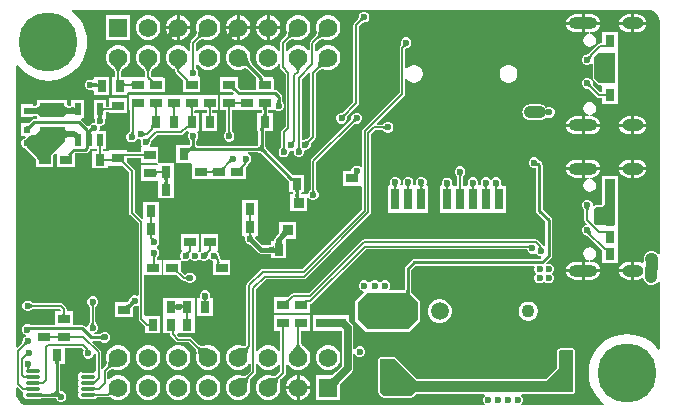
<source format=gbl>
G04*
G04 #@! TF.GenerationSoftware,Altium Limited,Altium Designer,22.7.1 (60)*
G04*
G04 Layer_Physical_Order=4*
G04 Layer_Color=16711680*
%FSLAX44Y44*%
%MOMM*%
G71*
G04*
G04 #@! TF.SameCoordinates,186F2EC3-0C17-4490-BAB8-18F5E94287E0*
G04*
G04*
G04 #@! TF.FilePolarity,Positive*
G04*
G01*
G75*
%ADD10C,0.2540*%
%ADD12C,0.2032*%
%ADD15C,0.1524*%
%ADD43R,0.8000X1.0000*%
%ADD44R,1.0000X0.8000*%
%ADD45R,2.1000X1.2000*%
%ADD100C,1.0160*%
%ADD101C,0.6350*%
%ADD103C,0.3810*%
%ADD105C,0.5080*%
%ADD107C,1.5000*%
%ADD108C,1.1000*%
%ADD109O,2.4000X1.0000*%
%ADD110O,1.8000X1.0000*%
%ADD111C,5.0000*%
%ADD112R,1.5748X1.5748*%
%ADD113C,1.5748*%
%ADD114C,0.6000*%
%ADD116R,1.6000X1.4000*%
%ADD117R,0.7000X1.8000*%
%ADD118R,1.2000X1.4000*%
%ADD119R,1.2000X2.2000*%
G04:AMPARAMS|DCode=120|XSize=5mm|YSize=3mm|CornerRadius=0mm|HoleSize=0mm|Usage=FLASHONLY|Rotation=0.000|XOffset=0mm|YOffset=0mm|HoleType=Round|Shape=Octagon|*
%AMOCTAGOND120*
4,1,8,2.5000,-0.7500,2.5000,0.7500,1.7500,1.5000,-1.7500,1.5000,-2.5000,0.7500,-2.5000,-0.7500,-1.7500,-1.5000,1.7500,-1.5000,2.5000,-0.7500,0.0*
%
%ADD120OCTAGOND120*%

%ADD121O,5.0000X3.0000*%
%ADD122R,0.9500X0.9500*%
%ADD123R,0.5500X1.0000*%
%ADD124O,1.2000X0.3000*%
%ADD125R,0.5000X0.5500*%
G36*
X539927Y-2914D02*
X542372Y-3926D01*
X544471Y-5537D01*
X546082Y-7636D01*
X547094Y-10081D01*
X547436Y-12676D01*
X547431Y-12704D01*
X547430Y-209365D01*
X546161Y-209796D01*
X545476Y-208904D01*
X545476Y-208904D01*
X545222Y-208650D01*
X543843Y-207591D01*
X542236Y-206926D01*
X540512Y-206699D01*
X538788Y-206926D01*
X537182Y-207591D01*
X535802Y-208650D01*
X534743Y-210030D01*
X534078Y-211636D01*
X533851Y-213360D01*
X534078Y-215084D01*
X534105Y-215149D01*
Y-216623D01*
X532835Y-217250D01*
X532463Y-216964D01*
X530628Y-216204D01*
X528660Y-215945D01*
X525930D01*
Y-223550D01*
Y-231155D01*
X528660D01*
X530628Y-230896D01*
X532463Y-230136D01*
X532653Y-229990D01*
X534008Y-230551D01*
X534078Y-231086D01*
X534743Y-232693D01*
X535802Y-234072D01*
X537182Y-235131D01*
X538788Y-235796D01*
X540512Y-236023D01*
X542236Y-235796D01*
X543843Y-235131D01*
X545222Y-234072D01*
X546161Y-232849D01*
X546718Y-232886D01*
X547430Y-233202D01*
Y-289905D01*
X546161Y-290373D01*
X543151Y-286849D01*
X539244Y-283513D01*
X534864Y-280828D01*
X530117Y-278862D01*
X525122Y-277663D01*
X520000Y-277260D01*
X514878Y-277663D01*
X509883Y-278862D01*
X505136Y-280828D01*
X500756Y-283513D01*
X496849Y-286849D01*
X493513Y-290756D01*
X490829Y-295136D01*
X488862Y-299883D01*
X487663Y-304878D01*
X487260Y-310000D01*
X487663Y-315122D01*
X488862Y-320117D01*
X490829Y-324864D01*
X493513Y-329244D01*
X496849Y-333151D01*
X500369Y-336157D01*
X499900Y-337427D01*
X430770D01*
X430244Y-336157D01*
X431098Y-335303D01*
X431787Y-333640D01*
Y-331840D01*
X431098Y-330177D01*
X430485Y-329564D01*
X431011Y-328294D01*
X472948D01*
X474114Y-327810D01*
X475384Y-326540D01*
X475868Y-325374D01*
Y-291592D01*
X475384Y-290426D01*
X474876Y-289918D01*
X473710Y-289434D01*
X463296D01*
X462130Y-289918D01*
X460860Y-291188D01*
X460376Y-292354D01*
Y-305641D01*
X450929Y-315088D01*
X342313D01*
X324508Y-297284D01*
X323342Y-296800D01*
X310896D01*
X309730Y-297284D01*
X309246Y-298450D01*
Y-326644D01*
X309730Y-327810D01*
X312524Y-330604D01*
X313690Y-331088D01*
X337312D01*
X338478Y-330604D01*
X340789Y-328294D01*
X398750D01*
X399277Y-329564D01*
X398663Y-330177D01*
X397974Y-331840D01*
Y-333640D01*
X398663Y-335303D01*
X399517Y-336157D01*
X398991Y-337427D01*
X13964Y-337427D01*
X12704Y-337426D01*
X11496Y-337277D01*
X10081Y-337090D01*
X7636Y-336078D01*
X5537Y-334467D01*
X3926Y-332368D01*
X2914Y-329923D01*
X2729Y-328518D01*
X2578Y-327300D01*
X2578Y-327300D01*
X2577Y-326055D01*
Y-322673D01*
X3847Y-322147D01*
X6865Y-325164D01*
X7621Y-325669D01*
X7645Y-325674D01*
X8271Y-326837D01*
X8297Y-327086D01*
X8013Y-328516D01*
X8326Y-330092D01*
X9219Y-331429D01*
X10556Y-332322D01*
X12132Y-332635D01*
X21132D01*
X22708Y-332322D01*
X24006Y-331454D01*
X24486Y-331434D01*
X24635Y-331365D01*
X34273D01*
X34301Y-331385D01*
X34443Y-331365D01*
X34652D01*
X34858Y-331428D01*
X34978Y-331365D01*
X35495D01*
X35557Y-331406D01*
X35693Y-331378D01*
X35819Y-331435D01*
X36076Y-331443D01*
X36236Y-331459D01*
X36267Y-331464D01*
X36805Y-332763D01*
X38077Y-334035D01*
X39740Y-334724D01*
X41540D01*
X43203Y-334035D01*
X44475Y-332763D01*
X45164Y-331100D01*
Y-329300D01*
X44475Y-327637D01*
X43203Y-326365D01*
X41540Y-325676D01*
X39933D01*
Y-302859D01*
X40003Y-302701D01*
X40003Y-302688D01*
X43624D01*
Y-288843D01*
X58642D01*
X60307Y-290508D01*
X59803Y-291013D01*
X59114Y-292676D01*
Y-294476D01*
X59803Y-296139D01*
X61075Y-297411D01*
X62738Y-298100D01*
X64538D01*
X66200Y-297411D01*
X67473Y-296139D01*
X68162Y-294476D01*
Y-294335D01*
X69432Y-293742D01*
X70059Y-294226D01*
Y-308534D01*
X68789Y-309528D01*
X68132Y-309397D01*
X59132D01*
X58509Y-309521D01*
Y-309830D01*
X58487Y-309774D01*
X58420Y-309723D01*
X58310Y-309678D01*
X58155Y-309639D01*
X58022Y-309618D01*
X57556Y-309711D01*
X56219Y-310603D01*
X55326Y-311940D01*
X55013Y-313516D01*
X55326Y-315092D01*
X55944Y-316016D01*
X55326Y-316940D01*
X55013Y-318516D01*
X55326Y-320092D01*
X55944Y-321016D01*
X55326Y-321940D01*
X55013Y-323516D01*
X55326Y-325092D01*
X55944Y-326016D01*
X55326Y-326940D01*
X55013Y-328516D01*
X55326Y-330092D01*
X56219Y-331429D01*
X57556Y-332322D01*
X59132Y-332635D01*
X68132D01*
X69708Y-332322D01*
X71045Y-331429D01*
X71434Y-330847D01*
X80468D01*
X81360Y-330669D01*
X81748Y-330410D01*
X81936Y-330344D01*
X82506Y-330913D01*
X84880Y-332284D01*
X87529Y-332994D01*
X90271D01*
X92920Y-332284D01*
X95294Y-330913D01*
X97233Y-328974D01*
X98604Y-326600D01*
X99314Y-323951D01*
Y-321209D01*
X98604Y-318560D01*
X97233Y-316186D01*
X95294Y-314247D01*
X92920Y-312876D01*
X90271Y-312166D01*
X87529D01*
X84880Y-312876D01*
X82506Y-314247D01*
X81116Y-315637D01*
X79846Y-315111D01*
Y-309531D01*
X81455Y-307921D01*
X81602Y-307877D01*
X81870Y-307657D01*
X82134Y-307505D01*
X82535Y-307339D01*
X83072Y-307176D01*
X83736Y-307029D01*
X84489Y-306910D01*
X84882Y-306885D01*
X87529Y-307594D01*
X90271D01*
X92920Y-306884D01*
X95294Y-305513D01*
X97233Y-303574D01*
X98604Y-301200D01*
X99314Y-298551D01*
Y-295809D01*
X98604Y-293160D01*
X97233Y-290786D01*
X95294Y-288847D01*
X92920Y-287476D01*
X90271Y-286766D01*
X87529D01*
X84880Y-287476D01*
X82506Y-288847D01*
X80567Y-290786D01*
X79196Y-293160D01*
X78486Y-295809D01*
Y-298551D01*
X79196Y-301200D01*
X79203Y-301212D01*
X79172Y-301575D01*
X79051Y-302344D01*
X78904Y-303008D01*
X78741Y-303544D01*
X78575Y-303946D01*
X78423Y-304210D01*
X78203Y-304478D01*
X78158Y-304625D01*
X75991Y-306793D01*
X75474Y-306722D01*
X74721Y-306346D01*
Y-292856D01*
X74543Y-291964D01*
X74038Y-291208D01*
X67111Y-284281D01*
X67637Y-283011D01*
X72750D01*
X72907Y-283081D01*
X73164Y-283088D01*
X73353Y-283104D01*
X73519Y-283129D01*
X73661Y-283161D01*
X73781Y-283198D01*
X73882Y-283238D01*
X73965Y-283279D01*
X74035Y-283323D01*
X74094Y-283368D01*
X74206Y-283472D01*
X74485Y-283575D01*
X74907Y-283997D01*
X76570Y-284686D01*
X78370D01*
X80033Y-283997D01*
X81305Y-282725D01*
X81994Y-281062D01*
Y-279262D01*
X81305Y-277599D01*
X80033Y-276327D01*
X78370Y-275638D01*
X76570D01*
X74907Y-276327D01*
X74485Y-276749D01*
X74206Y-276852D01*
X74094Y-276956D01*
X74035Y-277001D01*
X73965Y-277045D01*
X73882Y-277087D01*
X73781Y-277126D01*
X73661Y-277163D01*
X73519Y-277195D01*
X73353Y-277220D01*
X73164Y-277236D01*
X72907Y-277243D01*
X72750Y-277313D01*
X69092D01*
X68839Y-276043D01*
X69873Y-275615D01*
X71145Y-274343D01*
X71834Y-272680D01*
Y-270880D01*
X71145Y-269217D01*
X70710Y-268782D01*
X70593Y-268488D01*
X70369Y-268258D01*
X70203Y-268067D01*
X70065Y-267889D01*
X69955Y-267726D01*
X69870Y-267578D01*
X69809Y-267448D01*
X69767Y-267335D01*
X69741Y-267238D01*
X69728Y-267154D01*
X69719Y-266990D01*
X69641Y-266826D01*
Y-254890D01*
X69719Y-254726D01*
X69728Y-254562D01*
X69741Y-254478D01*
X69767Y-254381D01*
X69809Y-254268D01*
X69870Y-254138D01*
X69955Y-253990D01*
X70065Y-253827D01*
X70202Y-253649D01*
X70369Y-253458D01*
X70593Y-253228D01*
X70710Y-252934D01*
X71145Y-252499D01*
X71834Y-250836D01*
Y-249036D01*
X71145Y-247373D01*
X69873Y-246101D01*
X68210Y-245412D01*
X66410D01*
X64747Y-246101D01*
X63475Y-247373D01*
X62786Y-249036D01*
Y-250836D01*
X63475Y-252499D01*
X63910Y-252934D01*
X64027Y-253228D01*
X64251Y-253458D01*
X64417Y-253649D01*
X64555Y-253827D01*
X64665Y-253990D01*
X64750Y-254138D01*
X64811Y-254268D01*
X64853Y-254381D01*
X64879Y-254478D01*
X64892Y-254562D01*
X64901Y-254726D01*
X64979Y-254890D01*
Y-266826D01*
X64901Y-266990D01*
X64892Y-267154D01*
X64879Y-267238D01*
X64853Y-267335D01*
X64811Y-267449D01*
X64750Y-267578D01*
X64665Y-267726D01*
X64555Y-267889D01*
X64418Y-268067D01*
X64251Y-268258D01*
X64027Y-268488D01*
X63910Y-268782D01*
X63475Y-269217D01*
X62786Y-270880D01*
Y-270972D01*
X61613Y-271458D01*
X60429Y-270274D01*
X59504Y-269656D01*
X58414Y-269439D01*
X58414Y-269439D01*
X50504D01*
Y-258128D01*
X45295D01*
Y-255816D01*
X45117Y-254924D01*
X44612Y-254168D01*
X42225Y-251780D01*
X41468Y-251275D01*
X40577Y-251098D01*
X17463D01*
X17299Y-251019D01*
X17135Y-251010D01*
X17052Y-250997D01*
X16954Y-250971D01*
X16841Y-250930D01*
X16711Y-250868D01*
X16564Y-250784D01*
X16400Y-250674D01*
X16223Y-250536D01*
X16032Y-250369D01*
X15801Y-250145D01*
X15508Y-250028D01*
X15072Y-249593D01*
X13409Y-248904D01*
X11610D01*
X9947Y-249593D01*
X8674Y-250866D01*
X7986Y-252529D01*
Y-254328D01*
X8674Y-255991D01*
X9947Y-257264D01*
X11610Y-257952D01*
X13409D01*
X15072Y-257264D01*
X15508Y-256828D01*
X15801Y-256712D01*
X16032Y-256488D01*
X16223Y-256321D01*
X16400Y-256184D01*
X16564Y-256073D01*
X16711Y-255989D01*
X16841Y-255927D01*
X16954Y-255886D01*
X17052Y-255860D01*
X17135Y-255847D01*
X17299Y-255838D01*
X17463Y-255759D01*
X39611D01*
X40633Y-256781D01*
Y-258128D01*
X35424D01*
Y-269439D01*
X15832D01*
X15667Y-269368D01*
X15397Y-269366D01*
X14652Y-269319D01*
X14503Y-269301D01*
X14158Y-269237D01*
X14057Y-269211D01*
X13964Y-269181D01*
X13843Y-269134D01*
X13533Y-269141D01*
X12962Y-268904D01*
X11163D01*
X9500Y-269593D01*
X8227Y-270866D01*
X7538Y-272529D01*
Y-274328D01*
X8227Y-275991D01*
X9500Y-277264D01*
X10801Y-277803D01*
X10925Y-279126D01*
X10079Y-279476D01*
X8806Y-280749D01*
X8118Y-282412D01*
Y-283027D01*
X7992Y-283318D01*
X7988Y-283639D01*
X7971Y-283892D01*
X7942Y-284115D01*
X7905Y-284308D01*
X7860Y-284472D01*
X7812Y-284608D01*
X7761Y-284717D01*
X7711Y-284804D01*
X7661Y-284873D01*
X7551Y-284995D01*
X7491Y-285166D01*
X3848Y-288809D01*
X2577Y-288283D01*
X2578Y-50104D01*
X3848Y-49636D01*
X6849Y-53151D01*
X10756Y-56487D01*
X15136Y-59172D01*
X19883Y-61137D01*
X24878Y-62337D01*
X30000Y-62740D01*
X35122Y-62337D01*
X40117Y-61137D01*
X44864Y-59172D01*
X49244Y-56487D01*
X53151Y-53151D01*
X56487Y-49244D01*
X59172Y-44864D01*
X61137Y-40117D01*
X62337Y-35122D01*
X62740Y-30000D01*
X62337Y-24878D01*
X61137Y-19883D01*
X59172Y-15136D01*
X56487Y-10756D01*
X53151Y-6849D01*
X49636Y-3848D01*
X50104Y-2578D01*
X537304D01*
X537332Y-2572D01*
X539927Y-2914D01*
D02*
G37*
G36*
X69156Y-252340D02*
X68928Y-252600D01*
X68728Y-252860D01*
X68554Y-253117D01*
X68407Y-253374D01*
X68286Y-253629D01*
X68192Y-253883D01*
X68126Y-254136D01*
X68085Y-254387D01*
X68072Y-254638D01*
X66548D01*
X66535Y-254387D01*
X66494Y-254136D01*
X66428Y-253883D01*
X66334Y-253629D01*
X66213Y-253374D01*
X66066Y-253117D01*
X65892Y-252860D01*
X65692Y-252600D01*
X65464Y-252340D01*
X65210Y-252078D01*
X69410D01*
X69156Y-252340D01*
D02*
G37*
G36*
X14914Y-251583D02*
X15174Y-251810D01*
X15433Y-252011D01*
X15691Y-252185D01*
X15948Y-252332D01*
X16203Y-252452D01*
X16457Y-252546D01*
X16710Y-252613D01*
X16961Y-252653D01*
X17211Y-252666D01*
Y-254191D01*
X16961Y-254204D01*
X16710Y-254244D01*
X16457Y-254311D01*
X16203Y-254405D01*
X15948Y-254525D01*
X15691Y-254672D01*
X15433Y-254846D01*
X15174Y-255047D01*
X14914Y-255274D01*
X14652Y-255529D01*
Y-251329D01*
X14914Y-251583D01*
D02*
G37*
G36*
X43734Y-259470D02*
X43756Y-259734D01*
X43795Y-259967D01*
X43848Y-260169D01*
X43917Y-260340D01*
X44000Y-260480D01*
X44099Y-260589D01*
X44214Y-260667D01*
X44343Y-260713D01*
X44488Y-260729D01*
X41440D01*
X41585Y-260713D01*
X41714Y-260667D01*
X41829Y-260589D01*
X41928Y-260480D01*
X42011Y-260340D01*
X42080Y-260169D01*
X42133Y-259967D01*
X42172Y-259734D01*
X42194Y-259470D01*
X42202Y-259174D01*
X43726D01*
X43734Y-259470D01*
D02*
G37*
G36*
X68085Y-267329D02*
X68126Y-267580D01*
X68192Y-267833D01*
X68286Y-268087D01*
X68407Y-268342D01*
X68554Y-268599D01*
X68728Y-268856D01*
X68928Y-269116D01*
X69156Y-269376D01*
X69410Y-269638D01*
X65210D01*
X65464Y-269376D01*
X65692Y-269116D01*
X65892Y-268856D01*
X66066Y-268599D01*
X66213Y-268342D01*
X66334Y-268087D01*
X66428Y-267833D01*
X66494Y-267580D01*
X66535Y-267329D01*
X66548Y-267078D01*
X68072D01*
X68085Y-267329D01*
D02*
G37*
G36*
X13415Y-270737D02*
X13600Y-270796D01*
X13801Y-270848D01*
X14250Y-270931D01*
X14498Y-270963D01*
X15337Y-271014D01*
X15648Y-271018D01*
X16860Y-273558D01*
X16549Y-273568D01*
X16263Y-273598D01*
X16001Y-273648D01*
X15763Y-273718D01*
X15549Y-273808D01*
X15359Y-273917D01*
X15194Y-274047D01*
X15053Y-274197D01*
X14935Y-274367D01*
X14842Y-274556D01*
X13246Y-270672D01*
X13415Y-270737D01*
D02*
G37*
G36*
X47919Y-278529D02*
X47965Y-278658D01*
X48043Y-278773D01*
X48152Y-278872D01*
X48292Y-278955D01*
X48463Y-279024D01*
X48665Y-279077D01*
X48898Y-279116D01*
X49162Y-279138D01*
X49458Y-279146D01*
Y-280670D01*
X49162Y-280678D01*
X48898Y-280700D01*
X48665Y-280739D01*
X48463Y-280792D01*
X48292Y-280861D01*
X48152Y-280944D01*
X48043Y-281043D01*
X47965Y-281158D01*
X47919Y-281287D01*
X47903Y-281432D01*
Y-278384D01*
X47919Y-278529D01*
D02*
G37*
G36*
X37994Y-281432D02*
X37979Y-281287D01*
X37933Y-281158D01*
X37857Y-281043D01*
X37751Y-280944D01*
X37613Y-280861D01*
X37446Y-280792D01*
X37248Y-280739D01*
X37019Y-280700D01*
X36760Y-280678D01*
X36470Y-280670D01*
Y-279146D01*
X36760Y-279138D01*
X37019Y-279116D01*
X37248Y-279077D01*
X37446Y-279024D01*
X37613Y-278955D01*
X37751Y-278872D01*
X37857Y-278773D01*
X37933Y-278658D01*
X37979Y-278529D01*
X37994Y-278384D01*
Y-281432D01*
D02*
G37*
G36*
X30855Y-278529D02*
X30900Y-278658D01*
X30977Y-278773D01*
X31083Y-278872D01*
X31221Y-278955D01*
X31388Y-279024D01*
X31586Y-279077D01*
X31815Y-279116D01*
X32074Y-279138D01*
X32364Y-279146D01*
Y-280670D01*
X32074Y-280678D01*
X31815Y-280700D01*
X31586Y-280739D01*
X31388Y-280792D01*
X31221Y-280861D01*
X31083Y-280944D01*
X30977Y-281043D01*
X30900Y-281158D01*
X30855Y-281287D01*
X30840Y-281432D01*
Y-278384D01*
X30855Y-278529D01*
D02*
G37*
G36*
X75328Y-282262D02*
X75157Y-282104D01*
X74972Y-281963D01*
X74772Y-281839D01*
X74557Y-281731D01*
X74327Y-281639D01*
X74082Y-281565D01*
X73822Y-281507D01*
X73547Y-281465D01*
X73257Y-281440D01*
X72952Y-281432D01*
Y-278892D01*
X73257Y-278884D01*
X73547Y-278859D01*
X73822Y-278817D01*
X74082Y-278759D01*
X74327Y-278685D01*
X74557Y-278593D01*
X74772Y-278485D01*
X74972Y-278361D01*
X75157Y-278220D01*
X75328Y-278062D01*
Y-282262D01*
D02*
G37*
G36*
X12612Y-286311D02*
X12247Y-286317D01*
X11902Y-286340D01*
X11577Y-286381D01*
X11271Y-286441D01*
X10986Y-286518D01*
X10720Y-286613D01*
X10474Y-286727D01*
X10248Y-286858D01*
X10042Y-287008D01*
X9856Y-287175D01*
X8778Y-286097D01*
X8946Y-285911D01*
X9095Y-285705D01*
X9226Y-285479D01*
X9340Y-285233D01*
X9435Y-284967D01*
X9513Y-284682D01*
X9572Y-284376D01*
X9613Y-284051D01*
X9636Y-283706D01*
X9642Y-283342D01*
X12612Y-286311D01*
D02*
G37*
G36*
X63705Y-289983D02*
X63720Y-290217D01*
X63734Y-290312D01*
X63752Y-290393D01*
X63773Y-290460D01*
X63799Y-290513D01*
X63828Y-290552D01*
X63861Y-290577D01*
X63899Y-290587D01*
X62055Y-291028D01*
X62078Y-291002D01*
X62099Y-290956D01*
X62118Y-290889D01*
X62134Y-290802D01*
X62148Y-290694D01*
X62168Y-290416D01*
X62179Y-289846D01*
X63703D01*
X63705Y-289983D01*
D02*
G37*
G36*
X13006Y-296236D02*
X12689Y-296151D01*
X12386Y-296095D01*
X12096Y-296068D01*
X11818Y-296070D01*
X11554Y-296102D01*
X11303Y-296162D01*
X11066Y-296252D01*
X10841Y-296371D01*
X10630Y-296519D01*
X10431Y-296696D01*
X9688Y-295285D01*
X9835Y-295123D01*
X9980Y-294936D01*
X10120Y-294724D01*
X10258Y-294487D01*
X10391Y-294225D01*
X10648Y-293627D01*
X10771Y-293290D01*
X11007Y-292542D01*
X13006Y-296236D01*
D02*
G37*
G36*
X39383Y-300143D02*
X39167Y-300219D01*
X38976Y-300346D01*
X38811Y-300524D01*
X38672Y-300753D01*
X38557Y-301032D01*
X38468Y-301362D01*
X38405Y-301743D01*
X38367Y-302175D01*
X38354Y-302658D01*
X35814D01*
X35801Y-302175D01*
X35763Y-301743D01*
X35700Y-301362D01*
X35611Y-301032D01*
X35496Y-300753D01*
X35357Y-300524D01*
X35192Y-300346D01*
X35001Y-300219D01*
X34785Y-300143D01*
X34544Y-300117D01*
X39624D01*
X39383Y-300143D01*
D02*
G37*
G36*
X88821Y-305054D02*
X87541Y-305057D01*
X84306Y-305269D01*
X83430Y-305407D01*
X82654Y-305579D01*
X81978Y-305784D01*
X81404Y-306023D01*
X80930Y-306295D01*
X80556Y-306601D01*
X79479Y-305523D01*
X79785Y-305150D01*
X80057Y-304676D01*
X80296Y-304102D01*
X80501Y-303426D01*
X80673Y-302650D01*
X80811Y-301773D01*
X80986Y-299718D01*
X81023Y-298538D01*
X81026Y-297259D01*
X88821Y-305054D01*
D02*
G37*
G36*
X14619Y-304606D02*
X14201Y-305142D01*
X14030Y-305407D01*
X13886Y-305668D01*
X13769Y-305927D01*
X13677Y-306183D01*
X13635Y-306346D01*
X13681Y-306525D01*
X13750Y-306697D01*
X13833Y-306836D01*
X13932Y-306940D01*
X14047Y-307010D01*
X14176Y-307046D01*
X14321Y-307048D01*
X11290Y-307348D01*
X11431Y-307316D01*
X11558Y-307251D01*
X11670Y-307152D01*
X11767Y-307019D01*
X11849Y-306852D01*
X11916Y-306652D01*
X11966Y-306427D01*
X11912Y-306229D01*
X11817Y-305977D01*
X11694Y-305725D01*
X11544Y-305474D01*
X11366Y-305222D01*
X11162Y-304971D01*
X10930Y-304720D01*
X10670Y-304469D01*
X14868Y-304333D01*
X14619Y-304606D01*
D02*
G37*
G36*
X11559Y-314900D02*
X11369Y-314782D01*
X11172Y-314676D01*
X10969Y-314583D01*
X10758Y-314502D01*
X10541Y-314433D01*
X10316Y-314378D01*
X10085Y-314334D01*
X9847Y-314303D01*
X9602Y-314284D01*
X9350Y-314278D01*
Y-312754D01*
X9602Y-312748D01*
X10085Y-312698D01*
X10316Y-312654D01*
X10541Y-312598D01*
X10758Y-312530D01*
X10969Y-312449D01*
X11172Y-312356D01*
X11369Y-312250D01*
X11559Y-312132D01*
Y-314900D01*
D02*
G37*
G36*
X474218Y-291592D02*
Y-325374D01*
X472948Y-326644D01*
X340106D01*
X337312Y-329438D01*
X313690D01*
X310896Y-326644D01*
Y-298450D01*
X323342D01*
X341630Y-316738D01*
X451612D01*
X462026Y-306324D01*
Y-292354D01*
X463296Y-291084D01*
X473710D01*
X474218Y-291592D01*
D02*
G37*
G36*
X70697Y-317383D02*
X70496Y-317589D01*
X70004Y-318160D01*
X69877Y-318335D01*
X69677Y-318660D01*
X69605Y-318811D01*
X69552Y-318954D01*
X69516Y-319089D01*
X67829Y-317048D01*
X67935Y-317142D01*
X68061Y-317193D01*
X68209Y-317203D01*
X68378Y-317170D01*
X68568Y-317095D01*
X68779Y-316978D01*
X69011Y-316819D01*
X69265Y-316618D01*
X69540Y-316375D01*
X69836Y-316089D01*
X70697Y-317383D01*
D02*
G37*
G36*
X21895Y-317250D02*
X22092Y-317356D01*
X22295Y-317449D01*
X22506Y-317530D01*
X22723Y-317598D01*
X22948Y-317654D01*
X23179Y-317698D01*
X23417Y-317729D01*
X23662Y-317748D01*
X23914Y-317754D01*
Y-319278D01*
X23662Y-319284D01*
X23179Y-319334D01*
X22948Y-319378D01*
X22723Y-319434D01*
X22506Y-319502D01*
X22295Y-319583D01*
X22092Y-319676D01*
X21895Y-319782D01*
X21705Y-319900D01*
Y-317132D01*
X21895Y-317250D01*
D02*
G37*
G36*
X68895Y-322250D02*
X69092Y-322356D01*
X69295Y-322449D01*
X69506Y-322530D01*
X69723Y-322598D01*
X69948Y-322654D01*
X70179Y-322698D01*
X70417Y-322729D01*
X70662Y-322748D01*
X70914Y-322754D01*
Y-324278D01*
X70662Y-324284D01*
X70179Y-324334D01*
X69948Y-324378D01*
X69723Y-324434D01*
X69506Y-324502D01*
X69295Y-324583D01*
X69092Y-324676D01*
X68895Y-324782D01*
X68705Y-324900D01*
Y-322132D01*
X68895Y-322250D01*
D02*
G37*
G36*
X11559Y-324900D02*
X11369Y-324782D01*
X11172Y-324676D01*
X10969Y-324583D01*
X10758Y-324502D01*
X10541Y-324434D01*
X10316Y-324378D01*
X10085Y-324334D01*
X9847Y-324303D01*
X9602Y-324284D01*
X9350Y-324278D01*
Y-322754D01*
X9602Y-322748D01*
X10085Y-322698D01*
X10316Y-322654D01*
X10541Y-322598D01*
X10758Y-322530D01*
X10969Y-322449D01*
X11172Y-322356D01*
X11369Y-322250D01*
X11559Y-322132D01*
Y-324900D01*
D02*
G37*
G36*
X84234Y-328923D02*
X83881Y-328688D01*
X83534Y-328508D01*
X83195Y-328384D01*
X82862Y-328314D01*
X82535Y-328300D01*
X82216Y-328340D01*
X81903Y-328436D01*
X81598Y-328587D01*
X81299Y-328794D01*
X81006Y-329055D01*
X79929Y-327977D01*
X80239Y-327640D01*
X80507Y-327289D01*
X80734Y-326925D01*
X80919Y-326548D01*
X81062Y-326157D01*
X81165Y-325753D01*
X81225Y-325336D01*
X81243Y-324906D01*
X81221Y-324462D01*
X81156Y-324005D01*
X84234Y-328923D01*
D02*
G37*
G36*
X68895Y-327250D02*
X69092Y-327356D01*
X69295Y-327449D01*
X69506Y-327530D01*
X69723Y-327598D01*
X69948Y-327654D01*
X70179Y-327698D01*
X70417Y-327729D01*
X70662Y-327748D01*
X70914Y-327754D01*
Y-329278D01*
X70662Y-329284D01*
X70179Y-329334D01*
X69948Y-329378D01*
X69723Y-329434D01*
X69506Y-329502D01*
X69295Y-329583D01*
X69092Y-329676D01*
X68895Y-329782D01*
X68705Y-329900D01*
Y-327132D01*
X68895Y-327250D01*
D02*
G37*
G36*
X21763Y-327154D02*
X21869Y-327173D01*
X22021Y-327190D01*
X22763Y-327228D01*
X24416Y-327246D01*
Y-329786D01*
X21705Y-329900D01*
Y-327132D01*
X21763Y-327154D01*
D02*
G37*
G36*
X37982Y-327034D02*
X37954Y-327074D01*
X37953Y-327110D01*
X37981Y-327142D01*
X38036Y-327170D01*
X38119Y-327193D01*
X38231Y-327212D01*
X38733Y-327244D01*
X38956Y-327246D01*
X38879Y-327292D01*
X39836Y-327310D01*
X37688Y-330735D01*
X37639Y-330555D01*
X37560Y-330394D01*
X37452Y-330251D01*
X37314Y-330128D01*
X37147Y-330023D01*
X36951Y-329938D01*
X36724Y-329871D01*
X36469Y-329824D01*
X36183Y-329795D01*
X35869Y-329786D01*
X36020Y-329000D01*
X34704Y-329786D01*
X31638Y-327246D01*
X32139Y-327228D01*
X32624Y-327174D01*
X33095Y-327084D01*
X33551Y-326959D01*
X33992Y-326797D01*
X34418Y-326599D01*
X34829Y-326366D01*
X35226Y-326096D01*
X35607Y-325791D01*
X35974Y-325450D01*
X37982Y-327034D01*
D02*
G37*
%LPC*%
G36*
X489860Y-6545D02*
X484130D01*
Y-12880D01*
X497298D01*
X497206Y-12182D01*
X496446Y-10347D01*
X495238Y-8772D01*
X493662Y-7564D01*
X491828Y-6804D01*
X489860Y-6545D01*
D02*
G37*
G36*
X528660D02*
X525930D01*
Y-12880D01*
X536098D01*
X536006Y-12182D01*
X535246Y-10347D01*
X534038Y-8772D01*
X532463Y-7564D01*
X530628Y-6804D01*
X528660Y-6545D01*
D02*
G37*
G36*
X523390D02*
X520660D01*
X518692Y-6804D01*
X516857Y-7564D01*
X515282Y-8772D01*
X514074Y-10347D01*
X513314Y-12182D01*
X513222Y-12880D01*
X523390D01*
Y-6545D01*
D02*
G37*
G36*
X481590D02*
X475860D01*
X473892Y-6804D01*
X472057Y-7564D01*
X470482Y-8772D01*
X469274Y-10347D01*
X468514Y-12182D01*
X468422Y-12880D01*
X481590D01*
Y-6545D01*
D02*
G37*
G36*
X217271Y-7366D02*
X217170D01*
Y-16510D01*
X226314D01*
Y-16409D01*
X225604Y-13760D01*
X224233Y-11386D01*
X222294Y-9447D01*
X219920Y-8076D01*
X217271Y-7366D01*
D02*
G37*
G36*
X214630D02*
X214529D01*
X211880Y-8076D01*
X209506Y-9447D01*
X207567Y-11386D01*
X206196Y-13760D01*
X205486Y-16409D01*
Y-16510D01*
X214630D01*
Y-7366D01*
D02*
G37*
G36*
X191871D02*
X191770D01*
Y-16510D01*
X200914D01*
Y-16409D01*
X200204Y-13760D01*
X198833Y-11386D01*
X196894Y-9447D01*
X194520Y-8076D01*
X191871Y-7366D01*
D02*
G37*
G36*
X189230D02*
X189129D01*
X186480Y-8076D01*
X184106Y-9447D01*
X182167Y-11386D01*
X180796Y-13760D01*
X180086Y-16409D01*
Y-16510D01*
X189230D01*
Y-7366D01*
D02*
G37*
G36*
X141071D02*
X140970D01*
Y-16510D01*
X150114D01*
Y-16409D01*
X149404Y-13760D01*
X148033Y-11386D01*
X146094Y-9447D01*
X143720Y-8076D01*
X141071Y-7366D01*
D02*
G37*
G36*
X138430D02*
X138329D01*
X135680Y-8076D01*
X133306Y-9447D01*
X131367Y-11386D01*
X129996Y-13760D01*
X129286Y-16409D01*
Y-16510D01*
X138430D01*
Y-7366D01*
D02*
G37*
G36*
X536098Y-15420D02*
X525930D01*
Y-21755D01*
X528660D01*
X530628Y-21496D01*
X532463Y-20736D01*
X534038Y-19528D01*
X535246Y-17953D01*
X536006Y-16118D01*
X536098Y-15420D01*
D02*
G37*
G36*
X523390D02*
X513222D01*
X513314Y-16118D01*
X514074Y-17953D01*
X515282Y-19528D01*
X516857Y-20736D01*
X518692Y-21496D01*
X520660Y-21755D01*
X523390D01*
Y-15420D01*
D02*
G37*
G36*
X481590D02*
X468422D01*
X468514Y-16118D01*
X469274Y-17953D01*
X470482Y-19528D01*
X472057Y-20736D01*
X473892Y-21496D01*
X475860Y-21755D01*
X481590D01*
Y-15420D01*
D02*
G37*
G36*
X131821Y-19050D02*
X129286D01*
Y-19151D01*
X129996Y-21800D01*
X131205Y-23894D01*
X131242Y-23784D01*
X131431Y-23022D01*
X131584Y-22171D01*
X131699Y-21228D01*
X131821Y-19073D01*
X131821Y-19050D01*
D02*
G37*
G36*
X182621D02*
X180086D01*
Y-19151D01*
X180796Y-21800D01*
X182005Y-23894D01*
X182042Y-23784D01*
X182231Y-23022D01*
X182383Y-22171D01*
X182499Y-21228D01*
X182621Y-19073D01*
X182621Y-19050D01*
D02*
G37*
G36*
X138430D02*
X133018D01*
X138430Y-24462D01*
Y-19050D01*
D02*
G37*
G36*
X189230D02*
X183818D01*
X189230Y-24462D01*
Y-19050D01*
D02*
G37*
G36*
X268071Y-7366D02*
X265329D01*
X262680Y-8076D01*
X260306Y-9447D01*
X258367Y-11386D01*
X256996Y-13760D01*
X256286Y-16409D01*
Y-19151D01*
X256996Y-21800D01*
X257003Y-21812D01*
X256972Y-22175D01*
X256851Y-22944D01*
X256704Y-23608D01*
X256541Y-24144D01*
X256375Y-24546D01*
X256223Y-24810D01*
X256003Y-25078D01*
X255959Y-25225D01*
X251844Y-29340D01*
X251339Y-30096D01*
X251161Y-30988D01*
Y-36892D01*
X249891Y-37232D01*
X249633Y-36786D01*
X247694Y-34847D01*
X245320Y-33476D01*
X242671Y-32766D01*
X239929D01*
X237280Y-33476D01*
X234906Y-34847D01*
X232967Y-36786D01*
X231947Y-38552D01*
X230677Y-38212D01*
Y-31699D01*
X233855Y-28521D01*
X234002Y-28477D01*
X234270Y-28257D01*
X234534Y-28105D01*
X234936Y-27939D01*
X235472Y-27776D01*
X236136Y-27629D01*
X236889Y-27510D01*
X237282Y-27485D01*
X239929Y-28194D01*
X242671D01*
X245320Y-27484D01*
X247694Y-26113D01*
X249633Y-24174D01*
X251004Y-21800D01*
X251714Y-19151D01*
Y-16409D01*
X251004Y-13760D01*
X249633Y-11386D01*
X247694Y-9447D01*
X245320Y-8076D01*
X242671Y-7366D01*
X239929D01*
X237280Y-8076D01*
X234906Y-9447D01*
X232967Y-11386D01*
X231596Y-13760D01*
X230886Y-16409D01*
Y-19151D01*
X231596Y-21800D01*
X231603Y-21812D01*
X231572Y-22175D01*
X231451Y-22944D01*
X231304Y-23608D01*
X231141Y-24144D01*
X230975Y-24546D01*
X230823Y-24810D01*
X230603Y-25078D01*
X230559Y-25225D01*
X226698Y-29086D01*
X226193Y-29842D01*
X226015Y-30734D01*
Y-37332D01*
X224745Y-37672D01*
X224233Y-36786D01*
X222294Y-34847D01*
X219920Y-33476D01*
X217271Y-32766D01*
X214529D01*
X211880Y-33476D01*
X209506Y-34847D01*
X207567Y-36786D01*
X206196Y-39160D01*
X205486Y-41809D01*
Y-44551D01*
X206196Y-47200D01*
X207567Y-49574D01*
X209506Y-51513D01*
X211880Y-52884D01*
X214529Y-53594D01*
X217271D01*
X219920Y-52884D01*
X222294Y-51513D01*
X224233Y-49574D01*
X224745Y-48688D01*
X226015Y-49028D01*
Y-51562D01*
X226193Y-52454D01*
X226698Y-53210D01*
X230841Y-57354D01*
Y-101651D01*
X227714Y-104778D01*
X227209Y-105534D01*
X227031Y-106426D01*
Y-118236D01*
X226953Y-118400D01*
X226944Y-118564D01*
X226931Y-118648D01*
X226905Y-118745D01*
X226863Y-118858D01*
X226802Y-118988D01*
X226717Y-119136D01*
X226607Y-119299D01*
X226469Y-119477D01*
X226303Y-119668D01*
X226079Y-119898D01*
X225962Y-120192D01*
X225527Y-120627D01*
X224838Y-122290D01*
Y-124090D01*
X225527Y-125753D01*
X226799Y-127025D01*
X228462Y-127714D01*
X230262D01*
X231925Y-127025D01*
X233197Y-125753D01*
X233886Y-124090D01*
Y-123045D01*
X234194Y-122180D01*
X235059Y-121872D01*
X236104D01*
X236365Y-121764D01*
X236407Y-121774D01*
X237538Y-122653D01*
Y-123836D01*
X238227Y-125499D01*
X239499Y-126771D01*
X241162Y-127460D01*
X242962D01*
X244625Y-126771D01*
X245897Y-125499D01*
X246586Y-123836D01*
Y-122791D01*
X246586Y-122036D01*
X247759Y-121618D01*
X248296D01*
X249959Y-120929D01*
X251231Y-119657D01*
X251920Y-117994D01*
Y-117378D01*
X252045Y-117088D01*
X252050Y-116767D01*
X252067Y-116514D01*
X252095Y-116291D01*
X252133Y-116097D01*
X252177Y-115934D01*
X252226Y-115798D01*
X252276Y-115689D01*
X252327Y-115602D01*
X252377Y-115533D01*
X252486Y-115411D01*
X252547Y-115239D01*
X255394Y-112392D01*
X255899Y-111636D01*
X256077Y-110744D01*
Y-57099D01*
X259255Y-53921D01*
X259403Y-53877D01*
X259670Y-53657D01*
X259934Y-53506D01*
X260336Y-53339D01*
X260872Y-53176D01*
X261536Y-53029D01*
X262289Y-52910D01*
X262682Y-52885D01*
X265329Y-53594D01*
X268071D01*
X270720Y-52884D01*
X273094Y-51513D01*
X275033Y-49574D01*
X276404Y-47200D01*
X277114Y-44551D01*
Y-41809D01*
X276404Y-39160D01*
X275033Y-36786D01*
X273094Y-34847D01*
X270720Y-33476D01*
X268071Y-32766D01*
X265329D01*
X262680Y-33476D01*
X260306Y-34847D01*
X258367Y-36786D01*
X257700Y-37940D01*
X256042Y-38271D01*
X255823Y-38103D01*
Y-31953D01*
X259255Y-28521D01*
X259403Y-28477D01*
X259670Y-28257D01*
X259934Y-28105D01*
X260336Y-27939D01*
X260872Y-27776D01*
X261536Y-27629D01*
X262289Y-27510D01*
X262682Y-27485D01*
X265329Y-28194D01*
X268071D01*
X270720Y-27484D01*
X273094Y-26113D01*
X275033Y-24174D01*
X276404Y-21800D01*
X277114Y-19151D01*
Y-16409D01*
X276404Y-13760D01*
X275033Y-11386D01*
X273094Y-9447D01*
X270720Y-8076D01*
X268071Y-7366D01*
D02*
G37*
G36*
X226314Y-19050D02*
X217170D01*
Y-28194D01*
X217271D01*
X219920Y-27484D01*
X222294Y-26113D01*
X224233Y-24174D01*
X225604Y-21800D01*
X226314Y-19151D01*
Y-19050D01*
D02*
G37*
G36*
X214630D02*
X205486D01*
Y-19151D01*
X206196Y-21800D01*
X207567Y-24174D01*
X209506Y-26113D01*
X211880Y-27484D01*
X214529Y-28194D01*
X214630D01*
Y-19050D01*
D02*
G37*
G36*
X200914D02*
X191770D01*
Y-28194D01*
X191871D01*
X194520Y-27484D01*
X196894Y-26113D01*
X198833Y-24174D01*
X200204Y-21800D01*
X200914Y-19151D01*
Y-19050D01*
D02*
G37*
G36*
X189230Y-25659D02*
X189207Y-25659D01*
X186109Y-25896D01*
X185257Y-26049D01*
X184496Y-26238D01*
X184386Y-26275D01*
X186480Y-27484D01*
X189129Y-28194D01*
X189230D01*
Y-25659D01*
D02*
G37*
G36*
X166471Y-7366D02*
X163729D01*
X161080Y-8076D01*
X158706Y-9447D01*
X156767Y-11386D01*
X155396Y-13760D01*
X154686Y-16409D01*
Y-19151D01*
X155396Y-21800D01*
X155403Y-21812D01*
X155372Y-22175D01*
X155251Y-22944D01*
X155104Y-23608D01*
X154941Y-24144D01*
X154775Y-24546D01*
X154623Y-24810D01*
X154403Y-25078D01*
X154359Y-25225D01*
X150752Y-28832D01*
X150247Y-29588D01*
X150069Y-30480D01*
Y-37772D01*
X148799Y-38112D01*
X148033Y-36786D01*
X146094Y-34847D01*
X143720Y-33476D01*
X141071Y-32766D01*
X138329D01*
X135680Y-33476D01*
X133306Y-34847D01*
X131367Y-36786D01*
X129996Y-39160D01*
X129286Y-41809D01*
Y-44551D01*
X129996Y-47200D01*
X131367Y-49574D01*
X133306Y-51513D01*
X135680Y-52884D01*
X136826Y-53191D01*
X136953Y-53390D01*
X137104Y-53702D01*
X137205Y-54003D01*
X137265Y-54303D01*
X137292Y-54717D01*
X137457Y-55053D01*
X137547Y-55502D01*
X138052Y-56258D01*
X143590Y-61796D01*
Y-72580D01*
X158670D01*
Y-59500D01*
X157487D01*
X156639Y-58230D01*
X156924Y-57542D01*
Y-55742D01*
X156235Y-54079D01*
X155800Y-53644D01*
X155683Y-53350D01*
X155459Y-53120D01*
X155293Y-52929D01*
X155155Y-52751D01*
X155045Y-52588D01*
X154960Y-52440D01*
X154899Y-52310D01*
X154857Y-52197D01*
X154831Y-52100D01*
X154818Y-52016D01*
X154809Y-51852D01*
X154731Y-51688D01*
Y-48588D01*
X156001Y-48248D01*
X156767Y-49574D01*
X158706Y-51513D01*
X161080Y-52884D01*
X163729Y-53594D01*
X166471D01*
X169120Y-52884D01*
X171494Y-51513D01*
X173433Y-49574D01*
X174804Y-47200D01*
X175514Y-44551D01*
Y-41809D01*
X174804Y-39160D01*
X173433Y-36786D01*
X171494Y-34847D01*
X169120Y-33476D01*
X166471Y-32766D01*
X163729D01*
X161080Y-33476D01*
X158706Y-34847D01*
X156767Y-36786D01*
X156001Y-38112D01*
X154731Y-37772D01*
Y-31445D01*
X157655Y-28521D01*
X157802Y-28477D01*
X158070Y-28257D01*
X158334Y-28105D01*
X158736Y-27939D01*
X159272Y-27776D01*
X159936Y-27629D01*
X160689Y-27510D01*
X161082Y-27485D01*
X163729Y-28194D01*
X166471D01*
X169120Y-27484D01*
X171494Y-26113D01*
X173433Y-24174D01*
X174804Y-21800D01*
X175514Y-19151D01*
Y-16409D01*
X174804Y-13760D01*
X173433Y-11386D01*
X171494Y-9447D01*
X169120Y-8076D01*
X166471Y-7366D01*
D02*
G37*
G36*
X150114Y-19050D02*
X140970D01*
Y-28194D01*
X141071D01*
X143720Y-27484D01*
X146094Y-26113D01*
X148033Y-24174D01*
X149404Y-21800D01*
X150114Y-19151D01*
Y-19050D01*
D02*
G37*
G36*
X138430Y-25659D02*
X138407Y-25659D01*
X135309Y-25896D01*
X134458Y-26049D01*
X133696Y-26238D01*
X133586Y-26275D01*
X135680Y-27484D01*
X138329Y-28194D01*
X138430D01*
Y-25659D01*
D02*
G37*
G36*
X115671Y-7366D02*
X112929D01*
X110280Y-8076D01*
X107906Y-9447D01*
X105967Y-11386D01*
X104596Y-13760D01*
X103886Y-16409D01*
Y-19151D01*
X104596Y-21800D01*
X105967Y-24174D01*
X107906Y-26113D01*
X110280Y-27484D01*
X112929Y-28194D01*
X115671D01*
X118320Y-27484D01*
X120694Y-26113D01*
X122633Y-24174D01*
X124004Y-21800D01*
X124714Y-19151D01*
Y-16409D01*
X124004Y-13760D01*
X122633Y-11386D01*
X120694Y-9447D01*
X118320Y-8076D01*
X115671Y-7366D01*
D02*
G37*
G36*
X99314D02*
X78486D01*
Y-28194D01*
X99314D01*
Y-7366D01*
D02*
G37*
G36*
X497298Y-15420D02*
X484130D01*
Y-21755D01*
X487582D01*
X487707Y-23025D01*
X487405Y-23085D01*
X486049Y-23355D01*
X484260Y-24550D01*
X483065Y-26339D01*
X482645Y-28450D01*
X483065Y-30561D01*
X484260Y-32350D01*
X486049Y-33545D01*
X488160Y-33965D01*
X490271Y-33545D01*
X492060Y-32350D01*
X493255Y-30561D01*
X493675Y-28450D01*
X493255Y-26339D01*
X492060Y-24550D01*
X490271Y-23355D01*
X488915Y-23085D01*
X488613Y-23025D01*
X488738Y-21755D01*
X489860D01*
X491828Y-21496D01*
X493662Y-20736D01*
X495238Y-19528D01*
X496446Y-17953D01*
X497206Y-16118D01*
X497298Y-15420D01*
D02*
G37*
G36*
X81470Y-59770D02*
X68390D01*
Y-61349D01*
X67120Y-62160D01*
X66178Y-61770D01*
X64378D01*
X62715Y-62459D01*
X61443Y-63731D01*
X60754Y-65394D01*
Y-67194D01*
X61443Y-68857D01*
X62715Y-70129D01*
X64378Y-70818D01*
X66178D01*
X67120Y-70428D01*
X68390Y-71239D01*
Y-74850D01*
X81470D01*
Y-59770D01*
D02*
G37*
G36*
X420447Y-49404D02*
X418461D01*
X416544Y-49918D01*
X414824Y-50911D01*
X413420Y-52314D01*
X412428Y-54034D01*
X411914Y-55951D01*
Y-57937D01*
X412428Y-59854D01*
X413420Y-61574D01*
X414824Y-62977D01*
X416544Y-63970D01*
X418461Y-64484D01*
X420447D01*
X422364Y-63970D01*
X424084Y-62977D01*
X425488Y-61574D01*
X426480Y-59854D01*
X426994Y-57937D01*
Y-55951D01*
X426480Y-54034D01*
X425488Y-52314D01*
X424084Y-50911D01*
X422364Y-49918D01*
X420447Y-49404D01*
D02*
G37*
G36*
X333640Y-25956D02*
X331840D01*
X330177Y-26645D01*
X328905Y-27917D01*
X328216Y-29580D01*
Y-31380D01*
X328306Y-31598D01*
X328281Y-31794D01*
X328349Y-32046D01*
X328379Y-32212D01*
X328391Y-32345D01*
X328391Y-32448D01*
X328382Y-32525D01*
X328368Y-32581D01*
X328351Y-32626D01*
X328329Y-32668D01*
X328296Y-32715D01*
X328184Y-32841D01*
X328124Y-33011D01*
X328044Y-33091D01*
X328036Y-33103D01*
X327954Y-33171D01*
X327948Y-33234D01*
X327539Y-33847D01*
X327361Y-34739D01*
Y-72702D01*
X296040Y-104023D01*
X295535Y-104780D01*
X295357Y-105672D01*
Y-135491D01*
X294087Y-136017D01*
X293393Y-135323D01*
X291730Y-134634D01*
X289930D01*
X288267Y-135323D01*
X286995Y-136595D01*
X286306Y-138258D01*
Y-139002D01*
X279480D01*
Y-152082D01*
X294087D01*
X294560Y-152082D01*
X295357Y-153022D01*
Y-171754D01*
X245034Y-222078D01*
X211201D01*
X210309Y-222256D01*
X209553Y-222761D01*
X198250Y-234064D01*
X197745Y-234820D01*
X197567Y-235712D01*
Y-286672D01*
X197530Y-286703D01*
X197266Y-286854D01*
X196864Y-287021D01*
X196328Y-287184D01*
X195664Y-287331D01*
X194911Y-287449D01*
X194518Y-287475D01*
X191871Y-286766D01*
X189129D01*
X186480Y-287476D01*
X184106Y-288847D01*
X182167Y-290786D01*
X180796Y-293160D01*
X180086Y-295809D01*
Y-298551D01*
X180796Y-301200D01*
X182167Y-303574D01*
X184106Y-305513D01*
X186480Y-306884D01*
X189129Y-307594D01*
X191871D01*
X194520Y-306884D01*
X196894Y-305513D01*
X198833Y-303574D01*
X199808Y-301885D01*
X201078Y-302226D01*
Y-308705D01*
X197945Y-311839D01*
X197798Y-311883D01*
X197530Y-312103D01*
X197266Y-312255D01*
X196864Y-312421D01*
X196328Y-312584D01*
X195664Y-312731D01*
X194911Y-312850D01*
X194518Y-312875D01*
X191871Y-312166D01*
X189129D01*
X186480Y-312876D01*
X184106Y-314247D01*
X182167Y-316186D01*
X180796Y-318560D01*
X180086Y-321209D01*
Y-323951D01*
X180796Y-326600D01*
X182167Y-328974D01*
X184106Y-330913D01*
X186480Y-332284D01*
X189129Y-332994D01*
X191871D01*
X194520Y-332284D01*
X196894Y-330913D01*
X198833Y-328974D01*
X200204Y-326600D01*
X200914Y-323951D01*
Y-321209D01*
X200204Y-318560D01*
X200197Y-318548D01*
X200228Y-318185D01*
X200349Y-317416D01*
X200496Y-316752D01*
X200659Y-316216D01*
X200825Y-315814D01*
X200977Y-315550D01*
X201197Y-315282D01*
X201241Y-315135D01*
X205057Y-311319D01*
X205562Y-310563D01*
X205740Y-309671D01*
Y-302950D01*
X207010Y-302610D01*
X207567Y-303574D01*
X209506Y-305513D01*
X211880Y-306884D01*
X214529Y-307594D01*
X217271D01*
X219920Y-306884D01*
X222294Y-305513D01*
X224233Y-303574D01*
X224999Y-302248D01*
X226269Y-302588D01*
Y-308915D01*
X223345Y-311839D01*
X223197Y-311883D01*
X222930Y-312103D01*
X222666Y-312255D01*
X222264Y-312421D01*
X221728Y-312584D01*
X221064Y-312731D01*
X220311Y-312850D01*
X219918Y-312875D01*
X217271Y-312166D01*
X214529D01*
X211880Y-312876D01*
X209506Y-314247D01*
X207567Y-316186D01*
X206196Y-318560D01*
X205486Y-321209D01*
Y-323951D01*
X206196Y-326600D01*
X207567Y-328974D01*
X209506Y-330913D01*
X211880Y-332284D01*
X214529Y-332994D01*
X217271D01*
X219920Y-332284D01*
X222294Y-330913D01*
X224233Y-328974D01*
X225604Y-326600D01*
X226314Y-323951D01*
Y-321209D01*
X225604Y-318560D01*
X225597Y-318548D01*
X225628Y-318185D01*
X225749Y-317416D01*
X225896Y-316752D01*
X226059Y-316216D01*
X226225Y-315814D01*
X226377Y-315550D01*
X226597Y-315282D01*
X226641Y-315135D01*
X230248Y-311528D01*
X230753Y-310772D01*
X230931Y-309880D01*
Y-302588D01*
X232201Y-302248D01*
X232967Y-303574D01*
X234906Y-305513D01*
X237280Y-306884D01*
X239929Y-307594D01*
X242671D01*
X245320Y-306884D01*
X247694Y-305513D01*
X249633Y-303574D01*
X251004Y-301200D01*
X251714Y-298551D01*
Y-295809D01*
X251004Y-293160D01*
X249633Y-290786D01*
X247694Y-288847D01*
X245320Y-287476D01*
X245306Y-287472D01*
X245071Y-287193D01*
X244613Y-286565D01*
X244247Y-285991D01*
X243983Y-285497D01*
X243817Y-285095D01*
X243738Y-284801D01*
X243703Y-284456D01*
X243631Y-284320D01*
Y-274510D01*
X251380D01*
Y-261430D01*
X236300D01*
Y-261430D01*
X236140D01*
Y-261430D01*
X221060D01*
Y-274510D01*
X226269D01*
Y-291772D01*
X224999Y-292112D01*
X224233Y-290786D01*
X222294Y-288847D01*
X219920Y-287476D01*
X217271Y-286766D01*
X214529D01*
X211880Y-287476D01*
X209506Y-288847D01*
X207567Y-290786D01*
X207010Y-291750D01*
X205740Y-291410D01*
Y-239516D01*
X214326Y-230931D01*
X246380D01*
X247272Y-230753D01*
X248028Y-230248D01*
X302384Y-175892D01*
X302889Y-175136D01*
X303067Y-174244D01*
Y-107899D01*
X306248Y-104718D01*
X312524D01*
X312688Y-104796D01*
X312851Y-104805D01*
X312935Y-104819D01*
X313033Y-104844D01*
X313146Y-104886D01*
X313276Y-104947D01*
X313423Y-105032D01*
X313587Y-105142D01*
X313764Y-105280D01*
X313955Y-105446D01*
X314186Y-105670D01*
X314479Y-105787D01*
X314915Y-106222D01*
X316577Y-106911D01*
X318377D01*
X320040Y-106222D01*
X321313Y-104950D01*
X322001Y-103287D01*
Y-101487D01*
X321313Y-99825D01*
X320040Y-98552D01*
X318377Y-97863D01*
X316577D01*
X314915Y-98552D01*
X314479Y-98987D01*
X314186Y-99104D01*
X313955Y-99328D01*
X313764Y-99495D01*
X313587Y-99632D01*
X313423Y-99743D01*
X313276Y-99827D01*
X313146Y-99888D01*
X313033Y-99930D01*
X312935Y-99956D01*
X312851Y-99969D01*
X312688Y-99978D01*
X312524Y-100056D01*
X308259D01*
X307773Y-98883D01*
X331340Y-75316D01*
X331845Y-74559D01*
X332023Y-73667D01*
Y-61693D01*
X333293Y-61353D01*
X333420Y-61574D01*
X334824Y-62977D01*
X336544Y-63970D01*
X338461Y-64484D01*
X340447D01*
X342364Y-63970D01*
X344084Y-62977D01*
X345488Y-61574D01*
X346480Y-59854D01*
X346994Y-57937D01*
Y-55951D01*
X346480Y-54034D01*
X345488Y-52314D01*
X344084Y-50911D01*
X342364Y-49918D01*
X340447Y-49404D01*
X338461D01*
X336544Y-49918D01*
X334824Y-50911D01*
X333420Y-52314D01*
X333293Y-52536D01*
X332023Y-52195D01*
Y-35824D01*
X332049Y-35800D01*
X332136Y-35733D01*
X332238Y-35665D01*
X332620Y-35457D01*
X332797Y-35377D01*
X333703Y-35045D01*
X334043Y-34943D01*
X334306Y-34728D01*
X335303Y-34315D01*
X336575Y-33043D01*
X337264Y-31380D01*
Y-29580D01*
X336575Y-27917D01*
X335303Y-26645D01*
X333640Y-25956D01*
D02*
G37*
G36*
X191871Y-32766D02*
X189129D01*
X186480Y-33476D01*
X184106Y-34847D01*
X182167Y-36786D01*
X180796Y-39160D01*
X180086Y-41809D01*
Y-44551D01*
X180796Y-47200D01*
X182167Y-49574D01*
X184106Y-51513D01*
X186480Y-52884D01*
X189129Y-53594D01*
X191871D01*
X194520Y-52884D01*
X196044Y-52004D01*
X196643Y-52046D01*
X197174Y-52137D01*
X197626Y-52270D01*
X198005Y-52439D01*
X198325Y-52639D01*
X198693Y-52955D01*
X198823Y-52998D01*
X198903Y-53109D01*
X198947Y-53116D01*
X205858Y-60027D01*
Y-70557D01*
X192426D01*
X190913Y-69044D01*
X190854Y-68887D01*
X190420Y-68419D01*
Y-59500D01*
X175340D01*
Y-72580D01*
X186277D01*
X186704Y-72992D01*
X186859Y-73470D01*
X186000Y-74740D01*
X175340D01*
Y-87820D01*
X180549D01*
Y-104774D01*
X180471Y-104938D01*
X180462Y-105102D01*
X180449Y-105186D01*
X180423Y-105283D01*
X180381Y-105396D01*
X180320Y-105526D01*
X180235Y-105674D01*
X180125Y-105837D01*
X179988Y-106015D01*
X179821Y-106206D01*
X179597Y-106436D01*
X179480Y-106730D01*
X179045Y-107165D01*
X178356Y-108828D01*
Y-110628D01*
X179045Y-112291D01*
X180317Y-113563D01*
X181980Y-114252D01*
X183780D01*
X185443Y-113563D01*
X186715Y-112291D01*
X187404Y-110628D01*
Y-108828D01*
X186715Y-107165D01*
X186280Y-106730D01*
X186163Y-106436D01*
X185939Y-106206D01*
X185773Y-106015D01*
X185635Y-105837D01*
X185525Y-105674D01*
X185440Y-105526D01*
X185379Y-105396D01*
X185337Y-105283D01*
X185311Y-105186D01*
X185298Y-105102D01*
X185289Y-104938D01*
X185211Y-104774D01*
Y-87820D01*
X190420D01*
Y-87820D01*
X190580D01*
Y-87820D01*
X205660D01*
Y-87820D01*
X205858D01*
Y-87820D01*
X210441D01*
X210441Y-87832D01*
X210511Y-87990D01*
Y-90079D01*
X210441Y-90237D01*
X210441Y-90250D01*
X206820D01*
Y-105330D01*
X207723D01*
X207781Y-105471D01*
Y-116371D01*
X207777Y-116376D01*
X207781Y-116417D01*
Y-116610D01*
X207713Y-116753D01*
X207693Y-117135D01*
X207655Y-117348D01*
X207612Y-117479D01*
X207576Y-117544D01*
X207553Y-117573D01*
X207524Y-117596D01*
X207459Y-117632D01*
X207328Y-117675D01*
X207115Y-117713D01*
X206733Y-117733D01*
X206590Y-117801D01*
X206396D01*
X206356Y-117797D01*
X206351Y-117801D01*
X156591D01*
X156533Y-117762D01*
X156483Y-117773D01*
X155340Y-117153D01*
X155337Y-117135D01*
X155317Y-116753D01*
X155249Y-116610D01*
Y-113940D01*
X155319Y-113783D01*
X155326Y-113526D01*
X155342Y-113337D01*
X155367Y-113171D01*
X155399Y-113029D01*
X155436Y-112909D01*
X155476Y-112808D01*
X155517Y-112725D01*
X155561Y-112655D01*
X155606Y-112596D01*
X155710Y-112484D01*
X155813Y-112205D01*
X156235Y-111783D01*
X156924Y-110120D01*
Y-108320D01*
X156235Y-106657D01*
X156140Y-106562D01*
X156666Y-105292D01*
X157670D01*
Y-90212D01*
X153461D01*
Y-88718D01*
X154359Y-87820D01*
X158670Y-87820D01*
X159940Y-87820D01*
X164039D01*
Y-90212D01*
X159830D01*
Y-105292D01*
X172910D01*
Y-90212D01*
X168701D01*
Y-87820D01*
X173872D01*
Y-74740D01*
X159940D01*
X158792Y-74740D01*
X157522Y-74740D01*
X143590D01*
Y-74740D01*
X143392D01*
Y-74740D01*
X128312D01*
Y-74740D01*
X128228D01*
Y-74740D01*
X113148D01*
Y-74740D01*
X112950D01*
Y-74740D01*
X98996D01*
X97980Y-74740D01*
X97870Y-74740D01*
X96710Y-74474D01*
X96710Y-72846D01*
X97870Y-72580D01*
Y-72580D01*
X112950D01*
X112950Y-72580D01*
X113148D01*
Y-72580D01*
X114220Y-72580D01*
X128228D01*
Y-60855D01*
X128055Y-60685D01*
X126698Y-59500D01*
X117444D01*
X116631Y-58687D01*
Y-56040D01*
X116704Y-55904D01*
X116738Y-55559D01*
X116817Y-55265D01*
X116983Y-54864D01*
X117247Y-54369D01*
X117613Y-53796D01*
X118061Y-53179D01*
X118321Y-52884D01*
X120694Y-51513D01*
X122633Y-49574D01*
X124004Y-47200D01*
X124714Y-44551D01*
Y-41809D01*
X124004Y-39160D01*
X122633Y-36786D01*
X120694Y-34847D01*
X118320Y-33476D01*
X115671Y-32766D01*
X112929D01*
X110280Y-33476D01*
X107906Y-34847D01*
X105967Y-36786D01*
X104596Y-39160D01*
X103886Y-41809D01*
Y-44551D01*
X104596Y-47200D01*
X105967Y-49574D01*
X107906Y-51513D01*
X110280Y-52884D01*
X110294Y-52888D01*
X110529Y-53167D01*
X110987Y-53795D01*
X111353Y-54369D01*
X111617Y-54863D01*
X111783Y-55265D01*
X111862Y-55559D01*
X111896Y-55904D01*
X111969Y-56040D01*
Y-59500D01*
X97870D01*
Y-59504D01*
X96710Y-59770D01*
Y-59770D01*
X91231D01*
Y-56040D01*
X91304Y-55904D01*
X91338Y-55559D01*
X91417Y-55265D01*
X91583Y-54864D01*
X91847Y-54369D01*
X92213Y-53796D01*
X92661Y-53179D01*
X92921Y-52884D01*
X95294Y-51513D01*
X97233Y-49574D01*
X98604Y-47200D01*
X99314Y-44551D01*
Y-41809D01*
X98604Y-39160D01*
X97233Y-36786D01*
X95294Y-34847D01*
X92920Y-33476D01*
X90271Y-32766D01*
X87529D01*
X84880Y-33476D01*
X82506Y-34847D01*
X80567Y-36786D01*
X79196Y-39160D01*
X78486Y-41809D01*
Y-44551D01*
X79196Y-47200D01*
X80567Y-49574D01*
X82506Y-51513D01*
X84880Y-52884D01*
X84894Y-52888D01*
X85129Y-53167D01*
X85587Y-53795D01*
X85953Y-54369D01*
X86217Y-54863D01*
X86383Y-55265D01*
X86462Y-55559D01*
X86496Y-55904D01*
X86569Y-56040D01*
Y-59770D01*
X83630D01*
Y-74850D01*
X95583D01*
X96600Y-74850D01*
X96710Y-74850D01*
X97870Y-75116D01*
X97870Y-75964D01*
X97870Y-76010D01*
Y-87820D01*
X98841D01*
Y-105199D01*
X98832Y-105211D01*
X98841Y-105307D01*
Y-105436D01*
X98763Y-105598D01*
X98754Y-105766D01*
X98743Y-105824D01*
X98729Y-105870D01*
X98709Y-105915D01*
X98678Y-105966D01*
X98629Y-106028D01*
X98556Y-106103D01*
X98452Y-106190D01*
X98313Y-106287D01*
X98086Y-106419D01*
X97970Y-106571D01*
X97767Y-106655D01*
X96495Y-107927D01*
X95806Y-109590D01*
Y-111390D01*
X96495Y-113053D01*
X97767Y-114325D01*
X99430Y-115014D01*
X101230D01*
X102893Y-114325D01*
X104165Y-113053D01*
X104368Y-112562D01*
X105387Y-111785D01*
X105876Y-111988D01*
X107050Y-112474D01*
X107449D01*
X108155Y-113530D01*
X107998Y-113908D01*
Y-115708D01*
X108687Y-117371D01*
X109236Y-117920D01*
X108710Y-119190D01*
X108030D01*
Y-123399D01*
X96440D01*
Y-121730D01*
X81360D01*
Y-121735D01*
X80200Y-122000D01*
Y-122000D01*
X75991D01*
Y-120570D01*
X78950D01*
Y-105490D01*
X74020D01*
X73172Y-104220D01*
X73358Y-103770D01*
Y-101970D01*
X73977Y-101044D01*
X74560D01*
X76223Y-100355D01*
X77495Y-99083D01*
X78184Y-97420D01*
Y-95620D01*
X78886Y-94570D01*
X78950D01*
Y-89361D01*
X81322D01*
Y-90360D01*
X96402D01*
Y-77280D01*
X81322D01*
Y-84699D01*
X78950D01*
Y-79490D01*
X68370D01*
Y-94570D01*
X68434D01*
X69136Y-95620D01*
Y-97420D01*
X68517Y-98346D01*
X67934D01*
X66271Y-99035D01*
X64999Y-100307D01*
X64945Y-100437D01*
X64918Y-100449D01*
X64291Y-101131D01*
X63021Y-101157D01*
X57705Y-95840D01*
X57724Y-95565D01*
X58122Y-94570D01*
X59950D01*
Y-79490D01*
X49370D01*
Y-83685D01*
X49100Y-83757D01*
X48481Y-83861D01*
X47731Y-83927D01*
X47712Y-83927D01*
X47692Y-83927D01*
X46937Y-83861D01*
X46312Y-83757D01*
X46060Y-83690D01*
Y-79150D01*
X19980D01*
Y-83690D01*
X19728Y-83757D01*
X19103Y-83861D01*
X18348Y-83927D01*
X17927Y-83938D01*
X16470Y-83921D01*
Y-82850D01*
X6390D01*
Y-93430D01*
X16470D01*
Y-92419D01*
X18345Y-92353D01*
X18348Y-92353D01*
X19103Y-92419D01*
X19728Y-92523D01*
X19980Y-92590D01*
Y-94941D01*
X17780D01*
X17780Y-94941D01*
X16690Y-95158D01*
X15766Y-95776D01*
X13260Y-98281D01*
X13155Y-98308D01*
X13110Y-98385D01*
X13026Y-98417D01*
X12560Y-98850D01*
X6390D01*
Y-109430D01*
X10300D01*
X10786Y-110603D01*
X10211Y-111178D01*
X8867Y-111735D01*
X7595Y-113007D01*
X6906Y-114670D01*
Y-116470D01*
X7595Y-118133D01*
X8867Y-119405D01*
X10250Y-119978D01*
X10254Y-119984D01*
X16862Y-126592D01*
X16900Y-126693D01*
X18726Y-128660D01*
X19130Y-129165D01*
Y-136080D01*
X34210D01*
Y-125603D01*
X35678Y-124135D01*
X36948Y-124661D01*
Y-136080D01*
X52028D01*
Y-124467D01*
X52488Y-124007D01*
X61214D01*
X61214Y-124007D01*
X62304Y-123790D01*
X63228Y-123172D01*
X64736Y-121664D01*
X64736Y-121664D01*
X65354Y-120740D01*
X65388Y-120570D01*
X69450D01*
Y-120570D01*
X71329D01*
Y-122000D01*
X67120D01*
Y-137080D01*
X80200D01*
Y-135076D01*
X81360Y-134810D01*
Y-134810D01*
X93144D01*
X98372Y-140038D01*
Y-174617D01*
X98550Y-175509D01*
X99055Y-176265D01*
X106381Y-183591D01*
Y-244374D01*
X105111Y-244952D01*
X103770Y-244396D01*
X101970D01*
X100307Y-245085D01*
X99035Y-246357D01*
X98346Y-248020D01*
Y-248385D01*
X98233Y-248596D01*
X98217Y-248753D01*
X98201Y-248839D01*
X98175Y-248931D01*
X98137Y-249032D01*
X98085Y-249143D01*
X98017Y-249264D01*
X97930Y-249396D01*
X97823Y-249537D01*
X97695Y-249688D01*
X97687Y-249696D01*
X97360Y-250000D01*
X86440D01*
Y-263080D01*
X101520D01*
Y-254362D01*
X102548Y-253560D01*
X102612Y-253561D01*
X102914Y-253444D01*
X103770D01*
X105111Y-252888D01*
X106381Y-253466D01*
Y-264922D01*
X106559Y-265814D01*
X107064Y-266570D01*
X111382Y-270888D01*
X111570Y-271014D01*
Y-276780D01*
X124650D01*
Y-261700D01*
X111570D01*
X111043Y-260648D01*
Y-227520D01*
X125688D01*
Y-214440D01*
X121711D01*
Y-213234D01*
X121789Y-213070D01*
X121798Y-212906D01*
X121811Y-212822D01*
X121837Y-212725D01*
X121879Y-212612D01*
X121940Y-212482D01*
X122025Y-212334D01*
X122135Y-212171D01*
X122273Y-211993D01*
X122439Y-211802D01*
X122663Y-211572D01*
X122780Y-211278D01*
X123215Y-210843D01*
X123904Y-209180D01*
Y-207380D01*
X123215Y-205717D01*
X122052Y-204555D01*
X121993Y-203835D01*
X122052Y-203116D01*
X123215Y-201953D01*
X123904Y-200290D01*
Y-198490D01*
X123215Y-196827D01*
X123158Y-196770D01*
X123380Y-195500D01*
X123380D01*
X123380Y-195500D01*
Y-180420D01*
X123380D01*
Y-180260D01*
X123380D01*
Y-165180D01*
X110300D01*
Y-179122D01*
X109030Y-179648D01*
X103034Y-173652D01*
Y-139073D01*
X102856Y-138181D01*
X102351Y-137425D01*
X96440Y-131514D01*
Y-128061D01*
X108030D01*
Y-132270D01*
X121901D01*
X122223Y-132270D01*
X122865Y-133540D01*
X122550Y-134430D01*
X108030D01*
Y-147510D01*
X123000D01*
Y-162480D01*
X136080D01*
Y-147400D01*
X136080D01*
X136080Y-147202D01*
X136080D01*
Y-132122D01*
X124209D01*
X123110Y-132122D01*
X123110Y-131046D01*
Y-119190D01*
X116334D01*
X115808Y-117920D01*
X116357Y-117371D01*
X117046Y-115708D01*
Y-115092D01*
X117171Y-114802D01*
X117176Y-114481D01*
X117193Y-114228D01*
X117221Y-114005D01*
X117259Y-113812D01*
X117303Y-113648D01*
X117352Y-113512D01*
X117402Y-113403D01*
X117453Y-113315D01*
X117503Y-113247D01*
X117612Y-113125D01*
X117673Y-112953D01*
X121869Y-108757D01*
X142456D01*
X143348Y-108579D01*
X144104Y-108074D01*
X146886Y-105292D01*
X148134D01*
X148660Y-106562D01*
X148565Y-106657D01*
X147876Y-108320D01*
Y-110120D01*
X148565Y-111783D01*
X148987Y-112205D01*
X149090Y-112484D01*
X149194Y-112596D01*
X149239Y-112655D01*
X149283Y-112725D01*
X149325Y-112808D01*
X149364Y-112909D01*
X149401Y-113029D01*
X149433Y-113171D01*
X149458Y-113337D01*
X149474Y-113526D01*
X149481Y-113783D01*
X149551Y-113940D01*
Y-116610D01*
X149483Y-116755D01*
X149472Y-116958D01*
X138240D01*
Y-132038D01*
X150050D01*
X150891Y-132038D01*
X151248Y-133160D01*
X151248Y-133254D01*
X151248Y-134252D01*
Y-146240D01*
X166328D01*
Y-146240D01*
X166488D01*
Y-146240D01*
X180458D01*
X181568Y-146240D01*
Y-146240D01*
X181728D01*
Y-146240D01*
X196808D01*
Y-136456D01*
X198150Y-135114D01*
X198655Y-134358D01*
X198743Y-133915D01*
X198909Y-133584D01*
X199205Y-133288D01*
X199358Y-133100D01*
X199921Y-132867D01*
X201193Y-131595D01*
X201882Y-129932D01*
Y-128132D01*
X201193Y-126469D01*
X199921Y-125197D01*
X198887Y-124769D01*
X199140Y-123499D01*
X207352D01*
X207505Y-123568D01*
X207944Y-123584D01*
X208304Y-123624D01*
X208646Y-123689D01*
X208973Y-123779D01*
X209286Y-123894D01*
X209589Y-124035D01*
X209883Y-124202D01*
X210171Y-124398D01*
X210455Y-124624D01*
X210776Y-124923D01*
X210933Y-124982D01*
X233490Y-147539D01*
Y-157400D01*
X237111D01*
X237111Y-157412D01*
X237181Y-157570D01*
Y-158590D01*
X237111Y-158748D01*
X237111Y-158760D01*
X234620D01*
Y-173340D01*
X249200D01*
Y-162451D01*
X250203Y-162141D01*
X250470Y-162126D01*
X251691Y-163347D01*
X253354Y-164036D01*
X255154D01*
X256817Y-163347D01*
X258089Y-162075D01*
X258778Y-160412D01*
Y-158612D01*
X258089Y-156949D01*
X257654Y-156514D01*
X257537Y-156220D01*
X257313Y-155990D01*
X257147Y-155799D01*
X257009Y-155621D01*
X256899Y-155458D01*
X256814Y-155310D01*
X256753Y-155180D01*
X256711Y-155067D01*
X256685Y-154970D01*
X256672Y-154886D01*
X256663Y-154722D01*
X256585Y-154558D01*
Y-132029D01*
X288975Y-99639D01*
X289147Y-99578D01*
X289269Y-99469D01*
X289338Y-99419D01*
X289425Y-99368D01*
X289534Y-99318D01*
X289670Y-99269D01*
X289833Y-99225D01*
X290027Y-99187D01*
X290250Y-99159D01*
X290503Y-99142D01*
X290824Y-99137D01*
X291114Y-99012D01*
X291730D01*
X293393Y-98323D01*
X294665Y-97051D01*
X295354Y-95388D01*
Y-93588D01*
X294665Y-91925D01*
X293393Y-90653D01*
X291730Y-89964D01*
X289930D01*
X288267Y-90653D01*
X286995Y-91925D01*
X286306Y-93588D01*
Y-94204D01*
X286181Y-94494D01*
X286176Y-94815D01*
X286159Y-95068D01*
X286131Y-95291D01*
X286093Y-95485D01*
X286049Y-95648D01*
X286000Y-95784D01*
X285950Y-95893D01*
X285899Y-95981D01*
X285849Y-96049D01*
X285740Y-96171D01*
X285679Y-96343D01*
X252606Y-129416D01*
X252101Y-130172D01*
X251923Y-131064D01*
Y-154558D01*
X251845Y-154722D01*
X251836Y-154886D01*
X251823Y-154970D01*
X251797Y-155067D01*
X251755Y-155181D01*
X251694Y-155310D01*
X251609Y-155458D01*
X251499Y-155621D01*
X251362Y-155799D01*
X251195Y-155990D01*
X250971Y-156220D01*
X250854Y-156514D01*
X250419Y-156949D01*
X250049Y-157842D01*
X249285Y-158668D01*
X248557Y-158760D01*
X244078D01*
X243988Y-158670D01*
X244510Y-157400D01*
X246570D01*
Y-142320D01*
X236329D01*
X214962Y-120954D01*
X214904Y-120796D01*
X214604Y-120475D01*
X214378Y-120191D01*
X214182Y-119903D01*
X214015Y-119609D01*
X213874Y-119306D01*
X213759Y-118993D01*
X213669Y-118666D01*
X213604Y-118324D01*
X213564Y-117964D01*
X213549Y-117525D01*
X213479Y-117372D01*
Y-105500D01*
X213549Y-105343D01*
X213549Y-105330D01*
X219900D01*
Y-90250D01*
X216279D01*
X216279Y-90237D01*
X216209Y-90079D01*
Y-87990D01*
X216279Y-87832D01*
X216279Y-87820D01*
X220938D01*
X220938Y-87820D01*
Y-87820D01*
X222208Y-87636D01*
X222227Y-87655D01*
X223890Y-88344D01*
X225690D01*
X227353Y-87655D01*
X228625Y-86383D01*
X229314Y-84720D01*
Y-82920D01*
X228625Y-81257D01*
X228203Y-80835D01*
X228100Y-80556D01*
X227996Y-80444D01*
X227951Y-80385D01*
X227907Y-80315D01*
X227866Y-80232D01*
X227826Y-80131D01*
X227789Y-80011D01*
X227757Y-79869D01*
X227732Y-79703D01*
X227716Y-79514D01*
X227709Y-79257D01*
X227639Y-79100D01*
Y-76200D01*
X227422Y-75110D01*
X226804Y-74186D01*
X226804Y-74186D01*
X224010Y-71392D01*
X223086Y-70774D01*
X221996Y-70557D01*
X220938Y-69861D01*
Y-59500D01*
X212717D01*
X212627Y-59045D01*
X212009Y-58120D01*
X212009Y-58120D01*
X202436Y-48547D01*
X202391Y-48409D01*
X202159Y-48137D01*
X201958Y-47834D01*
X201723Y-47398D01*
X201468Y-46838D01*
X201215Y-46195D01*
X200828Y-44873D01*
X200914Y-44551D01*
Y-41809D01*
X200204Y-39160D01*
X198833Y-36786D01*
X196894Y-34847D01*
X194520Y-33476D01*
X191871Y-32766D01*
D02*
G37*
G36*
X512000Y-21670D02*
X498920D01*
Y-31117D01*
X496650D01*
X495758Y-31295D01*
X495002Y-31800D01*
X487641Y-39160D01*
X487136Y-39916D01*
X486330Y-40574D01*
X486087Y-40688D01*
X485256D01*
X483593Y-41377D01*
X482321Y-42649D01*
X481632Y-44312D01*
Y-46112D01*
X482321Y-47775D01*
X483593Y-49047D01*
X485256Y-49736D01*
X487056D01*
X488719Y-49047D01*
X489355Y-48411D01*
X490625Y-48937D01*
Y-60681D01*
X491108Y-61847D01*
X495197Y-65936D01*
X496364Y-66420D01*
X498197D01*
X498920Y-67390D01*
X498920Y-68500D01*
Y-72599D01*
X497027D01*
X491307Y-66879D01*
X491246Y-66707D01*
X491137Y-66585D01*
X491087Y-66516D01*
X491036Y-66429D01*
X490986Y-66320D01*
X490937Y-66184D01*
X490893Y-66021D01*
X490855Y-65827D01*
X490827Y-65604D01*
X490810Y-65351D01*
X490805Y-65030D01*
X490680Y-64740D01*
Y-64124D01*
X489991Y-62461D01*
X488719Y-61189D01*
X487056Y-60500D01*
X485256D01*
X483593Y-61189D01*
X482321Y-62461D01*
X481632Y-64124D01*
Y-65924D01*
X482321Y-67587D01*
X483593Y-68859D01*
X485256Y-69548D01*
X485872D01*
X486162Y-69673D01*
X486483Y-69678D01*
X486736Y-69695D01*
X486959Y-69723D01*
X487152Y-69761D01*
X487316Y-69805D01*
X487452Y-69854D01*
X487561Y-69904D01*
X487649Y-69955D01*
X487717Y-70005D01*
X487839Y-70114D01*
X488011Y-70175D01*
X494414Y-76578D01*
X495170Y-77083D01*
X496062Y-77261D01*
X498920D01*
Y-82470D01*
X512000D01*
Y-68500D01*
X512000Y-67390D01*
X512000Y-66120D01*
Y-52150D01*
X512000D01*
Y-51952D01*
X512000D01*
Y-36872D01*
X512000D01*
Y-36750D01*
X512000D01*
Y-21670D01*
D02*
G37*
G36*
X446024Y-82747D02*
X437896D01*
X436172Y-82974D01*
X434566Y-83639D01*
X433186Y-84698D01*
X432127Y-86077D01*
X431462Y-87684D01*
X431235Y-89408D01*
X431462Y-91132D01*
X432127Y-92739D01*
X433186Y-94118D01*
X434566Y-95177D01*
X436172Y-95842D01*
X437896Y-96069D01*
X446024D01*
X447748Y-95842D01*
X449355Y-95177D01*
X450734Y-94118D01*
X451395Y-93256D01*
X451589Y-93243D01*
X453252Y-93932D01*
X455052D01*
X456715Y-93243D01*
X457987Y-91971D01*
X458676Y-90308D01*
Y-88508D01*
X457987Y-86845D01*
X456715Y-85573D01*
X455052Y-84884D01*
X453252D01*
X451589Y-85573D01*
X451395Y-85560D01*
X450734Y-84698D01*
X449355Y-83639D01*
X447748Y-82974D01*
X446024Y-82747D01*
D02*
G37*
G36*
X298042Y-4404D02*
X296242D01*
X294579Y-5093D01*
X293307Y-6365D01*
X292618Y-8028D01*
Y-8644D01*
X292493Y-8934D01*
X292488Y-9255D01*
X292471Y-9508D01*
X292443Y-9731D01*
X292405Y-9924D01*
X292361Y-10088D01*
X292312Y-10224D01*
X292262Y-10333D01*
X292211Y-10421D01*
X292161Y-10489D01*
X292052Y-10611D01*
X291991Y-10783D01*
X288928Y-13846D01*
X288423Y-14602D01*
X288245Y-15494D01*
Y-81077D01*
X279985Y-89337D01*
X279813Y-89398D01*
X279691Y-89507D01*
X279622Y-89557D01*
X279535Y-89608D01*
X279426Y-89658D01*
X279290Y-89707D01*
X279127Y-89751D01*
X278933Y-89789D01*
X278710Y-89817D01*
X278457Y-89834D01*
X278136Y-89839D01*
X277846Y-89964D01*
X277230D01*
X275567Y-90653D01*
X274295Y-91925D01*
X273606Y-93588D01*
Y-95388D01*
X274295Y-97051D01*
X275567Y-98323D01*
X277230Y-99012D01*
X279030D01*
X280693Y-98323D01*
X281965Y-97051D01*
X282654Y-95388D01*
Y-94772D01*
X282779Y-94482D01*
X282784Y-94161D01*
X282801Y-93908D01*
X282829Y-93685D01*
X282867Y-93491D01*
X282911Y-93328D01*
X282960Y-93192D01*
X283010Y-93083D01*
X283061Y-92996D01*
X283111Y-92927D01*
X283220Y-92805D01*
X283281Y-92633D01*
X292224Y-83690D01*
X292729Y-82934D01*
X292907Y-82042D01*
Y-16459D01*
X295287Y-14079D01*
X295459Y-14018D01*
X295581Y-13909D01*
X295650Y-13859D01*
X295737Y-13808D01*
X295846Y-13758D01*
X295982Y-13709D01*
X296145Y-13665D01*
X296339Y-13627D01*
X296562Y-13599D01*
X296815Y-13582D01*
X297136Y-13577D01*
X297426Y-13452D01*
X298042D01*
X299705Y-12763D01*
X300977Y-11491D01*
X301666Y-9828D01*
Y-8028D01*
X300977Y-6365D01*
X299705Y-5093D01*
X298042Y-4404D01*
D02*
G37*
G36*
X488160Y-80735D02*
X486049Y-81155D01*
X484260Y-82350D01*
X483065Y-84139D01*
X482645Y-86250D01*
X483065Y-88361D01*
X484260Y-90150D01*
X486049Y-91345D01*
X487405Y-91615D01*
X487707Y-91675D01*
X487582Y-92945D01*
X484130D01*
Y-99280D01*
X497298D01*
X497206Y-98582D01*
X496446Y-96748D01*
X495238Y-95172D01*
X493662Y-93964D01*
X491828Y-93204D01*
X489860Y-92945D01*
X488738D01*
X488613Y-91675D01*
X488915Y-91615D01*
X490271Y-91345D01*
X492060Y-90150D01*
X493255Y-88361D01*
X493675Y-86250D01*
X493255Y-84139D01*
X492060Y-82350D01*
X490271Y-81155D01*
X488160Y-80735D01*
D02*
G37*
G36*
X528660Y-92945D02*
X525930D01*
Y-99280D01*
X536098D01*
X536006Y-98582D01*
X535246Y-96748D01*
X534038Y-95172D01*
X532463Y-93964D01*
X530628Y-93204D01*
X528660Y-92945D01*
D02*
G37*
G36*
X523390D02*
X520660D01*
X518692Y-93204D01*
X516857Y-93964D01*
X515282Y-95172D01*
X514074Y-96748D01*
X513314Y-98582D01*
X513222Y-99280D01*
X523390D01*
Y-92945D01*
D02*
G37*
G36*
X481590D02*
X475860D01*
X473892Y-93204D01*
X472057Y-93964D01*
X470482Y-95172D01*
X469274Y-96748D01*
X468514Y-98582D01*
X468422Y-99280D01*
X481590D01*
Y-92945D01*
D02*
G37*
G36*
X536098Y-101820D02*
X525930D01*
Y-108155D01*
X528660D01*
X530628Y-107896D01*
X532463Y-107136D01*
X534038Y-105928D01*
X535246Y-104353D01*
X536006Y-102518D01*
X536098Y-101820D01*
D02*
G37*
G36*
X523390D02*
X513222D01*
X513314Y-102518D01*
X514074Y-104353D01*
X515282Y-105928D01*
X516857Y-107136D01*
X518692Y-107896D01*
X520660Y-108155D01*
X523390D01*
Y-101820D01*
D02*
G37*
G36*
X497298D02*
X484130D01*
Y-108155D01*
X489860D01*
X491828Y-107896D01*
X493662Y-107136D01*
X495238Y-105928D01*
X496446Y-104353D01*
X497206Y-102518D01*
X497298Y-101820D01*
D02*
G37*
G36*
X481590D02*
X468422D01*
X468514Y-102518D01*
X469274Y-104353D01*
X470482Y-105928D01*
X472057Y-107136D01*
X473892Y-107896D01*
X475860Y-108155D01*
X481590D01*
Y-101820D01*
D02*
G37*
G36*
X489860Y-129545D02*
X484130D01*
Y-135880D01*
X497298D01*
X497206Y-135182D01*
X496446Y-133348D01*
X495238Y-131772D01*
X493662Y-130564D01*
X491828Y-129804D01*
X489860Y-129545D01*
D02*
G37*
G36*
X528660D02*
X525930D01*
Y-135880D01*
X536098D01*
X536006Y-135182D01*
X535246Y-133348D01*
X534038Y-131772D01*
X532463Y-130564D01*
X530628Y-129804D01*
X528660Y-129545D01*
D02*
G37*
G36*
X523390D02*
X520660D01*
X518692Y-129804D01*
X516857Y-130564D01*
X515282Y-131772D01*
X514074Y-133348D01*
X513314Y-135182D01*
X513222Y-135880D01*
X523390D01*
Y-129545D01*
D02*
G37*
G36*
X481590D02*
X475860D01*
X473892Y-129804D01*
X472057Y-130564D01*
X470482Y-131772D01*
X469274Y-133348D01*
X468514Y-135182D01*
X468422Y-135880D01*
X481590D01*
Y-129545D01*
D02*
G37*
G36*
X536098Y-138420D02*
X525930D01*
Y-144755D01*
X528660D01*
X530628Y-144496D01*
X532463Y-143736D01*
X534038Y-142528D01*
X535246Y-140953D01*
X536006Y-139118D01*
X536098Y-138420D01*
D02*
G37*
G36*
X523390D02*
X513222D01*
X513314Y-139118D01*
X514074Y-140953D01*
X515282Y-142528D01*
X516857Y-143736D01*
X518692Y-144496D01*
X520660Y-144755D01*
X523390D01*
Y-138420D01*
D02*
G37*
G36*
X481590D02*
X468422D01*
X468514Y-139118D01*
X469274Y-140953D01*
X470482Y-142528D01*
X472057Y-143736D01*
X473892Y-144496D01*
X475860Y-144755D01*
X481590D01*
Y-138420D01*
D02*
G37*
G36*
X346594Y-144320D02*
X344794D01*
X343131Y-145009D01*
X341859Y-146281D01*
X341170Y-147944D01*
Y-149744D01*
X341435Y-150384D01*
X341231Y-150689D01*
X340701Y-151383D01*
X339444Y-151383D01*
X338777Y-150384D01*
X339042Y-149744D01*
Y-147944D01*
X338353Y-146281D01*
X337081Y-145009D01*
X335418Y-144320D01*
X333618D01*
X331955Y-145009D01*
X330683Y-146281D01*
X329994Y-147944D01*
Y-149744D01*
X330103Y-150006D01*
X329370Y-151155D01*
X328733Y-151165D01*
X327988Y-150061D01*
X328120Y-149744D01*
Y-147944D01*
X327431Y-146281D01*
X326159Y-145009D01*
X324496Y-144320D01*
X322696D01*
X321033Y-145009D01*
X319761Y-146281D01*
X319072Y-147944D01*
Y-149744D01*
X319337Y-150384D01*
X318489Y-151654D01*
X317414D01*
Y-174734D01*
X328414D01*
Y-174734D01*
X339414D01*
Y-174734D01*
X351494D01*
Y-151654D01*
X350801D01*
X349953Y-150384D01*
X350218Y-149744D01*
Y-147944D01*
X349529Y-146281D01*
X348257Y-145009D01*
X346594Y-144320D01*
D02*
G37*
G36*
X379354Y-135170D02*
X377554D01*
X375891Y-135859D01*
X374619Y-137131D01*
X373930Y-138794D01*
Y-140594D01*
X374619Y-142257D01*
X375054Y-142692D01*
X375171Y-142986D01*
X375395Y-143216D01*
X375561Y-143407D01*
X375699Y-143585D01*
X375809Y-143748D01*
X375894Y-143896D01*
X375955Y-144025D01*
X375997Y-144139D01*
X376023Y-144236D01*
X376036Y-144320D01*
X376045Y-144484D01*
X376123Y-144648D01*
Y-151654D01*
X372624D01*
X371919Y-150598D01*
X372062Y-150252D01*
Y-148452D01*
X371373Y-146789D01*
X370101Y-145517D01*
X368438Y-144828D01*
X366638D01*
X364975Y-145517D01*
X363703Y-146789D01*
X363014Y-148452D01*
Y-150252D01*
X363157Y-150598D01*
X362452Y-151654D01*
X361414D01*
Y-174734D01*
X383414D01*
Y-174734D01*
X395494D01*
Y-174734D01*
X405414D01*
Y-174734D01*
X417494D01*
Y-151654D01*
X413921D01*
X413215Y-150598D01*
X413464Y-149998D01*
Y-148198D01*
X412775Y-146535D01*
X411503Y-145263D01*
X409840Y-144574D01*
X408040D01*
X406377Y-145263D01*
X405394Y-146246D01*
X404622Y-146424D01*
X403850Y-146246D01*
X402867Y-145263D01*
X401204Y-144574D01*
X399404D01*
X397741Y-145263D01*
X396469Y-146535D01*
X395780Y-148198D01*
Y-149998D01*
X394984Y-151213D01*
X394675Y-151240D01*
X393846Y-150143D01*
X393906Y-149998D01*
Y-148198D01*
X393217Y-146535D01*
X391945Y-145263D01*
X390282Y-144574D01*
X388482D01*
X386819Y-145263D01*
X385547Y-146535D01*
X384858Y-148198D01*
Y-149998D01*
X385126Y-150646D01*
X384169Y-151654D01*
X380785D01*
Y-144648D01*
X380863Y-144484D01*
X380872Y-144320D01*
X380885Y-144236D01*
X380911Y-144139D01*
X380953Y-144025D01*
X381014Y-143896D01*
X381099Y-143748D01*
X381209Y-143585D01*
X381347Y-143407D01*
X381513Y-143216D01*
X381737Y-142986D01*
X381854Y-142692D01*
X382289Y-142257D01*
X382978Y-140594D01*
Y-138794D01*
X382289Y-137131D01*
X381017Y-135859D01*
X379354Y-135170D01*
D02*
G37*
G36*
X497298Y-138420D02*
X484130D01*
Y-144755D01*
X487582D01*
X487707Y-146025D01*
X487405Y-146085D01*
X486049Y-146355D01*
X484260Y-147550D01*
X483065Y-149340D01*
X482645Y-151450D01*
X483065Y-153560D01*
X484260Y-155350D01*
X486049Y-156545D01*
X488160Y-156965D01*
X490271Y-156545D01*
X492060Y-155350D01*
X493255Y-153560D01*
X493675Y-151450D01*
X493255Y-149340D01*
X492060Y-147550D01*
X490271Y-146355D01*
X488915Y-146085D01*
X488613Y-146025D01*
X488738Y-144755D01*
X489860D01*
X491828Y-144496D01*
X493662Y-143736D01*
X495238Y-142528D01*
X496446Y-140953D01*
X497206Y-139118D01*
X497298Y-138420D01*
D02*
G37*
G36*
X512000Y-143336D02*
X498920D01*
Y-158416D01*
Y-167030D01*
X498237Y-167713D01*
X493847D01*
X492681Y-168196D01*
X491950Y-168927D01*
X490680Y-168401D01*
Y-167312D01*
X489991Y-165649D01*
X488719Y-164377D01*
X487056Y-163688D01*
X485256D01*
X483593Y-164377D01*
X482321Y-165649D01*
X481632Y-167312D01*
Y-169112D01*
X482321Y-170775D01*
X482756Y-171210D01*
X482873Y-171504D01*
X483097Y-171734D01*
X483263Y-171925D01*
X483401Y-172103D01*
X483511Y-172266D01*
X483596Y-172414D01*
X483657Y-172544D01*
X483699Y-172657D01*
X483725Y-172754D01*
X483738Y-172838D01*
X483747Y-173002D01*
X483825Y-173166D01*
Y-180767D01*
X484003Y-181660D01*
X484508Y-182416D01*
X485879Y-183787D01*
X485393Y-184960D01*
X485256D01*
X483593Y-185649D01*
X482321Y-186921D01*
X481632Y-188584D01*
Y-190384D01*
X482321Y-192047D01*
X483593Y-193319D01*
X484767Y-193805D01*
X484999Y-193987D01*
X485705Y-194182D01*
X485955Y-194265D01*
X486452Y-194465D01*
X486619Y-194547D01*
X486770Y-194631D01*
X486888Y-194708D01*
X486973Y-194773D01*
X487087Y-194877D01*
X487261Y-194940D01*
X498920Y-206598D01*
Y-217382D01*
X512000D01*
Y-202612D01*
Y-187880D01*
Y-173148D01*
Y-158416D01*
Y-143336D01*
D02*
G37*
G36*
X442098Y-127556D02*
X440298D01*
X438635Y-128245D01*
X437363Y-129517D01*
X436674Y-131180D01*
Y-132980D01*
X437363Y-134643D01*
X438635Y-135915D01*
X440298Y-136604D01*
X442098D01*
X442667Y-136985D01*
Y-172720D01*
X442667Y-172720D01*
X442884Y-173810D01*
X443502Y-174734D01*
X450541Y-181774D01*
Y-202454D01*
X449271Y-203037D01*
X449163Y-202993D01*
X449008Y-202803D01*
X448582Y-202278D01*
X448414Y-201986D01*
X448337Y-201596D01*
X447832Y-200840D01*
X444734Y-197742D01*
X443977Y-197237D01*
X443086Y-197059D01*
X297180D01*
X296288Y-197237D01*
X295532Y-197742D01*
X250495Y-242779D01*
X237220D01*
X236328Y-242957D01*
X235572Y-243462D01*
X232844Y-246190D01*
X221060D01*
Y-259270D01*
X235030D01*
X236140Y-259270D01*
Y-259270D01*
X236300D01*
Y-259270D01*
X251380D01*
Y-251823D01*
X251388D01*
X252281Y-251645D01*
X253037Y-251140D01*
X298646Y-205531D01*
X434896D01*
Y-205576D01*
X435585Y-207239D01*
X436857Y-208511D01*
X438520Y-209200D01*
X440320D01*
X441477Y-208721D01*
X443022Y-209131D01*
X443205Y-209573D01*
X444477Y-210845D01*
X446140Y-211534D01*
X446851D01*
X447310Y-212642D01*
X446521Y-213607D01*
X339804D01*
X339804Y-213607D01*
X338714Y-213824D01*
X337790Y-214442D01*
X337790Y-214442D01*
X332368Y-219864D01*
X331750Y-220788D01*
X331533Y-221878D01*
X331533Y-221878D01*
Y-239826D01*
X331532Y-239828D01*
X330429Y-240270D01*
X319104D01*
X318578Y-239000D01*
X318795Y-238783D01*
X319484Y-237120D01*
Y-235320D01*
X318795Y-233657D01*
X317523Y-232385D01*
X315860Y-231696D01*
X314060D01*
X312397Y-232385D01*
X311234Y-233548D01*
X310515Y-233607D01*
X309795Y-233548D01*
X308633Y-232385D01*
X306970Y-231696D01*
X305170D01*
X303507Y-232385D01*
X302344Y-233548D01*
X301625Y-233607D01*
X300905Y-233548D01*
X299743Y-232385D01*
X298080Y-231696D01*
X296280D01*
X294617Y-232385D01*
X293345Y-233657D01*
X292656Y-235320D01*
Y-237120D01*
X293345Y-238783D01*
X294617Y-240055D01*
X296280Y-240744D01*
X296368D01*
X296894Y-242014D01*
X289868Y-249040D01*
Y-266580D01*
X298638Y-275350D01*
X336178D01*
X344948Y-266580D01*
Y-249040D01*
X337309Y-241401D01*
X337301Y-241027D01*
X337231Y-240866D01*
Y-223058D01*
X340984Y-219305D01*
X440719D01*
X441567Y-220575D01*
X441246Y-221350D01*
Y-223150D01*
X441935Y-224813D01*
X443182Y-226060D01*
X441935Y-227307D01*
X441246Y-228970D01*
Y-230770D01*
X441935Y-232433D01*
X443207Y-233705D01*
X444870Y-234394D01*
X446670D01*
X448333Y-233705D01*
X449580Y-232458D01*
X450827Y-233705D01*
X452490Y-234394D01*
X454290D01*
X455953Y-233705D01*
X457225Y-232433D01*
X457914Y-230770D01*
Y-228970D01*
X457225Y-227307D01*
X455978Y-226060D01*
X457225Y-224813D01*
X457914Y-223150D01*
Y-221350D01*
X457225Y-219687D01*
X455953Y-218415D01*
X454290Y-217726D01*
X452490D01*
X452181Y-217854D01*
X451461Y-216778D01*
X455404Y-212834D01*
X455404Y-212834D01*
X456022Y-211910D01*
X456239Y-210820D01*
X456239Y-210820D01*
Y-180594D01*
X456022Y-179504D01*
X455404Y-178580D01*
X455404Y-178580D01*
X448365Y-171540D01*
Y-133975D01*
X448148Y-132885D01*
X447530Y-131961D01*
X447530Y-131961D01*
X446492Y-130922D01*
X445568Y-130304D01*
X445341Y-130259D01*
X445033Y-129517D01*
X443761Y-128245D01*
X442098Y-127556D01*
D02*
G37*
G36*
X173910Y-192850D02*
X158830D01*
Y-205930D01*
X158830Y-205930D01*
X158941Y-207200D01*
X157836Y-208305D01*
X157812Y-208310D01*
X156702Y-207200D01*
X156797Y-206566D01*
X157091Y-205930D01*
X157400D01*
Y-192850D01*
X142320D01*
Y-205930D01*
X142883D01*
X143029Y-206185D01*
X143272Y-207200D01*
X142215Y-208257D01*
X141526Y-209920D01*
Y-211720D01*
X142127Y-213170D01*
X141801Y-213975D01*
X141476Y-214440D01*
X141185Y-214440D01*
X141185Y-214440D01*
X141173Y-214440D01*
X127080D01*
Y-227520D01*
X138864D01*
X142718Y-231374D01*
X143474Y-231879D01*
X144366Y-232057D01*
X145050D01*
X145214Y-232135D01*
X145378Y-232144D01*
X145462Y-232157D01*
X145559Y-232183D01*
X145673Y-232225D01*
X145802Y-232286D01*
X145950Y-232371D01*
X146113Y-232481D01*
X146291Y-232619D01*
X146482Y-232785D01*
X146712Y-233009D01*
X147006Y-233126D01*
X147441Y-233561D01*
X149104Y-234250D01*
X150904D01*
X152567Y-233561D01*
X153839Y-232289D01*
X154528Y-230626D01*
Y-228826D01*
X153839Y-227163D01*
X152567Y-225891D01*
X150904Y-225202D01*
X149104D01*
X147441Y-225891D01*
X147006Y-226326D01*
X146712Y-226443D01*
X146482Y-226667D01*
X146291Y-226833D01*
X146113Y-226971D01*
X145950Y-227081D01*
X145802Y-227166D01*
X145672Y-227227D01*
X145559Y-227269D01*
X145462Y-227295D01*
X145378Y-227308D01*
X145251Y-227315D01*
X142160Y-224224D01*
X142160Y-215427D01*
Y-215395D01*
Y-215395D01*
X142160Y-215124D01*
X143430Y-214598D01*
X143487Y-214655D01*
X145150Y-215344D01*
X146950D01*
X148613Y-214655D01*
X149157Y-214111D01*
X150069Y-213526D01*
X150817Y-214111D01*
X151441Y-214735D01*
X153104Y-215424D01*
X154904D01*
X156567Y-214735D01*
X157839Y-213463D01*
X157863Y-213458D01*
X159108Y-214703D01*
X160771Y-215392D01*
X162571D01*
X164234Y-214703D01*
X165141Y-213796D01*
X165891Y-213538D01*
X166738Y-213776D01*
X167617Y-214655D01*
X168990Y-215224D01*
Y-227520D01*
X184070D01*
Y-214440D01*
X176225D01*
X176071Y-213666D01*
X175566Y-212910D01*
X175331Y-212675D01*
X175270Y-212503D01*
X175161Y-212381D01*
X175111Y-212313D01*
X175060Y-212225D01*
X175010Y-212116D01*
X174961Y-211980D01*
X174917Y-211817D01*
X174879Y-211623D01*
X174851Y-211400D01*
X174834Y-211147D01*
X174829Y-210826D01*
X174704Y-210536D01*
Y-209920D01*
X174015Y-208257D01*
X172958Y-207200D01*
X173201Y-206185D01*
X173347Y-205930D01*
X173910D01*
Y-192850D01*
D02*
G37*
G36*
X207200Y-163948D02*
X194120D01*
Y-179028D01*
X194120D01*
Y-179150D01*
X194120D01*
Y-194230D01*
X195474D01*
X196322Y-195500D01*
X196136Y-195950D01*
Y-197750D01*
X196825Y-199413D01*
X198097Y-200685D01*
X199760Y-201374D01*
X200052D01*
X200859Y-202078D01*
X201065Y-202282D01*
X201204Y-202338D01*
X207040Y-208174D01*
X208174Y-208932D01*
X209512Y-209198D01*
X216838D01*
X216967Y-209256D01*
X217647Y-209274D01*
X218186Y-209321D01*
X218250Y-209331D01*
Y-213242D01*
X231330D01*
Y-198162D01*
X231330D01*
X231361Y-196905D01*
X231405Y-196840D01*
X239700D01*
Y-182260D01*
X225120D01*
Y-191683D01*
X224530Y-192378D01*
X223810Y-193123D01*
X223757Y-193259D01*
X222318Y-194698D01*
X221560Y-195832D01*
X221355Y-196860D01*
X221236Y-197130D01*
X221220Y-197766D01*
X221188Y-198162D01*
X218250D01*
Y-202073D01*
X218186Y-202083D01*
X217647Y-202130D01*
X216967Y-202148D01*
X216838Y-202206D01*
X210960D01*
X206154Y-197400D01*
X206099Y-197262D01*
X205664Y-196817D01*
X205359Y-196483D01*
X205184Y-196270D01*
Y-195950D01*
X204998Y-195500D01*
X205846Y-194230D01*
X207200D01*
Y-179150D01*
X207200D01*
Y-179028D01*
X207200D01*
Y-163948D01*
D02*
G37*
G36*
X488160Y-203735D02*
X486049Y-204155D01*
X484260Y-205350D01*
X483065Y-207139D01*
X482645Y-209250D01*
X483065Y-211360D01*
X484260Y-213150D01*
X486049Y-214345D01*
X487405Y-214615D01*
X487707Y-214675D01*
X487582Y-215945D01*
X484130D01*
Y-222280D01*
X497298D01*
X497206Y-221582D01*
X496446Y-219748D01*
X495238Y-218172D01*
X493662Y-216964D01*
X491828Y-216204D01*
X489860Y-215945D01*
X488738D01*
X488613Y-214675D01*
X488915Y-214615D01*
X490271Y-214345D01*
X492060Y-213150D01*
X493255Y-211360D01*
X493675Y-209250D01*
X493255Y-207139D01*
X492060Y-205350D01*
X490271Y-204155D01*
X488160Y-203735D01*
D02*
G37*
G36*
X523390Y-215945D02*
X520660D01*
X518692Y-216204D01*
X516857Y-216964D01*
X515282Y-218172D01*
X514074Y-219748D01*
X513314Y-221582D01*
X513222Y-222280D01*
X523390D01*
Y-215945D01*
D02*
G37*
G36*
X481590D02*
X475860D01*
X473892Y-216204D01*
X472057Y-216964D01*
X470482Y-218172D01*
X469274Y-219748D01*
X468514Y-221582D01*
X468422Y-222280D01*
X481590D01*
Y-215945D01*
D02*
G37*
G36*
X523390Y-224820D02*
X513222D01*
X513314Y-225518D01*
X514074Y-227353D01*
X515282Y-228928D01*
X516857Y-230136D01*
X518692Y-230896D01*
X520660Y-231155D01*
X523390D01*
Y-224820D01*
D02*
G37*
G36*
X497298D02*
X484130D01*
Y-231155D01*
X489860D01*
X491828Y-230896D01*
X493662Y-230136D01*
X495238Y-228928D01*
X496446Y-227353D01*
X497206Y-225518D01*
X497298Y-224820D01*
D02*
G37*
G36*
X481590D02*
X468422D01*
X468514Y-225518D01*
X469274Y-227353D01*
X470482Y-228928D01*
X472057Y-230136D01*
X473892Y-230896D01*
X475860Y-231155D01*
X481590D01*
Y-224820D01*
D02*
G37*
G36*
X163460Y-240332D02*
X161660D01*
X159997Y-241021D01*
X158725Y-242293D01*
X158036Y-243956D01*
Y-245756D01*
X157540Y-246498D01*
X156020D01*
Y-261578D01*
X169100D01*
Y-246498D01*
X167580D01*
X167084Y-245756D01*
Y-243956D01*
X166395Y-242293D01*
X165123Y-241021D01*
X163460Y-240332D01*
D02*
G37*
G36*
X437247Y-249770D02*
X435130D01*
X433085Y-250318D01*
X431251Y-251376D01*
X429754Y-252873D01*
X428696Y-254707D01*
X428148Y-256751D01*
Y-258869D01*
X428696Y-260913D01*
X429754Y-262747D01*
X431251Y-264244D01*
X433085Y-265302D01*
X435130Y-265850D01*
X437247D01*
X439291Y-265302D01*
X441125Y-264244D01*
X442622Y-262747D01*
X443680Y-260913D01*
X444228Y-258869D01*
Y-256751D01*
X443680Y-254707D01*
X442622Y-252873D01*
X441125Y-251376D01*
X439291Y-250318D01*
X437247Y-249770D01*
D02*
G37*
G36*
X362510Y-247770D02*
X359866D01*
X357313Y-248454D01*
X355023Y-249776D01*
X353154Y-251645D01*
X351832Y-253935D01*
X351148Y-256488D01*
Y-259132D01*
X351832Y-261685D01*
X353154Y-263975D01*
X355023Y-265844D01*
X357313Y-267166D01*
X359866Y-267850D01*
X362510D01*
X365063Y-267166D01*
X367353Y-265844D01*
X369222Y-263975D01*
X370544Y-261685D01*
X371228Y-259132D01*
Y-256488D01*
X370544Y-253935D01*
X369222Y-251645D01*
X367353Y-249776D01*
X365063Y-248454D01*
X362510Y-247770D01*
D02*
G37*
G36*
X139890Y-246498D02*
Y-246498D01*
X139547Y-246498D01*
X126810D01*
Y-260430D01*
X126810Y-261578D01*
X126810Y-262848D01*
Y-276780D01*
X132672D01*
Y-277243D01*
X132850Y-278135D01*
X133355Y-278891D01*
X138052Y-283588D01*
X138808Y-284093D01*
X139700Y-284271D01*
X148895D01*
X154359Y-289735D01*
X154403Y-289883D01*
X154623Y-290150D01*
X154775Y-290414D01*
X154941Y-290816D01*
X155104Y-291352D01*
X155251Y-292016D01*
X155370Y-292769D01*
X155395Y-293162D01*
X154686Y-295809D01*
Y-298551D01*
X155396Y-301200D01*
X156767Y-303574D01*
X158706Y-305513D01*
X161080Y-306884D01*
X163729Y-307594D01*
X166471D01*
X169120Y-306884D01*
X171494Y-305513D01*
X173433Y-303574D01*
X174804Y-301200D01*
X175514Y-298551D01*
Y-295809D01*
X174804Y-293160D01*
X173433Y-290786D01*
X171494Y-288847D01*
X169120Y-287476D01*
X166471Y-286766D01*
X163729D01*
X161080Y-287476D01*
X161068Y-287483D01*
X160705Y-287452D01*
X159936Y-287331D01*
X159272Y-287184D01*
X158736Y-287021D01*
X158334Y-286855D01*
X158070Y-286703D01*
X157802Y-286483D01*
X157655Y-286439D01*
X151508Y-280292D01*
X150752Y-279787D01*
X149860Y-279609D01*
X140666D01*
X139010Y-277953D01*
X139496Y-276780D01*
X140780Y-276780D01*
X141160Y-276780D01*
X153860D01*
Y-261700D01*
X153860D01*
Y-261578D01*
X153860D01*
Y-246498D01*
X141123D01*
X140780Y-246498D01*
Y-246498D01*
X139890D01*
D02*
G37*
G36*
X269160Y-261240D02*
X269160Y-261240D01*
X254080D01*
Y-274320D01*
X268050D01*
X269160Y-274320D01*
Y-274320D01*
X269320D01*
Y-274320D01*
X278419D01*
Y-304085D01*
X273494Y-309011D01*
X273421Y-309038D01*
X270945Y-311338D01*
X269912Y-312166D01*
X256286D01*
Y-332994D01*
X277114D01*
Y-319371D01*
X278997Y-317149D01*
X280220Y-315882D01*
X280251Y-315805D01*
X286598Y-309458D01*
X287636Y-307903D01*
X288001Y-306070D01*
Y-294279D01*
X289271Y-294026D01*
X289535Y-294663D01*
X290807Y-295935D01*
X292470Y-296624D01*
X294270D01*
X295933Y-295935D01*
X297205Y-294663D01*
X297894Y-293000D01*
Y-291200D01*
X297205Y-289537D01*
X295933Y-288265D01*
X294270Y-287576D01*
X292470D01*
X290807Y-288265D01*
X289535Y-289537D01*
X289271Y-290174D01*
X288001Y-289921D01*
Y-271780D01*
X287636Y-269946D01*
X286598Y-268392D01*
X284400Y-266194D01*
Y-261240D01*
X270430D01*
X269160Y-261240D01*
Y-261240D01*
D02*
G37*
G36*
X268071Y-286766D02*
X265329D01*
X262680Y-287476D01*
X260306Y-288847D01*
X258367Y-290786D01*
X256996Y-293160D01*
X256286Y-295809D01*
Y-298551D01*
X256996Y-301200D01*
X258367Y-303574D01*
X260306Y-305513D01*
X262680Y-306884D01*
X265329Y-307594D01*
X268071D01*
X270720Y-306884D01*
X273094Y-305513D01*
X275033Y-303574D01*
X276404Y-301200D01*
X277114Y-298551D01*
Y-295809D01*
X276404Y-293160D01*
X275033Y-290786D01*
X273094Y-288847D01*
X270720Y-287476D01*
X268071Y-286766D01*
D02*
G37*
G36*
X141071D02*
X138329D01*
X135680Y-287476D01*
X133306Y-288847D01*
X131367Y-290786D01*
X129996Y-293160D01*
X129286Y-295809D01*
Y-298551D01*
X129996Y-301200D01*
X131367Y-303574D01*
X133306Y-305513D01*
X135680Y-306884D01*
X138329Y-307594D01*
X141071D01*
X143720Y-306884D01*
X146094Y-305513D01*
X148033Y-303574D01*
X149404Y-301200D01*
X150114Y-298551D01*
Y-295809D01*
X149404Y-293160D01*
X148033Y-290786D01*
X146094Y-288847D01*
X143720Y-287476D01*
X141071Y-286766D01*
D02*
G37*
G36*
X115671D02*
X112929D01*
X110280Y-287476D01*
X107906Y-288847D01*
X105967Y-290786D01*
X104596Y-293160D01*
X103886Y-295809D01*
Y-298551D01*
X104596Y-301200D01*
X105967Y-303574D01*
X107906Y-305513D01*
X110280Y-306884D01*
X112929Y-307594D01*
X115671D01*
X118320Y-306884D01*
X120694Y-305513D01*
X122633Y-303574D01*
X124004Y-301200D01*
X124714Y-298551D01*
Y-295809D01*
X124004Y-293160D01*
X122633Y-290786D01*
X120694Y-288847D01*
X118320Y-287476D01*
X115671Y-286766D01*
D02*
G37*
G36*
X242671Y-312166D02*
X242570D01*
Y-321310D01*
X251714D01*
Y-321209D01*
X251004Y-318560D01*
X249633Y-316186D01*
X247694Y-314247D01*
X245320Y-312876D01*
X242671Y-312166D01*
D02*
G37*
G36*
X240030D02*
X239929D01*
X237280Y-312876D01*
X234906Y-314247D01*
X232967Y-316186D01*
X231596Y-318560D01*
X230886Y-321209D01*
Y-321310D01*
X240030D01*
Y-312166D01*
D02*
G37*
G36*
X251714Y-323850D02*
X242570D01*
Y-332994D01*
X242671D01*
X245320Y-332284D01*
X247694Y-330913D01*
X249633Y-328974D01*
X251004Y-326600D01*
X251714Y-323951D01*
Y-323850D01*
D02*
G37*
G36*
X240030D02*
X230886D01*
Y-323951D01*
X231596Y-326600D01*
X232967Y-328974D01*
X234906Y-330913D01*
X237280Y-332284D01*
X239929Y-332994D01*
X240030D01*
Y-323850D01*
D02*
G37*
G36*
X166471Y-312166D02*
X163729D01*
X161080Y-312876D01*
X158706Y-314247D01*
X156767Y-316186D01*
X155396Y-318560D01*
X154686Y-321209D01*
Y-323951D01*
X155396Y-326600D01*
X156767Y-328974D01*
X158706Y-330913D01*
X161080Y-332284D01*
X163729Y-332994D01*
X166471D01*
X169120Y-332284D01*
X171494Y-330913D01*
X173433Y-328974D01*
X174804Y-326600D01*
X175514Y-323951D01*
Y-321209D01*
X174804Y-318560D01*
X173433Y-316186D01*
X171494Y-314247D01*
X169120Y-312876D01*
X166471Y-312166D01*
D02*
G37*
G36*
X141071D02*
X138329D01*
X135680Y-312876D01*
X133306Y-314247D01*
X131367Y-316186D01*
X129996Y-318560D01*
X129286Y-321209D01*
Y-323951D01*
X129996Y-326600D01*
X131367Y-328974D01*
X133306Y-330913D01*
X135680Y-332284D01*
X138329Y-332994D01*
X141071D01*
X143720Y-332284D01*
X146094Y-330913D01*
X148033Y-328974D01*
X149404Y-326600D01*
X150114Y-323951D01*
Y-321209D01*
X149404Y-318560D01*
X148033Y-316186D01*
X146094Y-314247D01*
X143720Y-312876D01*
X141071Y-312166D01*
D02*
G37*
G36*
X115671D02*
X112929D01*
X110280Y-312876D01*
X107906Y-314247D01*
X105967Y-316186D01*
X104596Y-318560D01*
X103886Y-321209D01*
Y-323951D01*
X104596Y-326600D01*
X105967Y-328974D01*
X107906Y-330913D01*
X110280Y-332284D01*
X112929Y-332994D01*
X115671D01*
X118320Y-332284D01*
X120694Y-330913D01*
X122633Y-328974D01*
X124004Y-326600D01*
X124714Y-323951D01*
Y-321209D01*
X124004Y-318560D01*
X122633Y-316186D01*
X120694Y-314247D01*
X118320Y-312876D01*
X115671Y-312166D01*
D02*
G37*
%LPD*%
G36*
X266621Y-25654D02*
X265341Y-25657D01*
X262107Y-25869D01*
X261230Y-26007D01*
X260454Y-26179D01*
X259778Y-26384D01*
X259204Y-26623D01*
X258730Y-26895D01*
X258357Y-27201D01*
X257279Y-26123D01*
X257585Y-25750D01*
X257857Y-25276D01*
X258096Y-24702D01*
X258301Y-24026D01*
X258473Y-23250D01*
X258611Y-22373D01*
X258786Y-20318D01*
X258823Y-19138D01*
X258826Y-17859D01*
X266621Y-25654D01*
D02*
G37*
G36*
X241221D02*
X239942Y-25657D01*
X236707Y-25869D01*
X235830Y-26007D01*
X235054Y-26179D01*
X234378Y-26384D01*
X233804Y-26623D01*
X233330Y-26895D01*
X232957Y-27201D01*
X231879Y-26123D01*
X232185Y-25750D01*
X232457Y-25276D01*
X232696Y-24702D01*
X232901Y-24026D01*
X233073Y-23250D01*
X233211Y-22373D01*
X233386Y-20318D01*
X233423Y-19138D01*
X233426Y-17859D01*
X241221Y-25654D01*
D02*
G37*
G36*
X266621Y-51054D02*
X265341Y-51057D01*
X262107Y-51269D01*
X261230Y-51407D01*
X260454Y-51579D01*
X259778Y-51784D01*
X259204Y-52023D01*
X258730Y-52295D01*
X258356Y-52601D01*
X257279Y-51523D01*
X257585Y-51150D01*
X257857Y-50676D01*
X258096Y-50102D01*
X258301Y-49426D01*
X258473Y-48650D01*
X258611Y-47773D01*
X258786Y-45718D01*
X258823Y-44538D01*
X258826Y-43259D01*
X266621Y-51054D01*
D02*
G37*
G36*
X245154Y-50131D02*
X244505Y-50674D01*
X243933Y-51217D01*
X243436Y-51758D01*
X243016Y-52299D01*
X242673Y-52837D01*
X242406Y-53375D01*
X242215Y-53911D01*
X242100Y-54446D01*
X242062Y-54979D01*
X240538D01*
X240500Y-54446D01*
X240385Y-53911D01*
X240194Y-53375D01*
X239927Y-52837D01*
X239584Y-52299D01*
X239164Y-51758D01*
X238667Y-51217D01*
X238095Y-50674D01*
X237446Y-50131D01*
X236720Y-49585D01*
X245880D01*
X245154Y-50131D01*
D02*
G37*
G36*
X251287Y-56074D02*
X251415Y-56191D01*
Y-109778D01*
X249251Y-111943D01*
X249079Y-112004D01*
X248957Y-112113D01*
X248888Y-112163D01*
X248801Y-112214D01*
X248692Y-112264D01*
X248556Y-112313D01*
X248393Y-112357D01*
X248199Y-112395D01*
X247976Y-112423D01*
X247723Y-112440D01*
X247402Y-112445D01*
X247112Y-112570D01*
X246496D01*
X245663Y-112915D01*
X244393Y-112067D01*
Y-61417D01*
X250231Y-55580D01*
X251287Y-56074D01*
D02*
G37*
G36*
X238537Y-114756D02*
X238385Y-114917D01*
X238255Y-115075D01*
X238146Y-115231D01*
X238059Y-115383D01*
X237994Y-115532D01*
X237950Y-115679D01*
X237928Y-115822D01*
X237927Y-115963D01*
X237948Y-116101D01*
X237990Y-116236D01*
X235861Y-114421D01*
X236003Y-114442D01*
X236149Y-114441D01*
X236299Y-114420D01*
X236452Y-114377D01*
X236610Y-114314D01*
X236772Y-114229D01*
X236938Y-114123D01*
X237108Y-113996D01*
X237281Y-113848D01*
X237459Y-113678D01*
X238537Y-114756D01*
D02*
G37*
G36*
X251259Y-114308D02*
X251092Y-114495D01*
X250942Y-114701D01*
X250811Y-114927D01*
X250698Y-115173D01*
X250602Y-115438D01*
X250525Y-115724D01*
X250466Y-116029D01*
X250424Y-116354D01*
X250401Y-116699D01*
X250396Y-117064D01*
X247426Y-114094D01*
X247791Y-114089D01*
X248136Y-114066D01*
X248461Y-114024D01*
X248766Y-113965D01*
X249052Y-113888D01*
X249317Y-113792D01*
X249563Y-113679D01*
X249789Y-113547D01*
X249995Y-113398D01*
X250182Y-113231D01*
X251259Y-114308D01*
D02*
G37*
G36*
X242837Y-118485D02*
X242878Y-118736D01*
X242944Y-118989D01*
X243038Y-119243D01*
X243158Y-119498D01*
X243306Y-119755D01*
X243480Y-120012D01*
X243680Y-120272D01*
X243908Y-120532D01*
X244162Y-120794D01*
X239962D01*
X240216Y-120532D01*
X240444Y-120272D01*
X240644Y-120012D01*
X240818Y-119755D01*
X240965Y-119498D01*
X241086Y-119243D01*
X241180Y-118989D01*
X241246Y-118736D01*
X241287Y-118485D01*
X241300Y-118234D01*
X242824D01*
X242837Y-118485D01*
D02*
G37*
G36*
X230137Y-118739D02*
X230177Y-118990D01*
X230244Y-119243D01*
X230338Y-119497D01*
X230459Y-119752D01*
X230606Y-120009D01*
X230780Y-120266D01*
X230980Y-120526D01*
X231208Y-120786D01*
X231462Y-121048D01*
X227262D01*
X227516Y-120786D01*
X227744Y-120526D01*
X227944Y-120266D01*
X228118Y-120009D01*
X228265Y-119752D01*
X228386Y-119497D01*
X228480Y-119243D01*
X228547Y-118990D01*
X228587Y-118739D01*
X228600Y-118488D01*
X230124D01*
X230137Y-118739D01*
D02*
G37*
G36*
X165021Y-25654D02*
X163741Y-25657D01*
X160507Y-25869D01*
X159630Y-26007D01*
X158854Y-26179D01*
X158178Y-26384D01*
X157604Y-26623D01*
X157130Y-26895D01*
X156756Y-27201D01*
X155679Y-26123D01*
X155985Y-25750D01*
X156257Y-25276D01*
X156496Y-24702D01*
X156701Y-24026D01*
X156873Y-23250D01*
X157011Y-22373D01*
X157186Y-20318D01*
X157223Y-19138D01*
X157226Y-17859D01*
X165021Y-25654D01*
D02*
G37*
G36*
X153175Y-52191D02*
X153216Y-52442D01*
X153282Y-52695D01*
X153376Y-52949D01*
X153497Y-53204D01*
X153644Y-53461D01*
X153818Y-53718D01*
X154018Y-53977D01*
X154246Y-54238D01*
X154500Y-54500D01*
X150300D01*
X150554Y-54238D01*
X150782Y-53977D01*
X150982Y-53718D01*
X151156Y-53461D01*
X151304Y-53204D01*
X151424Y-52949D01*
X151518Y-52695D01*
X151585Y-52442D01*
X151625Y-52191D01*
X151638Y-51940D01*
X153162D01*
X153175Y-52191D01*
D02*
G37*
G36*
X143205Y-50298D02*
X142629Y-50734D01*
X142121Y-51181D01*
X141681Y-51638D01*
X141309Y-52106D01*
X141004Y-52586D01*
X140767Y-53076D01*
X140597Y-53576D01*
X140496Y-54088D01*
X140462Y-54610D01*
X138938D01*
X138904Y-54088D01*
X138802Y-53576D01*
X138633Y-53076D01*
X138396Y-52586D01*
X138091Y-52106D01*
X137719Y-51638D01*
X137278Y-51181D01*
X136770Y-50734D01*
X136195Y-50298D01*
X135551Y-49872D01*
X143849D01*
X143205Y-50298D01*
D02*
G37*
G36*
X70991Y-68834D02*
X70965Y-68593D01*
X70888Y-68377D01*
X70760Y-68186D01*
X70580Y-68021D01*
X70348Y-67881D01*
X70066Y-67767D01*
X69731Y-67678D01*
X69346Y-67615D01*
X69180Y-67600D01*
X68926Y-67639D01*
X68666Y-67697D01*
X68421Y-67772D01*
X68191Y-67863D01*
X67976Y-67971D01*
X67776Y-68095D01*
X67591Y-68236D01*
X67420Y-68394D01*
Y-64194D01*
X67591Y-64352D01*
X67776Y-64493D01*
X67976Y-64617D01*
X68191Y-64725D01*
X68421Y-64816D01*
X68666Y-64891D01*
X68926Y-64949D01*
X69180Y-64988D01*
X69346Y-64973D01*
X69731Y-64910D01*
X70066Y-64821D01*
X70348Y-64707D01*
X70580Y-64567D01*
X70760Y-64402D01*
X70888Y-64211D01*
X70965Y-63995D01*
X70991Y-63754D01*
Y-68834D01*
D02*
G37*
G36*
X333568Y-33364D02*
X333181Y-33480D01*
X332171Y-33850D01*
X331885Y-33980D01*
X331386Y-34251D01*
X331174Y-34392D01*
X330987Y-34536D01*
X330826Y-34683D01*
X329414Y-33940D01*
X329591Y-33742D01*
X329739Y-33530D01*
X329858Y-33305D01*
X329948Y-33068D01*
X330008Y-32817D01*
X330039Y-32553D01*
X330042Y-32276D01*
X330015Y-31985D01*
X329959Y-31682D01*
X329874Y-31365D01*
X333568Y-33364D01*
D02*
G37*
G36*
X315335Y-104487D02*
X315073Y-104233D01*
X314813Y-104006D01*
X314554Y-103805D01*
X314296Y-103631D01*
X314039Y-103484D01*
X313784Y-103363D01*
X313530Y-103270D01*
X313277Y-103203D01*
X313026Y-103163D01*
X312776Y-103149D01*
Y-101625D01*
X313026Y-101612D01*
X313277Y-101572D01*
X313530Y-101505D01*
X313784Y-101411D01*
X314039Y-101291D01*
X314296Y-101144D01*
X314554Y-100970D01*
X314813Y-100769D01*
X315073Y-100541D01*
X315335Y-100287D01*
Y-104487D01*
D02*
G37*
G36*
X291989Y-141573D02*
X288416Y-141603D01*
X288618Y-141578D01*
X288799Y-141505D01*
X288958Y-141386D01*
X289097Y-141220D01*
X289214Y-141007D01*
X289310Y-140747D01*
X289384Y-140440D01*
X289437Y-140086D01*
X289469Y-139686D01*
X289480Y-139238D01*
X292020D01*
X291989Y-141573D01*
D02*
G37*
G36*
X242679Y-271925D02*
X242550Y-271971D01*
X242435Y-272049D01*
X242336Y-272158D01*
X242252Y-272298D01*
X242184Y-272469D01*
X242131Y-272671D01*
X242092Y-272904D01*
X242070Y-273168D01*
X242062Y-273463D01*
X240538D01*
X240530Y-273168D01*
X240508Y-272904D01*
X240469Y-272671D01*
X240416Y-272469D01*
X240347Y-272298D01*
X240264Y-272158D01*
X240165Y-272049D01*
X240050Y-271971D01*
X239921Y-271925D01*
X239776Y-271909D01*
X242824D01*
X242679Y-271925D01*
D02*
G37*
G36*
X229979D02*
X229850Y-271971D01*
X229735Y-272049D01*
X229636Y-272158D01*
X229552Y-272298D01*
X229484Y-272469D01*
X229431Y-272671D01*
X229393Y-272904D01*
X229370Y-273168D01*
X229362Y-273463D01*
X227838D01*
X227830Y-273168D01*
X227808Y-272904D01*
X227769Y-272671D01*
X227716Y-272469D01*
X227647Y-272298D01*
X227564Y-272158D01*
X227465Y-272049D01*
X227350Y-271971D01*
X227221Y-271925D01*
X227076Y-271909D01*
X230124D01*
X229979Y-271925D01*
D02*
G37*
G36*
X242109Y-285099D02*
X242252Y-285627D01*
X242489Y-286202D01*
X242822Y-286824D01*
X243249Y-287494D01*
X243772Y-288212D01*
X245102Y-289790D01*
X245909Y-290649D01*
X246812Y-291557D01*
X235788D01*
X236691Y-290649D01*
X238828Y-288212D01*
X239350Y-287494D01*
X239778Y-286824D01*
X240110Y-286202D01*
X240348Y-285627D01*
X240490Y-285099D01*
X240538Y-284619D01*
X242062D01*
X242109Y-285099D01*
D02*
G37*
G36*
X199921Y-288836D02*
X199615Y-289210D01*
X199343Y-289684D01*
X199104Y-290258D01*
X198899Y-290934D01*
X198727Y-291710D01*
X198589Y-292587D01*
X198414Y-294642D01*
X198377Y-295821D01*
X198374Y-297101D01*
X190579Y-289306D01*
X191859Y-289303D01*
X195093Y-289091D01*
X195970Y-288953D01*
X196746Y-288781D01*
X197422Y-288576D01*
X197996Y-288337D01*
X198470Y-288065D01*
X198843Y-287759D01*
X199921Y-288836D01*
D02*
G37*
G36*
X225321Y-314237D02*
X225015Y-314610D01*
X224743Y-315084D01*
X224504Y-315658D01*
X224299Y-316334D01*
X224127Y-317110D01*
X223989Y-317987D01*
X223814Y-320042D01*
X223777Y-321222D01*
X223773Y-322501D01*
X215979Y-314706D01*
X217258Y-314703D01*
X220493Y-314491D01*
X221370Y-314353D01*
X222146Y-314181D01*
X222822Y-313976D01*
X223396Y-313737D01*
X223870Y-313465D01*
X224243Y-313159D01*
X225321Y-314237D01*
D02*
G37*
G36*
X199921D02*
X199615Y-314610D01*
X199343Y-315084D01*
X199104Y-315658D01*
X198899Y-316334D01*
X198727Y-317110D01*
X198589Y-317987D01*
X198414Y-320042D01*
X198377Y-321222D01*
X198374Y-322501D01*
X190579Y-314706D01*
X191859Y-314703D01*
X195093Y-314491D01*
X195970Y-314353D01*
X196746Y-314181D01*
X197422Y-313976D01*
X197996Y-313737D01*
X198470Y-313465D01*
X198843Y-313159D01*
X199921Y-314237D01*
D02*
G37*
G36*
X198476Y-42716D02*
X199653Y-46730D01*
X199948Y-47481D01*
X200244Y-48132D01*
X200541Y-48683D01*
X200839Y-49132D01*
X201137Y-49481D01*
X199768Y-51704D01*
X199305Y-51307D01*
X198782Y-50978D01*
X198196Y-50719D01*
X197549Y-50528D01*
X196840Y-50406D01*
X196070Y-50353D01*
X195238Y-50368D01*
X194344Y-50453D01*
X193389Y-50606D01*
X192373Y-50828D01*
X198184Y-41461D01*
X198476Y-42716D01*
D02*
G37*
G36*
X118909Y-49711D02*
X116772Y-52148D01*
X116250Y-52866D01*
X115822Y-53536D01*
X115490Y-54158D01*
X115252Y-54734D01*
X115110Y-55261D01*
X115062Y-55741D01*
X113538D01*
X113490Y-55261D01*
X113348Y-54734D01*
X113111Y-54158D01*
X112778Y-53536D01*
X112351Y-52866D01*
X111828Y-52148D01*
X110498Y-50571D01*
X109691Y-49711D01*
X108788Y-48803D01*
X119812D01*
X118909Y-49711D01*
D02*
G37*
G36*
X93509D02*
X91372Y-52148D01*
X90849Y-52866D01*
X90422Y-53536D01*
X90090Y-54158D01*
X89852Y-54734D01*
X89710Y-55261D01*
X89662Y-55741D01*
X88138D01*
X88090Y-55261D01*
X87948Y-54734D01*
X87711Y-54158D01*
X87378Y-53536D01*
X86951Y-52866D01*
X86428Y-52148D01*
X85098Y-50571D01*
X84291Y-49711D01*
X83388Y-48803D01*
X94412D01*
X93509Y-49711D01*
D02*
G37*
G36*
X211272Y-60507D02*
X211325Y-61135D01*
X211371Y-61390D01*
X211431Y-61607D01*
X211504Y-61784D01*
X211591Y-61922D01*
X211691Y-62021D01*
X211804Y-62080D01*
X211931Y-62101D01*
X208428Y-62070D01*
X208485Y-62051D01*
X208535Y-61993D01*
X208580Y-61896D01*
X208618Y-61761D01*
X208651Y-61587D01*
X208678Y-61374D01*
X208713Y-60832D01*
X208725Y-60135D01*
X211265D01*
X211272Y-60507D01*
D02*
G37*
G36*
X89670Y-61106D02*
X89692Y-61365D01*
X89731Y-61594D01*
X89784Y-61792D01*
X89853Y-61960D01*
X89936Y-62097D01*
X90035Y-62203D01*
X90150Y-62280D01*
X90279Y-62325D01*
X90424Y-62340D01*
X87376D01*
X87521Y-62325D01*
X87650Y-62280D01*
X87765Y-62203D01*
X87864Y-62097D01*
X87948Y-61960D01*
X88016Y-61792D01*
X88069Y-61594D01*
X88108Y-61365D01*
X88130Y-61106D01*
X88138Y-60816D01*
X89662D01*
X89670Y-61106D01*
D02*
G37*
G36*
X116989Y-61253D02*
X117494Y-61674D01*
X117728Y-61835D01*
X117950Y-61962D01*
X118159Y-62057D01*
X118356Y-62118D01*
X118541Y-62145D01*
X118714Y-62140D01*
X118874Y-62101D01*
X115749Y-63226D01*
X115877Y-63154D01*
X115951Y-63051D01*
X115973Y-62915D01*
X115941Y-62748D01*
X115857Y-62548D01*
X115720Y-62317D01*
X115529Y-62053D01*
X115286Y-61758D01*
X114641Y-61070D01*
X116719Y-60993D01*
X116989Y-61253D01*
D02*
G37*
G36*
X100441Y-67564D02*
X100425Y-67419D01*
X100379Y-67290D01*
X100303Y-67175D01*
X100197Y-67076D01*
X100059Y-66993D01*
X99892Y-66924D01*
X99694Y-66871D01*
X99465Y-66832D01*
X99206Y-66810D01*
X98917Y-66802D01*
Y-65278D01*
X99206Y-65270D01*
X99465Y-65248D01*
X99694Y-65209D01*
X99892Y-65156D01*
X100059Y-65087D01*
X100197Y-65004D01*
X100303Y-64905D01*
X100379Y-64790D01*
X100425Y-64661D01*
X100441Y-64516D01*
Y-67564D01*
D02*
G37*
G36*
X94125Y-64661D02*
X94171Y-64790D01*
X94249Y-64905D01*
X94358Y-65004D01*
X94498Y-65087D01*
X94669Y-65156D01*
X94871Y-65209D01*
X95104Y-65248D01*
X95368Y-65270D01*
X95663Y-65278D01*
Y-66802D01*
X95368Y-66810D01*
X95104Y-66832D01*
X94871Y-66871D01*
X94669Y-66924D01*
X94498Y-66993D01*
X94358Y-67076D01*
X94249Y-67175D01*
X94171Y-67290D01*
X94125Y-67419D01*
X94109Y-67564D01*
Y-64516D01*
X94125Y-64661D01*
D02*
G37*
G36*
X187706Y-66615D02*
X187634Y-66849D01*
Y-67118D01*
X187706Y-67423D01*
X187850Y-67765D01*
X188065Y-68142D01*
X188352Y-68555D01*
X188712Y-69004D01*
X189646Y-70009D01*
X187850Y-71806D01*
X187329Y-71303D01*
X186395Y-70512D01*
X185982Y-70225D01*
X185604Y-70009D01*
X185263Y-69866D01*
X184958Y-69794D01*
X184688D01*
X184455Y-69866D01*
X184257Y-70009D01*
X187850Y-66417D01*
X187706Y-66615D01*
D02*
G37*
G36*
X226068Y-79607D02*
X226093Y-79897D01*
X226135Y-80172D01*
X226193Y-80432D01*
X226268Y-80677D01*
X226359Y-80907D01*
X226467Y-81122D01*
X226591Y-81322D01*
X226732Y-81507D01*
X226890Y-81678D01*
X222690D01*
X222848Y-81507D01*
X222989Y-81322D01*
X223113Y-81122D01*
X223221Y-80907D01*
X223312Y-80677D01*
X223387Y-80432D01*
X223445Y-80172D01*
X223487Y-79897D01*
X223512Y-79607D01*
X223520Y-79302D01*
X226060D01*
X226068Y-79607D01*
D02*
G37*
G36*
X193181Y-82804D02*
X193165Y-82659D01*
X193119Y-82530D01*
X193041Y-82415D01*
X192932Y-82316D01*
X192792Y-82233D01*
X192621Y-82164D01*
X192419Y-82111D01*
X192186Y-82072D01*
X191922Y-82050D01*
X191626Y-82042D01*
Y-80518D01*
X191922Y-80510D01*
X192186Y-80487D01*
X192419Y-80449D01*
X192621Y-80396D01*
X192792Y-80328D01*
X192932Y-80244D01*
X193041Y-80145D01*
X193119Y-80030D01*
X193165Y-79901D01*
X193181Y-79756D01*
Y-82804D01*
D02*
G37*
G36*
X187865Y-79901D02*
X187910Y-80030D01*
X187987Y-80145D01*
X188093Y-80244D01*
X188230Y-80328D01*
X188398Y-80396D01*
X188596Y-80449D01*
X188825Y-80487D01*
X189084Y-80510D01*
X189373Y-80518D01*
Y-82042D01*
X189084Y-82050D01*
X188825Y-82072D01*
X188596Y-82111D01*
X188398Y-82164D01*
X188230Y-82233D01*
X188093Y-82316D01*
X187987Y-82415D01*
X187910Y-82530D01*
X187865Y-82659D01*
X187850Y-82804D01*
Y-79756D01*
X187865Y-79901D01*
D02*
G37*
G36*
X51940Y-92000D02*
X51890Y-91749D01*
X51737Y-91524D01*
X51483Y-91327D01*
X51128Y-91155D01*
X50670Y-91010D01*
X50112Y-90891D01*
X49451Y-90799D01*
X48689Y-90733D01*
X47673Y-90703D01*
X47599Y-90705D01*
X46730Y-90782D01*
X45963Y-90909D01*
X45299Y-91086D01*
X44737Y-91315D01*
X44277Y-91594D01*
X43919Y-91925D01*
X43664Y-92306D01*
X43510Y-92737D01*
X43459Y-93220D01*
Y-83060D01*
X43510Y-83543D01*
X43664Y-83974D01*
X43919Y-84355D01*
X44277Y-84686D01*
X44737Y-84965D01*
X45299Y-85194D01*
X45963Y-85371D01*
X46730Y-85498D01*
X47599Y-85575D01*
X47712Y-85578D01*
X47826Y-85575D01*
X48689Y-85498D01*
X49451Y-85371D01*
X50112Y-85194D01*
X50670Y-84965D01*
X51128Y-84686D01*
X51483Y-84355D01*
X51737Y-83974D01*
X51890Y-83543D01*
X51940Y-83060D01*
Y-92000D01*
D02*
G37*
G36*
X22581Y-93220D02*
X22530Y-92737D01*
X22376Y-92306D01*
X22121Y-91925D01*
X21763Y-91594D01*
X21303Y-91315D01*
X20741Y-91086D01*
X20077Y-90909D01*
X19310Y-90782D01*
X18441Y-90705D01*
X18338Y-90703D01*
X13900Y-90859D01*
Y-85421D01*
X13950Y-85455D01*
X14103Y-85485D01*
X14357Y-85512D01*
X15170Y-85555D01*
X17939Y-85588D01*
X18441Y-85575D01*
X19310Y-85498D01*
X20077Y-85371D01*
X20741Y-85194D01*
X21303Y-84965D01*
X21763Y-84686D01*
X22121Y-84355D01*
X22376Y-83974D01*
X22530Y-83543D01*
X22581Y-83060D01*
Y-93220D01*
D02*
G37*
G36*
X76365Y-85651D02*
X76411Y-85780D01*
X76489Y-85895D01*
X76598Y-85994D01*
X76738Y-86077D01*
X76909Y-86146D01*
X77111Y-86199D01*
X77344Y-86237D01*
X77608Y-86260D01*
X77903Y-86268D01*
Y-87792D01*
X77608Y-87800D01*
X77344Y-87823D01*
X77111Y-87861D01*
X76909Y-87914D01*
X76738Y-87983D01*
X76598Y-88066D01*
X76489Y-88165D01*
X76411Y-88280D01*
X76365Y-88409D01*
X76349Y-88554D01*
Y-87837D01*
X74557Y-87929D01*
Y-86131D01*
X74609Y-86157D01*
X74708Y-86181D01*
X74854Y-86201D01*
X75290Y-86234D01*
X76349Y-86253D01*
Y-85506D01*
X76365Y-85651D01*
D02*
G37*
G36*
X184259Y-85235D02*
X184130Y-85281D01*
X184015Y-85359D01*
X183916Y-85468D01*
X183832Y-85608D01*
X183764Y-85779D01*
X183711Y-85981D01*
X183673Y-86214D01*
X183650Y-86478D01*
X183642Y-86774D01*
X182118D01*
X182110Y-86478D01*
X182087Y-86214D01*
X182049Y-85981D01*
X181996Y-85779D01*
X181928Y-85608D01*
X181844Y-85468D01*
X181745Y-85359D01*
X181630Y-85281D01*
X181501Y-85235D01*
X181356Y-85219D01*
X184404D01*
X184259Y-85235D01*
D02*
G37*
G36*
X167749D02*
X167620Y-85281D01*
X167505Y-85359D01*
X167406Y-85468D01*
X167323Y-85608D01*
X167254Y-85779D01*
X167201Y-85981D01*
X167162Y-86214D01*
X167140Y-86478D01*
X167132Y-86774D01*
X165608D01*
X165600Y-86478D01*
X165578Y-86214D01*
X165539Y-85981D01*
X165486Y-85779D01*
X165417Y-85608D01*
X165334Y-85468D01*
X165235Y-85359D01*
X165120Y-85281D01*
X164991Y-85235D01*
X164846Y-85219D01*
X167894D01*
X167749Y-85235D01*
D02*
G37*
G36*
X152509D02*
X152380Y-85281D01*
X152265Y-85359D01*
X152166Y-85468D01*
X152083Y-85608D01*
X152014Y-85779D01*
X151961Y-85981D01*
X151923Y-86214D01*
X151900Y-86478D01*
X151892Y-86774D01*
X150368D01*
X150360Y-86478D01*
X150337Y-86214D01*
X150299Y-85981D01*
X150246Y-85779D01*
X150177Y-85608D01*
X150094Y-85468D01*
X149995Y-85359D01*
X149880Y-85281D01*
X149751Y-85235D01*
X149606Y-85219D01*
X152654D01*
X152509Y-85235D01*
D02*
G37*
G36*
X137269D02*
X137140Y-85281D01*
X137025Y-85359D01*
X136926Y-85468D01*
X136842Y-85608D01*
X136774Y-85779D01*
X136721Y-85981D01*
X136683Y-86214D01*
X136660Y-86478D01*
X136652Y-86774D01*
X135128D01*
X135120Y-86478D01*
X135098Y-86214D01*
X135059Y-85981D01*
X135006Y-85779D01*
X134937Y-85608D01*
X134854Y-85468D01*
X134755Y-85359D01*
X134640Y-85281D01*
X134511Y-85235D01*
X134366Y-85219D01*
X137414D01*
X137269Y-85235D01*
D02*
G37*
G36*
X122029D02*
X121900Y-85281D01*
X121785Y-85359D01*
X121686Y-85468D01*
X121602Y-85608D01*
X121534Y-85779D01*
X121481Y-85981D01*
X121442Y-86214D01*
X121420Y-86478D01*
X121412Y-86774D01*
X119888D01*
X119880Y-86478D01*
X119858Y-86214D01*
X119819Y-85981D01*
X119766Y-85779D01*
X119698Y-85608D01*
X119614Y-85468D01*
X119515Y-85359D01*
X119400Y-85281D01*
X119271Y-85235D01*
X119126Y-85219D01*
X122174D01*
X122029Y-85235D01*
D02*
G37*
G36*
X102551Y-85236D02*
X102422Y-85285D01*
X102307Y-85363D01*
X102208Y-85473D01*
X102125Y-85613D01*
X102056Y-85784D01*
X102003Y-85985D01*
X101965Y-86217D01*
X101942Y-86480D01*
X101934Y-86774D01*
X100410D01*
X100441Y-85250D01*
X102696Y-85219D01*
X102551Y-85236D01*
D02*
G37*
G36*
X215659Y-85245D02*
X215443Y-85322D01*
X215252Y-85450D01*
X215087Y-85630D01*
X214947Y-85862D01*
X214833Y-86144D01*
X214744Y-86479D01*
X214681Y-86864D01*
X214643Y-87301D01*
X214630Y-87789D01*
X212090D01*
X212077Y-87301D01*
X212039Y-86864D01*
X211976Y-86479D01*
X211887Y-86144D01*
X211772Y-85862D01*
X211633Y-85630D01*
X211468Y-85450D01*
X211277Y-85322D01*
X211061Y-85245D01*
X210820Y-85219D01*
X215900D01*
X215659Y-85245D01*
D02*
G37*
G36*
X83892Y-87789D02*
X82368D01*
Y-86268D01*
X82662Y-86260D01*
X82925Y-86237D01*
X83157Y-86199D01*
X83358Y-86146D01*
X83529Y-86077D01*
X83669Y-85994D01*
X83779Y-85895D01*
X83857Y-85780D01*
X83906Y-85651D01*
X83923Y-85506D01*
X83892Y-87789D01*
D02*
G37*
G36*
X167140Y-91554D02*
X167162Y-91818D01*
X167201Y-92051D01*
X167254Y-92253D01*
X167323Y-92424D01*
X167406Y-92564D01*
X167505Y-92673D01*
X167620Y-92751D01*
X167749Y-92797D01*
X167894Y-92813D01*
X164846D01*
X164991Y-92797D01*
X165120Y-92751D01*
X165235Y-92673D01*
X165334Y-92564D01*
X165417Y-92424D01*
X165486Y-92253D01*
X165539Y-92051D01*
X165578Y-91818D01*
X165600Y-91554D01*
X165608Y-91258D01*
X167132D01*
X167140Y-91554D01*
D02*
G37*
G36*
X151900D02*
X151923Y-91818D01*
X151961Y-92051D01*
X152014Y-92253D01*
X152083Y-92424D01*
X152166Y-92564D01*
X152265Y-92673D01*
X152380Y-92751D01*
X152509Y-92797D01*
X152654Y-92813D01*
X149606D01*
X149751Y-92797D01*
X149880Y-92751D01*
X149995Y-92673D01*
X150094Y-92564D01*
X150177Y-92424D01*
X150246Y-92253D01*
X150299Y-92051D01*
X150337Y-91818D01*
X150360Y-91554D01*
X150368Y-91258D01*
X151892D01*
X151900Y-91554D01*
D02*
G37*
G36*
X214643Y-90763D02*
X214681Y-91195D01*
X214744Y-91576D01*
X214833Y-91906D01*
X214947Y-92185D01*
X215087Y-92414D01*
X215252Y-92592D01*
X215443Y-92719D01*
X215659Y-92795D01*
X215900Y-92821D01*
X210820D01*
X211061Y-92795D01*
X211277Y-92719D01*
X211468Y-92592D01*
X211633Y-92414D01*
X211772Y-92185D01*
X211887Y-91906D01*
X211976Y-91576D01*
X212039Y-91195D01*
X212077Y-90763D01*
X212090Y-90281D01*
X214630D01*
X214643Y-90763D01*
D02*
G37*
G36*
X136660Y-91592D02*
X136683Y-91856D01*
X136721Y-92089D01*
X136774Y-92291D01*
X136842Y-92462D01*
X136926Y-92602D01*
X137025Y-92711D01*
X137140Y-92789D01*
X137269Y-92835D01*
X137414Y-92851D01*
X134366D01*
X134511Y-92835D01*
X134640Y-92789D01*
X134755Y-92711D01*
X134854Y-92602D01*
X134937Y-92462D01*
X135006Y-92291D01*
X135059Y-92089D01*
X135098Y-91856D01*
X135120Y-91592D01*
X135128Y-91297D01*
X136652D01*
X136660Y-91592D01*
D02*
G37*
G36*
X121420D02*
X121442Y-91856D01*
X121481Y-92089D01*
X121534Y-92291D01*
X121602Y-92462D01*
X121686Y-92602D01*
X121785Y-92711D01*
X121900Y-92789D01*
X122029Y-92835D01*
X122174Y-92851D01*
X119126D01*
X119271Y-92835D01*
X119400Y-92789D01*
X119515Y-92711D01*
X119614Y-92602D01*
X119698Y-92462D01*
X119766Y-92291D01*
X119819Y-92089D01*
X119858Y-91856D01*
X119880Y-91592D01*
X119888Y-91297D01*
X121412D01*
X121420Y-91592D01*
D02*
G37*
G36*
X75959Y-91995D02*
X75743Y-92072D01*
X75552Y-92200D01*
X75387Y-92380D01*
X75248Y-92612D01*
X75133Y-92894D01*
X75067Y-93145D01*
X75138Y-93377D01*
X75229Y-93607D01*
X75337Y-93822D01*
X75461Y-94022D01*
X75602Y-94207D01*
X75760Y-94378D01*
X74934D01*
X74930Y-94539D01*
X72390D01*
X72386Y-94378D01*
X71560D01*
X71718Y-94207D01*
X71859Y-94022D01*
X71983Y-93822D01*
X72091Y-93607D01*
X72182Y-93377D01*
X72253Y-93145D01*
X72187Y-92894D01*
X72073Y-92612D01*
X71933Y-92380D01*
X71768Y-92200D01*
X71577Y-92072D01*
X71361Y-91995D01*
X71120Y-91969D01*
X76200D01*
X75959Y-91995D01*
D02*
G37*
G36*
X290800Y-97488D02*
X290435Y-97493D01*
X290090Y-97516D01*
X289765Y-97558D01*
X289460Y-97617D01*
X289174Y-97694D01*
X288909Y-97790D01*
X288663Y-97903D01*
X288437Y-98034D01*
X288231Y-98184D01*
X288044Y-98351D01*
X286967Y-97274D01*
X287134Y-97087D01*
X287283Y-96881D01*
X287415Y-96655D01*
X287528Y-96409D01*
X287624Y-96144D01*
X287701Y-95858D01*
X287760Y-95553D01*
X287802Y-95228D01*
X287825Y-94883D01*
X287830Y-94518D01*
X290800Y-97488D01*
D02*
G37*
G36*
X15696Y-101671D02*
X15204Y-102180D01*
X14429Y-103099D01*
X14145Y-103508D01*
X13931Y-103884D01*
X13786Y-104227D01*
X13710Y-104536D01*
X13704Y-104811D01*
X13767Y-105054D01*
X13900Y-105263D01*
X10557Y-101420D01*
X10744Y-101575D01*
X10969Y-101656D01*
X11232Y-101662D01*
X11533Y-101594D01*
X11873Y-101452D01*
X12252Y-101235D01*
X12668Y-100944D01*
X13124Y-100578D01*
X14150Y-99624D01*
X15696Y-101671D01*
D02*
G37*
G36*
X118212Y-102768D02*
X118204Y-102792D01*
X118197Y-102832D01*
X118191Y-102889D01*
X118178Y-103156D01*
X118174Y-103568D01*
X116650D01*
X116680Y-102760D01*
X118221D01*
X118212Y-102768D01*
D02*
G37*
G36*
X212929Y-102757D02*
X212713Y-102835D01*
X212522Y-102965D01*
X212357Y-103145D01*
X212218Y-103377D01*
X212103Y-103659D01*
X212014Y-103993D01*
X211951Y-104377D01*
X211913Y-104813D01*
X211900Y-105300D01*
X209360D01*
X209391Y-102760D01*
X213170Y-102729D01*
X212929Y-102757D01*
D02*
G37*
G36*
X67388Y-105499D02*
X67206Y-105416D01*
X67018Y-105366D01*
X66826Y-105350D01*
X66628Y-105366D01*
X66425Y-105415D01*
X66218Y-105498D01*
X66005Y-105613D01*
X65787Y-105761D01*
X65565Y-105942D01*
X65445Y-106054D01*
X65480Y-106456D01*
X65543Y-106839D01*
X65631Y-107171D01*
X65744Y-107452D01*
X65882Y-107682D01*
X66045Y-107861D01*
X66233Y-107989D01*
X66446Y-108065D01*
X66684Y-108091D01*
X61636D01*
X61874Y-108065D01*
X61878Y-108064D01*
X61441Y-108061D01*
X61443Y-108035D01*
X61445Y-107959D01*
X61452Y-105520D01*
X63992D01*
X63992Y-105536D01*
X64869D01*
X63791Y-104110D01*
X66132Y-101567D01*
X67388Y-105499D01*
D02*
G37*
G36*
X183655Y-105277D02*
X183696Y-105528D01*
X183762Y-105781D01*
X183856Y-106035D01*
X183976Y-106290D01*
X184124Y-106547D01*
X184298Y-106804D01*
X184498Y-107064D01*
X184726Y-107324D01*
X184980Y-107586D01*
X180780D01*
X181034Y-107324D01*
X181262Y-107064D01*
X181462Y-106804D01*
X181636Y-106547D01*
X181784Y-106290D01*
X181904Y-106035D01*
X181998Y-105781D01*
X182064Y-105528D01*
X182105Y-105277D01*
X182118Y-105026D01*
X183642D01*
X183655Y-105277D01*
D02*
G37*
G36*
X101934Y-106155D02*
X101944Y-106375D01*
X101974Y-106609D01*
X102025Y-106859D01*
X102096Y-107123D01*
X102187Y-107402D01*
X102430Y-108006D01*
X102582Y-108330D01*
X102947Y-109023D01*
X98916Y-107844D01*
X99200Y-107679D01*
X99454Y-107503D01*
X99678Y-107315D01*
X99872Y-107116D01*
X100036Y-106907D01*
X100171Y-106686D01*
X100275Y-106454D01*
X100350Y-106211D01*
X100395Y-105956D01*
X100410Y-105691D01*
X101934Y-106155D01*
D02*
G37*
G36*
X110354Y-106104D02*
X110615Y-106332D01*
X110874Y-106532D01*
X111131Y-106706D01*
X111388Y-106854D01*
X111643Y-106974D01*
X111897Y-107068D01*
X112150Y-107135D01*
X112401Y-107175D01*
X112652Y-107188D01*
Y-108712D01*
X112401Y-108725D01*
X112150Y-108765D01*
X111897Y-108832D01*
X111643Y-108926D01*
X111388Y-109046D01*
X111131Y-109194D01*
X110874Y-109368D01*
X110615Y-109568D01*
X110354Y-109796D01*
X110092Y-110050D01*
Y-105850D01*
X110354Y-106104D01*
D02*
G37*
G36*
X154342Y-111533D02*
X154201Y-111718D01*
X154077Y-111918D01*
X153969Y-112133D01*
X153877Y-112363D01*
X153803Y-112608D01*
X153745Y-112868D01*
X153703Y-113143D01*
X153678Y-113433D01*
X153670Y-113738D01*
X151130D01*
X151122Y-113433D01*
X151097Y-113143D01*
X151055Y-112868D01*
X150997Y-112608D01*
X150922Y-112363D01*
X150831Y-112133D01*
X150723Y-111918D01*
X150599Y-111718D01*
X150458Y-111533D01*
X150300Y-111362D01*
X154500D01*
X154342Y-111533D01*
D02*
G37*
G36*
X116385Y-112022D02*
X116218Y-112209D01*
X116068Y-112415D01*
X115937Y-112641D01*
X115824Y-112887D01*
X115728Y-113152D01*
X115651Y-113438D01*
X115592Y-113743D01*
X115550Y-114068D01*
X115527Y-114413D01*
X115522Y-114778D01*
X112552Y-111808D01*
X112917Y-111803D01*
X113262Y-111780D01*
X113587Y-111738D01*
X113892Y-111679D01*
X114178Y-111602D01*
X114443Y-111506D01*
X114689Y-111393D01*
X114915Y-111262D01*
X115121Y-111112D01*
X115308Y-110945D01*
X116385Y-112022D01*
D02*
G37*
G36*
X75039Y-117985D02*
X74910Y-118031D01*
X74795Y-118109D01*
X74696Y-118218D01*
X74612Y-118358D01*
X74544Y-118529D01*
X74491Y-118731D01*
X74453Y-118964D01*
X74430Y-119228D01*
X74422Y-119523D01*
X72898D01*
X72890Y-119228D01*
X72867Y-118964D01*
X72829Y-118731D01*
X72776Y-118529D01*
X72708Y-118358D01*
X72624Y-118218D01*
X72525Y-118109D01*
X72410Y-118031D01*
X72281Y-117985D01*
X72136Y-117969D01*
X75184D01*
X75039Y-117985D01*
D02*
G37*
G36*
X64300Y-117987D02*
X64236Y-118038D01*
X64178Y-118122D01*
X64129Y-118240D01*
X64087Y-118391D01*
X64053Y-118576D01*
X64026Y-118794D01*
X63996Y-119331D01*
X63992Y-119650D01*
X61452D01*
X61441Y-117999D01*
X64373Y-117969D01*
X64300Y-117987D01*
D02*
G37*
G36*
X153695Y-117323D02*
X153772Y-117754D01*
X153899Y-118135D01*
X154076Y-118466D01*
X154305Y-118745D01*
X154584Y-118974D01*
X154915Y-119151D01*
X155296Y-119278D01*
X155727Y-119355D01*
X156210Y-119380D01*
X152400Y-121920D01*
X151290Y-121172D01*
Y-121920D01*
X150803Y-121933D01*
X150367Y-121971D01*
X149983Y-122034D01*
X149649Y-122123D01*
X149367Y-122238D01*
X149135Y-122377D01*
X148955Y-122542D01*
X148825Y-122733D01*
X148747Y-122949D01*
X148719Y-123190D01*
X148750Y-119529D01*
X148841Y-119523D01*
X148628Y-119380D01*
X149103Y-119355D01*
X149529Y-119278D01*
X149904Y-119151D01*
X150229Y-118974D01*
X150505Y-118745D01*
X150730Y-118466D01*
X150905Y-118135D01*
X151030Y-117754D01*
X151105Y-117323D01*
X151130Y-116840D01*
X153670D01*
X153695Y-117323D01*
D02*
G37*
G36*
X211900Y-117584D02*
X211918Y-118084D01*
X211972Y-118570D01*
X212062Y-119041D01*
X212187Y-119497D01*
X212349Y-119938D01*
X212547Y-120364D01*
X212780Y-120775D01*
X213050Y-121172D01*
X213355Y-121553D01*
X213696Y-121920D01*
X211900Y-123716D01*
X211533Y-123375D01*
X211152Y-123069D01*
X210755Y-122800D01*
X210344Y-122567D01*
X209918Y-122369D01*
X209477Y-122207D01*
X209021Y-122082D01*
X208550Y-121992D01*
X208064Y-121938D01*
X207564Y-121920D01*
X206820Y-119380D01*
X207303Y-119355D01*
X207734Y-119278D01*
X208115Y-119151D01*
X208446Y-118974D01*
X208725Y-118745D01*
X208954Y-118466D01*
X209131Y-118135D01*
X209258Y-117754D01*
X209335Y-117323D01*
X209360Y-116840D01*
X211900Y-117584D01*
D02*
G37*
G36*
X74430Y-123342D02*
X74453Y-123606D01*
X74491Y-123839D01*
X74544Y-124041D01*
X74612Y-124212D01*
X74696Y-124352D01*
X74795Y-124461D01*
X74910Y-124539D01*
X75039Y-124585D01*
X75184Y-124601D01*
X72136D01*
X72281Y-124585D01*
X72410Y-124539D01*
X72525Y-124461D01*
X72624Y-124352D01*
X72708Y-124212D01*
X72776Y-124041D01*
X72829Y-123839D01*
X72867Y-123606D01*
X72890Y-123342D01*
X72898Y-123047D01*
X74422D01*
X74430Y-123342D01*
D02*
G37*
G36*
X49458Y-125570D02*
X46895Y-125601D01*
X46905Y-125587D01*
X46914Y-125547D01*
X46922Y-125479D01*
X46935Y-125262D01*
X46948Y-124248D01*
X49488D01*
X49458Y-125570D01*
D02*
G37*
G36*
X110631Y-127254D02*
X110615Y-127109D01*
X110569Y-126980D01*
X110491Y-126865D01*
X110382Y-126766D01*
X110242Y-126683D01*
X110071Y-126614D01*
X109869Y-126561D01*
X109636Y-126523D01*
X109372Y-126500D01*
X109076Y-126492D01*
Y-124968D01*
X109372Y-124960D01*
X109636Y-124937D01*
X109869Y-124899D01*
X110071Y-124846D01*
X110242Y-124777D01*
X110382Y-124694D01*
X110491Y-124595D01*
X110569Y-124480D01*
X110615Y-124351D01*
X110631Y-124206D01*
Y-127254D01*
D02*
G37*
G36*
X93885Y-124427D02*
X93931Y-124541D01*
X94007Y-124641D01*
X94113Y-124728D01*
X94250Y-124801D01*
X94418Y-124861D01*
X94616Y-124908D01*
X94845Y-124941D01*
X95104Y-124961D01*
X95393Y-124968D01*
Y-126492D01*
X95104Y-126500D01*
X94845Y-126523D01*
X94616Y-126561D01*
X94418Y-126614D01*
X94250Y-126683D01*
X94113Y-126766D01*
X94007Y-126865D01*
X93931Y-126980D01*
X93885Y-127109D01*
X93869Y-127254D01*
Y-124300D01*
X93885Y-124427D01*
D02*
G37*
G36*
X83961Y-131064D02*
X83945Y-130919D01*
X83899Y-130790D01*
X83821Y-130675D01*
X83712Y-130576D01*
X83572Y-130492D01*
X83401Y-130424D01*
X83199Y-130371D01*
X82966Y-130332D01*
X82702Y-130310D01*
X82407Y-130302D01*
Y-128778D01*
X82702Y-128770D01*
X82966Y-128748D01*
X83199Y-128709D01*
X83401Y-128656D01*
X83572Y-128588D01*
X83712Y-128504D01*
X83821Y-128405D01*
X83899Y-128290D01*
X83945Y-128161D01*
X83961Y-128016D01*
Y-131064D01*
D02*
G37*
G36*
X77615Y-128161D02*
X77661Y-128290D01*
X77739Y-128405D01*
X77848Y-128504D01*
X77988Y-128588D01*
X78159Y-128656D01*
X78361Y-128709D01*
X78594Y-128748D01*
X78858Y-128770D01*
X79153Y-128778D01*
Y-130302D01*
X78858Y-130310D01*
X78594Y-130332D01*
X78361Y-130371D01*
X78159Y-130424D01*
X77988Y-130492D01*
X77848Y-130576D01*
X77739Y-130675D01*
X77661Y-130790D01*
X77615Y-130919D01*
X77599Y-131064D01*
Y-128016D01*
X77615Y-128161D01*
D02*
G37*
G36*
X185810Y-131950D02*
X185452Y-131936D01*
X185113Y-131943D01*
X184793Y-131970D01*
X184492Y-132017D01*
X184209Y-132085D01*
X183945Y-132174D01*
X183699Y-132282D01*
X183472Y-132411D01*
X183265Y-132561D01*
X183075Y-132730D01*
X182059Y-131592D01*
X182223Y-131409D01*
X182373Y-131205D01*
X182507Y-130980D01*
X182625Y-130734D01*
X182727Y-130468D01*
X182814Y-130180D01*
X182886Y-129872D01*
X182942Y-129543D01*
X182982Y-129193D01*
X183007Y-128822D01*
X185810Y-131950D01*
D02*
G37*
G36*
X43688Y-103761D02*
X43919Y-104105D01*
X44277Y-104436D01*
X44737Y-104715D01*
X45299Y-104944D01*
X45963Y-105121D01*
X46730Y-105248D01*
X47599Y-105325D01*
X48569Y-105350D01*
Y-110430D01*
X47599Y-110455D01*
X46730Y-110532D01*
X45963Y-110659D01*
X45299Y-110836D01*
X44737Y-111065D01*
X44277Y-111344D01*
X43919Y-111675D01*
X43688Y-112019D01*
Y-113792D01*
X31750Y-125730D01*
Y-131318D01*
X29972Y-133096D01*
X29464Y-132588D01*
X23622D01*
X22745Y-131711D01*
X21700Y-132755D01*
X21988Y-132360D01*
X22132Y-131893D01*
Y-131354D01*
X22053Y-131019D01*
X21844Y-130810D01*
Y-130401D01*
X21700Y-130061D01*
X21269Y-129306D01*
X20695Y-128480D01*
X19976Y-127582D01*
X18108Y-125570D01*
X20070Y-123609D01*
X11855Y-115394D01*
X17471Y-109778D01*
Y-108810D01*
X18440Y-108785D01*
X18467Y-108782D01*
X22606Y-104643D01*
Y-102108D01*
X43688D01*
Y-103761D01*
D02*
G37*
G36*
X93783Y-130203D02*
X93740Y-130343D01*
Y-130505D01*
X93783Y-130688D01*
X93869Y-130892D01*
X93999Y-131119D01*
X94171Y-131367D01*
X94387Y-131636D01*
X94947Y-132240D01*
X93869Y-133317D01*
X93557Y-133015D01*
X92997Y-132541D01*
X92749Y-132369D01*
X92522Y-132240D01*
X92318Y-132153D01*
X92135Y-132110D01*
X91973D01*
X91833Y-132153D01*
X91714Y-132240D01*
X93869Y-130084D01*
X93783Y-130203D01*
D02*
G37*
G36*
X198421Y-131838D02*
X198201Y-131933D01*
X198004Y-132043D01*
X197830Y-132168D01*
X197680Y-132309D01*
X197553Y-132464D01*
X197449Y-132634D01*
X197368Y-132820D01*
X197310Y-133020D01*
X197275Y-133236D01*
X197264Y-133466D01*
X195740Y-133358D01*
X195732Y-133071D01*
X195707Y-132791D01*
X195667Y-132517D01*
X195611Y-132251D01*
X195538Y-131992D01*
X195449Y-131739D01*
X195345Y-131494D01*
X195224Y-131255D01*
X195087Y-131024D01*
X194933Y-130799D01*
X198421Y-131838D01*
D02*
G37*
G36*
X195315Y-135730D02*
X195010Y-136046D01*
X194530Y-136610D01*
X194355Y-136859D01*
X194222Y-137085D01*
X194133Y-137290D01*
X194087Y-137472D01*
X194084Y-137632D01*
X194124Y-137770D01*
X194207Y-137886D01*
X192082Y-135761D01*
X192198Y-135844D01*
X192336Y-135884D01*
X192496Y-135881D01*
X192678Y-135835D01*
X192883Y-135746D01*
X193109Y-135613D01*
X193358Y-135438D01*
X193629Y-135219D01*
X194237Y-134653D01*
X195315Y-135730D01*
D02*
G37*
G36*
X180075D02*
X179770Y-136046D01*
X179290Y-136610D01*
X179115Y-136859D01*
X178982Y-137085D01*
X178893Y-137290D01*
X178847Y-137472D01*
X178844Y-137632D01*
X178884Y-137770D01*
X178967Y-137886D01*
X176842Y-135761D01*
X176958Y-135844D01*
X177096Y-135884D01*
X177256Y-135881D01*
X177438Y-135835D01*
X177643Y-135746D01*
X177869Y-135613D01*
X178118Y-135438D01*
X178389Y-135219D01*
X178997Y-134653D01*
X180075Y-135730D01*
D02*
G37*
G36*
X128301Y-140903D02*
X128249Y-140877D01*
X128150Y-140853D01*
X128004Y-140833D01*
X127568Y-140800D01*
X125642Y-140766D01*
Y-139242D01*
X128301Y-139105D01*
Y-140903D01*
D02*
G37*
G36*
X169058Y-141224D02*
X169043Y-141079D01*
X168997Y-140950D01*
X168921Y-140835D01*
X168815Y-140736D01*
X168678Y-140653D01*
X168510Y-140584D01*
X168312Y-140531D01*
X168083Y-140492D01*
X167824Y-140470D01*
X167535Y-140462D01*
Y-138938D01*
X167824Y-138930D01*
X168083Y-138907D01*
X168312Y-138869D01*
X168510Y-138816D01*
X168678Y-138748D01*
X168815Y-138664D01*
X168921Y-138565D01*
X168997Y-138450D01*
X169043Y-138321D01*
X169058Y-138176D01*
Y-141224D01*
D02*
G37*
G36*
X163743Y-138321D02*
X163789Y-138450D01*
X163867Y-138565D01*
X163976Y-138664D01*
X164116Y-138748D01*
X164287Y-138816D01*
X164489Y-138869D01*
X164722Y-138907D01*
X164986Y-138930D01*
X165282Y-138938D01*
Y-140462D01*
X164986Y-140470D01*
X164722Y-140492D01*
X164489Y-140531D01*
X164287Y-140584D01*
X164116Y-140653D01*
X163976Y-140736D01*
X163867Y-140835D01*
X163789Y-140950D01*
X163743Y-141079D01*
X163727Y-141224D01*
Y-138176D01*
X163743Y-138321D01*
D02*
G37*
G36*
X125601Y-141528D02*
X125585Y-141383D01*
X125539Y-141254D01*
X125461Y-141139D01*
X125352Y-141040D01*
X125212Y-140956D01*
X125041Y-140888D01*
X124839Y-140835D01*
X124606Y-140796D01*
X124342Y-140774D01*
X124046Y-140766D01*
Y-139242D01*
X124342Y-139234D01*
X124606Y-139212D01*
X124839Y-139173D01*
X125041Y-139120D01*
X125212Y-139052D01*
X125352Y-138968D01*
X125461Y-138869D01*
X125539Y-138754D01*
X125585Y-138625D01*
X125601Y-138480D01*
Y-141528D01*
D02*
G37*
G36*
X120038Y-138623D02*
X120540Y-138778D01*
Y-138480D01*
X120555Y-138625D01*
X120601Y-138754D01*
X120636Y-138807D01*
X121649Y-139120D01*
X121911Y-139173D01*
X122374Y-139234D01*
X122575Y-139242D01*
X123325Y-140766D01*
X123054Y-140781D01*
X122800Y-140826D01*
X122564Y-140901D01*
X122346Y-141007D01*
X122144Y-141142D01*
X121960Y-141307D01*
X121793Y-141503D01*
X121644Y-141728D01*
X121512Y-141984D01*
X121398Y-142270D01*
X120822Y-141017D01*
X120783Y-141040D01*
X120677Y-141139D01*
X120601Y-141254D01*
X120555Y-141383D01*
X120540Y-141528D01*
Y-140401D01*
X119656Y-138478D01*
X120038Y-138623D01*
D02*
G37*
G36*
X131839Y-144657D02*
X131623Y-144733D01*
X131432Y-144860D01*
X131267Y-145038D01*
X131128Y-145267D01*
X131013Y-145546D01*
X130924Y-145876D01*
X130861Y-146257D01*
X130823Y-146689D01*
X130810Y-147171D01*
X128270D01*
X128257Y-146689D01*
X128219Y-146257D01*
X128156Y-145876D01*
X128067Y-145546D01*
X127952Y-145267D01*
X127813Y-145038D01*
X127648Y-144860D01*
X127457Y-144733D01*
X127241Y-144657D01*
X127000Y-144632D01*
X132080D01*
X131839Y-144657D01*
D02*
G37*
G36*
X130823Y-147919D02*
X130861Y-148356D01*
X130924Y-148741D01*
X131013Y-149076D01*
X131128Y-149358D01*
X131267Y-149590D01*
X131432Y-149770D01*
X131623Y-149898D01*
X131839Y-149975D01*
X132080Y-150001D01*
X127000D01*
X127241Y-149975D01*
X127457Y-149898D01*
X127648Y-149770D01*
X127813Y-149590D01*
X127952Y-149358D01*
X128067Y-149076D01*
X128156Y-148741D01*
X128219Y-148356D01*
X128257Y-147919D01*
X128270Y-147430D01*
X130810D01*
X130823Y-147919D01*
D02*
G37*
G36*
X242329Y-154825D02*
X242113Y-154902D01*
X241922Y-155030D01*
X241757Y-155210D01*
X241618Y-155442D01*
X241503Y-155724D01*
X241414Y-156059D01*
X241351Y-156444D01*
X241313Y-156881D01*
X241300Y-157369D01*
X238760D01*
X238747Y-156881D01*
X238709Y-156444D01*
X238646Y-156059D01*
X238557Y-155724D01*
X238442Y-155442D01*
X238303Y-155210D01*
X238138Y-155030D01*
X237947Y-154902D01*
X237731Y-154825D01*
X237490Y-154799D01*
X242570D01*
X242329Y-154825D01*
D02*
G37*
G36*
X255029Y-155061D02*
X255070Y-155312D01*
X255136Y-155565D01*
X255230Y-155819D01*
X255350Y-156074D01*
X255498Y-156331D01*
X255672Y-156588D01*
X255872Y-156847D01*
X256100Y-157108D01*
X256354Y-157370D01*
X252154D01*
X252408Y-157108D01*
X252636Y-156847D01*
X252836Y-156588D01*
X253010Y-156331D01*
X253158Y-156074D01*
X253278Y-155819D01*
X253372Y-155565D01*
X253438Y-155312D01*
X253479Y-155061D01*
X253492Y-154810D01*
X255016D01*
X255029Y-155061D01*
D02*
G37*
G36*
X241313Y-159279D02*
X241351Y-159716D01*
X241414Y-160101D01*
X241503Y-160436D01*
X241618Y-160718D01*
X241757Y-160950D01*
X241922Y-161130D01*
X242113Y-161258D01*
X242329Y-161335D01*
X242570Y-161361D01*
X237490D01*
X237731Y-161335D01*
X237947Y-161258D01*
X238138Y-161130D01*
X238303Y-160950D01*
X238442Y-160718D01*
X238557Y-160436D01*
X238646Y-160101D01*
X238709Y-159716D01*
X238747Y-159279D01*
X238760Y-158790D01*
X241300D01*
X241313Y-159279D01*
D02*
G37*
G36*
X118219Y-177705D02*
X118090Y-177750D01*
X117975Y-177827D01*
X117876Y-177933D01*
X117793Y-178071D01*
X117724Y-178238D01*
X117671Y-178436D01*
X117633Y-178665D01*
X117610Y-178924D01*
X117602Y-179214D01*
X116078D01*
X116070Y-178924D01*
X116047Y-178665D01*
X116009Y-178436D01*
X115956Y-178238D01*
X115887Y-178071D01*
X115804Y-177933D01*
X115705Y-177827D01*
X115590Y-177750D01*
X115461Y-177705D01*
X115316Y-177689D01*
X118364D01*
X118219Y-177705D01*
D02*
G37*
G36*
X117610Y-181762D02*
X117633Y-182026D01*
X117671Y-182259D01*
X117724Y-182461D01*
X117793Y-182632D01*
X117876Y-182772D01*
X117975Y-182881D01*
X118090Y-182959D01*
X118219Y-183005D01*
X118364Y-183021D01*
X115316D01*
X115461Y-183005D01*
X115590Y-182959D01*
X115705Y-182881D01*
X115804Y-182772D01*
X115887Y-182632D01*
X115956Y-182461D01*
X116009Y-182259D01*
X116047Y-182026D01*
X116070Y-181762D01*
X116078Y-181467D01*
X117602D01*
X117610Y-181762D01*
D02*
G37*
G36*
X118219Y-192945D02*
X118090Y-192990D01*
X117975Y-193067D01*
X117876Y-193173D01*
X117793Y-193311D01*
X117724Y-193478D01*
X117671Y-193676D01*
X117633Y-193905D01*
X117610Y-194164D01*
X117602Y-194454D01*
X116078D01*
X116070Y-194164D01*
X116047Y-193905D01*
X116009Y-193676D01*
X115956Y-193478D01*
X115887Y-193311D01*
X115804Y-193173D01*
X115705Y-193067D01*
X115590Y-192990D01*
X115461Y-192945D01*
X115316Y-192929D01*
X118364D01*
X118219Y-192945D01*
D02*
G37*
G36*
X117672Y-195382D02*
X117887Y-195562D01*
X118108Y-195725D01*
X118337Y-195873D01*
X118573Y-196005D01*
X118817Y-196122D01*
X119068Y-196222D01*
X119327Y-196307D01*
X119592Y-196376D01*
X119866Y-196430D01*
X116636Y-198176D01*
X116725Y-197949D01*
X116786Y-197727D01*
X116820Y-197512D01*
X116828Y-197303D01*
X116808Y-197100D01*
X116761Y-196903D01*
X116686Y-196713D01*
X116585Y-196528D01*
X116457Y-196350D01*
X116301Y-196178D01*
X117465Y-195187D01*
X117672Y-195382D01*
D02*
G37*
G36*
X121226Y-210684D02*
X120998Y-210944D01*
X120798Y-211204D01*
X120624Y-211461D01*
X120477Y-211718D01*
X120356Y-211973D01*
X120262Y-212227D01*
X120196Y-212480D01*
X120155Y-212731D01*
X120142Y-212982D01*
X118618D01*
X118605Y-212731D01*
X118565Y-212480D01*
X118498Y-212227D01*
X118404Y-211973D01*
X118284Y-211718D01*
X118136Y-211461D01*
X117962Y-211204D01*
X117762Y-210944D01*
X117534Y-210684D01*
X117280Y-210422D01*
X121480D01*
X121226Y-210684D01*
D02*
G37*
G36*
X120150Y-215782D02*
X120173Y-216046D01*
X120211Y-216279D01*
X120264Y-216481D01*
X120332Y-216652D01*
X120416Y-216792D01*
X120515Y-216901D01*
X120630Y-216979D01*
X120759Y-217025D01*
X120904Y-217041D01*
X117856D01*
X118001Y-217025D01*
X118130Y-216979D01*
X118245Y-216901D01*
X118344Y-216792D01*
X118427Y-216652D01*
X118496Y-216481D01*
X118549Y-216279D01*
X118588Y-216046D01*
X118610Y-215782D01*
X118618Y-215487D01*
X120142D01*
X120150Y-215782D01*
D02*
G37*
G36*
X102649Y-251912D02*
X102418Y-251907D01*
X102187Y-251925D01*
X101958Y-251968D01*
X101730Y-252034D01*
X101502Y-252125D01*
X101276Y-252239D01*
X101051Y-252377D01*
X100827Y-252539D01*
X100603Y-252725D01*
X100521Y-252803D01*
X100240Y-253094D01*
X99443Y-254032D01*
X99153Y-254446D01*
X98934Y-254823D01*
X98787Y-255164D01*
X98713Y-255469D01*
X98710Y-255736D01*
X98778Y-255968D01*
X98919Y-256163D01*
X95357Y-252601D01*
X95552Y-252742D01*
X95784Y-252810D01*
X96052Y-252807D01*
X96356Y-252733D01*
X96697Y-252586D01*
X97074Y-252367D01*
X97488Y-252077D01*
X97939Y-251714D01*
X98848Y-250869D01*
X98921Y-250792D01*
X99110Y-250570D01*
X99278Y-250347D01*
X99426Y-250124D01*
X99553Y-249899D01*
X99658Y-249673D01*
X99744Y-249446D01*
X99808Y-249218D01*
X99852Y-248989D01*
X99874Y-248759D01*
X102649Y-251912D01*
D02*
G37*
G36*
X114171Y-270350D02*
X114160Y-270284D01*
X114125Y-270225D01*
X114068Y-270173D01*
X113988Y-270128D01*
X113886Y-270089D01*
X113760Y-270058D01*
X113612Y-270033D01*
X113441Y-270016D01*
X113030Y-270002D01*
Y-268478D01*
X113247Y-268475D01*
X113612Y-268447D01*
X113760Y-268422D01*
X113886Y-268391D01*
X113988Y-268353D01*
X114068Y-268307D01*
X114125Y-268255D01*
X114160Y-268196D01*
X114171Y-268130D01*
Y-270350D01*
D02*
G37*
G36*
X501491Y-34179D02*
X501475Y-34185D01*
X501429Y-34190D01*
X501353Y-34195D01*
X499967Y-34210D01*
Y-32686D01*
X500260Y-32678D01*
X500523Y-32655D01*
X500755Y-32617D01*
X500956Y-32564D01*
X501127Y-32496D01*
X501267Y-32412D01*
X501377Y-32313D01*
X501455Y-32198D01*
X501504Y-32069D01*
X501521Y-31924D01*
X501491Y-34179D01*
D02*
G37*
G36*
X489828Y-42425D02*
X489650Y-42618D01*
X489496Y-42819D01*
X489365Y-43028D01*
X489258Y-43243D01*
X489174Y-43467D01*
X489115Y-43697D01*
X489078Y-43935D01*
X489066Y-44181D01*
X489076Y-44433D01*
X489111Y-44694D01*
X486405Y-42222D01*
X486673Y-42234D01*
X486933Y-42224D01*
X487186Y-42191D01*
X487432Y-42137D01*
X487670Y-42060D01*
X487901Y-41961D01*
X488125Y-41841D01*
X488341Y-41698D01*
X488549Y-41534D01*
X488751Y-41347D01*
X489828Y-42425D01*
D02*
G37*
G36*
X509524Y-64770D02*
X496364D01*
X492275Y-60681D01*
Y-42903D01*
X495808Y-39370D01*
X509524D01*
Y-64770D01*
D02*
G37*
G36*
X489161Y-65419D02*
X489184Y-65764D01*
X489226Y-66089D01*
X489285Y-66394D01*
X489362Y-66680D01*
X489458Y-66945D01*
X489571Y-67191D01*
X489702Y-67417D01*
X489852Y-67623D01*
X490019Y-67810D01*
X488942Y-68887D01*
X488755Y-68720D01*
X488549Y-68570D01*
X488323Y-68439D01*
X488077Y-68326D01*
X487812Y-68230D01*
X487526Y-68153D01*
X487221Y-68094D01*
X486896Y-68052D01*
X486551Y-68029D01*
X486186Y-68024D01*
X489156Y-65054D01*
X489161Y-65419D01*
D02*
G37*
G36*
X501521Y-76454D02*
X501505Y-76309D01*
X501459Y-76180D01*
X501381Y-76065D01*
X501272Y-75966D01*
X501132Y-75883D01*
X500961Y-75814D01*
X500759Y-75761D01*
X500526Y-75722D01*
X500262Y-75700D01*
X499967Y-75692D01*
Y-74168D01*
X500262Y-74160D01*
X500526Y-74138D01*
X500759Y-74099D01*
X500961Y-74046D01*
X501132Y-73977D01*
X501272Y-73894D01*
X501381Y-73795D01*
X501459Y-73680D01*
X501505Y-73551D01*
X501521Y-73406D01*
Y-76454D01*
D02*
G37*
G36*
X297112Y-11928D02*
X296747Y-11933D01*
X296402Y-11956D01*
X296077Y-11998D01*
X295772Y-12057D01*
X295486Y-12134D01*
X295221Y-12230D01*
X294975Y-12343D01*
X294749Y-12474D01*
X294543Y-12624D01*
X294356Y-12791D01*
X293279Y-11714D01*
X293446Y-11527D01*
X293596Y-11321D01*
X293727Y-11095D01*
X293840Y-10849D01*
X293936Y-10584D01*
X294013Y-10298D01*
X294072Y-9993D01*
X294114Y-9668D01*
X294137Y-9323D01*
X294142Y-8958D01*
X297112Y-11928D01*
D02*
G37*
G36*
X281993Y-91702D02*
X281826Y-91889D01*
X281677Y-92095D01*
X281545Y-92321D01*
X281432Y-92567D01*
X281336Y-92832D01*
X281259Y-93118D01*
X281200Y-93423D01*
X281158Y-93748D01*
X281135Y-94093D01*
X281130Y-94458D01*
X278160Y-91488D01*
X278525Y-91483D01*
X278870Y-91460D01*
X279195Y-91418D01*
X279500Y-91359D01*
X279786Y-91282D01*
X280051Y-91186D01*
X280297Y-91073D01*
X280523Y-90941D01*
X280729Y-90792D01*
X280916Y-90625D01*
X281993Y-91702D01*
D02*
G37*
G36*
X325442Y-151248D02*
X325214Y-151509D01*
X325014Y-151768D01*
X324840Y-152025D01*
X324692Y-152282D01*
X324572Y-152537D01*
X324478Y-152791D01*
X324412Y-153044D01*
X324384Y-153214D01*
X324389Y-153260D01*
X324427Y-153493D01*
X324480Y-153695D01*
X324548Y-153866D01*
X324632Y-154006D01*
X324731Y-154115D01*
X324846Y-154193D01*
X324975Y-154239D01*
X325120Y-154255D01*
X322072D01*
X322217Y-154239D01*
X322346Y-154193D01*
X322461Y-154115D01*
X322560Y-154006D01*
X322644Y-153866D01*
X322712Y-153695D01*
X322765Y-153493D01*
X322803Y-153260D01*
X322808Y-153214D01*
X322780Y-153044D01*
X322714Y-152791D01*
X322620Y-152537D01*
X322500Y-152282D01*
X322352Y-152025D01*
X322178Y-151768D01*
X321978Y-151509D01*
X321750Y-151248D01*
X321496Y-150986D01*
X325696D01*
X325442Y-151248D01*
D02*
G37*
G36*
X336364D02*
X336136Y-151509D01*
X335936Y-151768D01*
X335762Y-152025D01*
X335615Y-152282D01*
X335494Y-152537D01*
X335400Y-152791D01*
X335334Y-153044D01*
X335306Y-153214D01*
X335311Y-153260D01*
X335349Y-153493D01*
X335402Y-153695D01*
X335471Y-153866D01*
X335554Y-154006D01*
X335653Y-154115D01*
X335768Y-154193D01*
X335897Y-154240D01*
X336042Y-154255D01*
X332994D01*
X333139Y-154240D01*
X333268Y-154193D01*
X333383Y-154115D01*
X333482Y-154006D01*
X333565Y-153866D01*
X333634Y-153695D01*
X333687Y-153493D01*
X333726Y-153260D01*
X333730Y-153214D01*
X333703Y-153044D01*
X333636Y-152791D01*
X333542Y-152537D01*
X333422Y-152282D01*
X333274Y-152025D01*
X333100Y-151768D01*
X332900Y-151509D01*
X332672Y-151248D01*
X332418Y-150986D01*
X336618D01*
X336364Y-151248D01*
D02*
G37*
G36*
X347540D02*
X347312Y-151509D01*
X347112Y-151768D01*
X346938Y-152025D01*
X346791Y-152282D01*
X346670Y-152537D01*
X346576Y-152791D01*
X346510Y-153044D01*
X346482Y-153214D01*
X346487Y-153260D01*
X346525Y-153493D01*
X346578Y-153695D01*
X346646Y-153866D01*
X346730Y-154006D01*
X346829Y-154115D01*
X346944Y-154193D01*
X347073Y-154240D01*
X347218Y-154255D01*
X344170D01*
X344315Y-154240D01*
X344444Y-154193D01*
X344559Y-154115D01*
X344658Y-154006D01*
X344742Y-153866D01*
X344810Y-153695D01*
X344863Y-153493D01*
X344902Y-153260D01*
X344906Y-153214D01*
X344879Y-153044D01*
X344812Y-152791D01*
X344718Y-152537D01*
X344598Y-152282D01*
X344450Y-152025D01*
X344276Y-151768D01*
X344076Y-151509D01*
X343848Y-151248D01*
X343594Y-150986D01*
X347794D01*
X347540Y-151248D01*
D02*
G37*
G36*
X380300Y-142098D02*
X380072Y-142358D01*
X379872Y-142618D01*
X379698Y-142875D01*
X379551Y-143132D01*
X379430Y-143387D01*
X379336Y-143641D01*
X379269Y-143894D01*
X379229Y-144145D01*
X379216Y-144396D01*
X377692D01*
X377679Y-144145D01*
X377639Y-143894D01*
X377572Y-143641D01*
X377478Y-143387D01*
X377357Y-143132D01*
X377210Y-142875D01*
X377036Y-142618D01*
X376836Y-142358D01*
X376608Y-142098D01*
X376354Y-141836D01*
X380554D01*
X380300Y-142098D01*
D02*
G37*
G36*
X402150Y-151502D02*
X401922Y-151763D01*
X401722Y-152022D01*
X401548Y-152279D01*
X401400Y-152536D01*
X401280Y-152791D01*
X401186Y-153045D01*
X401119Y-153298D01*
X401111Y-153350D01*
X401135Y-153493D01*
X401188Y-153695D01*
X401256Y-153866D01*
X401340Y-154006D01*
X401439Y-154115D01*
X401554Y-154193D01*
X401683Y-154240D01*
X401828Y-154255D01*
X398780D01*
X398925Y-154240D01*
X399054Y-154193D01*
X399169Y-154115D01*
X399268Y-154006D01*
X399352Y-153866D01*
X399420Y-153695D01*
X399473Y-153493D01*
X399497Y-153350D01*
X399488Y-153298D01*
X399422Y-153045D01*
X399328Y-152791D01*
X399207Y-152536D01*
X399060Y-152279D01*
X398886Y-152022D01*
X398686Y-151763D01*
X398458Y-151502D01*
X398204Y-151240D01*
X402404D01*
X402150Y-151502D01*
D02*
G37*
G36*
X379224Y-152996D02*
X379246Y-153260D01*
X379285Y-153493D01*
X379338Y-153695D01*
X379407Y-153866D01*
X379490Y-154006D01*
X379589Y-154115D01*
X379704Y-154193D01*
X379833Y-154240D01*
X379978Y-154255D01*
X376930D01*
X377075Y-154240D01*
X377204Y-154193D01*
X377319Y-154115D01*
X377418Y-154006D01*
X377501Y-153866D01*
X377570Y-153695D01*
X377623Y-153493D01*
X377662Y-153260D01*
X377684Y-152996D01*
X377692Y-152701D01*
X379216D01*
X379224Y-152996D01*
D02*
G37*
G36*
X369384Y-151756D02*
X369156Y-152016D01*
X368956Y-152276D01*
X368782Y-152533D01*
X368634Y-152790D01*
X368514Y-153045D01*
X368420Y-153299D01*
X368369Y-153494D01*
X368422Y-153695D01*
X368490Y-153866D01*
X368574Y-154006D01*
X368673Y-154115D01*
X368788Y-154193D01*
X368917Y-154240D01*
X369062Y-154255D01*
X366014D01*
X366159Y-154240D01*
X366288Y-154193D01*
X366403Y-154115D01*
X366502Y-154006D01*
X366586Y-153866D01*
X366654Y-153695D01*
X366707Y-153494D01*
X366656Y-153299D01*
X366562Y-153045D01*
X366441Y-152790D01*
X366294Y-152533D01*
X366120Y-152276D01*
X365920Y-152016D01*
X365692Y-151756D01*
X365438Y-151494D01*
X369638D01*
X369384Y-151756D01*
D02*
G37*
G36*
X410786Y-151502D02*
X410558Y-151763D01*
X410358Y-152022D01*
X410184Y-152279D01*
X410037Y-152536D01*
X409916Y-152791D01*
X409822Y-153045D01*
X409756Y-153298D01*
X409748Y-153349D01*
X409771Y-153489D01*
X409824Y-153691D01*
X409893Y-153862D01*
X409976Y-154002D01*
X410075Y-154111D01*
X410190Y-154190D01*
X410319Y-154238D01*
X410464Y-154255D01*
X407985Y-154225D01*
X408021Y-154209D01*
X408054Y-154164D01*
X408083Y-154087D01*
X408108Y-153981D01*
X408130Y-153844D01*
X408158Y-153508D01*
X408125Y-153298D01*
X408058Y-153045D01*
X407964Y-152791D01*
X407844Y-152536D01*
X407696Y-152279D01*
X407522Y-152022D01*
X407322Y-151763D01*
X407094Y-151502D01*
X406840Y-151240D01*
X411040D01*
X410786Y-151502D01*
D02*
G37*
G36*
X391228D02*
X391000Y-151763D01*
X390800Y-152022D01*
X390626Y-152279D01*
X390479Y-152536D01*
X390358Y-152791D01*
X390264Y-153045D01*
X390197Y-153298D01*
X390189Y-153350D01*
X390213Y-153493D01*
X390266Y-153695D01*
X390335Y-153866D01*
X390418Y-154006D01*
X390517Y-154115D01*
X390632Y-154193D01*
X390761Y-154240D01*
X390906Y-154255D01*
X387858D01*
X388003Y-154240D01*
X388132Y-154193D01*
X388247Y-154115D01*
X388346Y-154006D01*
X388429Y-153866D01*
X388498Y-153695D01*
X388551Y-153493D01*
X388575Y-153350D01*
X388567Y-153298D01*
X388500Y-153045D01*
X388406Y-152791D01*
X388285Y-152536D01*
X388138Y-152279D01*
X387964Y-152022D01*
X387764Y-151763D01*
X387536Y-151502D01*
X387282Y-151240D01*
X391482D01*
X391228Y-151502D01*
D02*
G37*
G36*
X488002Y-170616D02*
X487774Y-170877D01*
X487574Y-171136D01*
X487400Y-171393D01*
X487253Y-171650D01*
X487132Y-171905D01*
X487038Y-172159D01*
X486972Y-172412D01*
X486931Y-172663D01*
X486918Y-172914D01*
X485394D01*
X485381Y-172663D01*
X485340Y-172412D01*
X485274Y-172159D01*
X485180Y-171905D01*
X485060Y-171650D01*
X484912Y-171393D01*
X484738Y-171136D01*
X484538Y-170877D01*
X484310Y-170616D01*
X484056Y-170354D01*
X488256D01*
X488002Y-170616D01*
D02*
G37*
G36*
X509524Y-146304D02*
Y-185166D01*
X509437Y-185253D01*
X493937D01*
X491719Y-183034D01*
Y-171491D01*
X493847Y-169363D01*
X498920D01*
X501142Y-167141D01*
Y-146050D01*
X501396Y-145796D01*
X509016D01*
X509524Y-146304D01*
D02*
G37*
G36*
X501491Y-190103D02*
X501521Y-192358D01*
X501504Y-192213D01*
X501455Y-192084D01*
X501377Y-191969D01*
X501267Y-191870D01*
X501127Y-191786D01*
X500956Y-191718D01*
X500755Y-191665D01*
X500523Y-191626D01*
X500260Y-191604D01*
X499967Y-191596D01*
Y-190072D01*
X501491Y-190103D01*
D02*
G37*
G36*
X488980Y-190583D02*
X488933Y-190893D01*
X488914Y-191189D01*
X488923Y-191471D01*
X488960Y-191739D01*
X489025Y-191993D01*
X489117Y-192232D01*
X489238Y-192458D01*
X489386Y-192669D01*
X489562Y-192866D01*
X488197Y-193657D01*
X488031Y-193505D01*
X487840Y-193360D01*
X487625Y-193220D01*
X487386Y-193085D01*
X487122Y-192956D01*
X486522Y-192716D01*
X486186Y-192604D01*
X485440Y-192397D01*
X489054Y-190258D01*
X488980Y-190583D01*
D02*
G37*
G36*
X446958Y-202725D02*
X446997Y-202948D01*
X447061Y-203158D01*
X447150Y-203354D01*
X447265Y-203538D01*
X447406Y-203708D01*
X447572Y-203864D01*
X447763Y-204007D01*
X447981Y-204137D01*
X448223Y-204253D01*
X444541Y-205350D01*
X444708Y-205085D01*
X444990Y-204553D01*
X445104Y-204287D01*
X445201Y-204021D01*
X445281Y-203754D01*
X445342Y-203487D01*
X445386Y-203220D01*
X445413Y-202952D01*
X445421Y-202684D01*
X446945Y-202488D01*
X446958Y-202725D01*
D02*
G37*
G36*
X335652Y-241060D02*
X335665Y-241698D01*
X335764Y-242804D01*
X335852Y-243273D01*
X335964Y-243684D01*
X336101Y-244039D01*
X336264Y-244337D01*
X336451Y-244578D01*
X336663Y-244763D01*
X336900Y-244891D01*
X331842Y-242871D01*
X332083Y-242936D01*
X332299Y-242931D01*
X332490Y-242853D01*
X332655Y-242703D01*
X332795Y-242482D01*
X332909Y-242189D01*
X332998Y-241824D01*
X333061Y-241388D01*
X333099Y-240880D01*
X333112Y-240301D01*
X335652Y-241060D01*
D02*
G37*
G36*
X234647Y-248761D02*
X234342Y-249076D01*
X233862Y-249640D01*
X233687Y-249888D01*
X233554Y-250115D01*
X233465Y-250320D01*
X233419Y-250502D01*
X233416Y-250662D01*
X233456Y-250800D01*
X233539Y-250916D01*
X231414Y-248791D01*
X231530Y-248874D01*
X231668Y-248914D01*
X231828Y-248911D01*
X232010Y-248865D01*
X232215Y-248776D01*
X232442Y-248643D01*
X232690Y-248468D01*
X232961Y-248249D01*
X233570Y-247683D01*
X234647Y-248761D01*
D02*
G37*
G36*
X250333Y-250254D02*
X250040Y-250262D01*
X249777Y-250285D01*
X249545Y-250323D01*
X249344Y-250376D01*
X249173Y-250445D01*
X249033Y-250528D01*
X248923Y-250627D01*
X248845Y-250742D01*
X248796Y-250871D01*
X248779Y-251016D01*
X248810Y-248761D01*
X248825Y-248755D01*
X248871Y-248750D01*
X248947Y-248745D01*
X250333Y-248730D01*
Y-250254D01*
D02*
G37*
G36*
X167749Y-203345D02*
X167620Y-203391D01*
X167505Y-203469D01*
X167406Y-203578D01*
X167323Y-203718D01*
X167254Y-203889D01*
X167201Y-204091D01*
X167162Y-204324D01*
X167140Y-204588D01*
X167132Y-204883D01*
X165608D01*
X165600Y-204588D01*
X165578Y-204324D01*
X165539Y-204091D01*
X165486Y-203889D01*
X165417Y-203718D01*
X165334Y-203578D01*
X165235Y-203469D01*
X165120Y-203391D01*
X164991Y-203345D01*
X164846Y-203329D01*
X167894D01*
X167749Y-203345D01*
D02*
G37*
G36*
X151239D02*
X151110Y-203391D01*
X150995Y-203469D01*
X150896Y-203578D01*
X150813Y-203718D01*
X150744Y-203889D01*
X150691Y-204091D01*
X150653Y-204324D01*
X150630Y-204588D01*
X150622Y-204883D01*
X149098D01*
X149090Y-204588D01*
X149067Y-204324D01*
X149029Y-204091D01*
X148976Y-203889D01*
X148907Y-203718D01*
X148824Y-203578D01*
X148725Y-203469D01*
X148610Y-203391D01*
X148481Y-203345D01*
X148336Y-203329D01*
X151384D01*
X151239Y-203345D01*
D02*
G37*
G36*
X165650Y-208300D02*
X165486Y-208481D01*
X165337Y-208684D01*
X165202Y-208908D01*
X165082Y-209153D01*
X164976Y-209420D01*
X164885Y-209708D01*
X164808Y-210018D01*
X164746Y-210348D01*
X164664Y-211073D01*
X161936Y-207880D01*
X162291Y-207901D01*
X162627Y-207902D01*
X162945Y-207880D01*
X163244Y-207838D01*
X163526Y-207774D01*
X163789Y-207689D01*
X164034Y-207582D01*
X164261Y-207454D01*
X164470Y-207305D01*
X164660Y-207134D01*
X165650Y-208300D01*
D02*
G37*
G36*
X149913Y-208034D02*
X149746Y-208221D01*
X149597Y-208427D01*
X149465Y-208653D01*
X149352Y-208899D01*
X149256Y-209164D01*
X149179Y-209450D01*
X149120Y-209755D01*
X149078Y-210080D01*
X149055Y-210425D01*
X149050Y-210790D01*
X146080Y-207820D01*
X146445Y-207815D01*
X146790Y-207792D01*
X147115Y-207750D01*
X147420Y-207691D01*
X147706Y-207614D01*
X147971Y-207518D01*
X148217Y-207405D01*
X148443Y-207274D01*
X148649Y-207124D01*
X148836Y-206957D01*
X149913Y-208034D01*
D02*
G37*
G36*
X173185Y-211215D02*
X173208Y-211560D01*
X173250Y-211885D01*
X173309Y-212190D01*
X173386Y-212476D01*
X173482Y-212741D01*
X173595Y-212987D01*
X173727Y-213213D01*
X173876Y-213419D01*
X174043Y-213606D01*
X172966Y-214683D01*
X172779Y-214516D01*
X172573Y-214366D01*
X172347Y-214235D01*
X172101Y-214122D01*
X171836Y-214026D01*
X171550Y-213949D01*
X171245Y-213890D01*
X170920Y-213848D01*
X170575Y-213825D01*
X170210Y-213820D01*
X173180Y-210850D01*
X173185Y-211215D01*
D02*
G37*
G36*
X174687Y-215782D02*
X174710Y-216046D01*
X174748Y-216279D01*
X174802Y-216481D01*
X174870Y-216652D01*
X174954Y-216792D01*
X175053Y-216901D01*
X175167Y-216979D01*
X175297Y-217025D01*
X175442Y-217041D01*
X172394D01*
X172539Y-217025D01*
X172668Y-216979D01*
X172782Y-216901D01*
X172881Y-216792D01*
X172965Y-216652D01*
X173034Y-216481D01*
X173087Y-216279D01*
X173125Y-216046D01*
X173148Y-215782D01*
X173156Y-215487D01*
X174680D01*
X174687Y-215782D01*
D02*
G37*
G36*
X139476Y-222910D02*
X139436Y-223048D01*
X139439Y-223208D01*
X139485Y-223390D01*
X139574Y-223595D01*
X139707Y-223822D01*
X139882Y-224070D01*
X140101Y-224341D01*
X140667Y-224949D01*
X139590Y-226027D01*
X139274Y-225722D01*
X138710Y-225242D01*
X138462Y-225067D01*
X138235Y-224934D01*
X138030Y-224845D01*
X137848Y-224799D01*
X137688Y-224796D01*
X137550Y-224836D01*
X137434Y-224919D01*
X139559Y-222794D01*
X139476Y-222910D01*
D02*
G37*
G36*
X147862Y-231826D02*
X147600Y-231572D01*
X147339Y-231344D01*
X147080Y-231144D01*
X146823Y-230970D01*
X146566Y-230823D01*
X146311Y-230702D01*
X146057Y-230608D01*
X145804Y-230541D01*
X145553Y-230501D01*
X145302Y-230488D01*
Y-228964D01*
X145553Y-228951D01*
X145804Y-228911D01*
X146057Y-228844D01*
X146311Y-228750D01*
X146566Y-228629D01*
X146823Y-228482D01*
X147080Y-228308D01*
X147339Y-228108D01*
X147600Y-227880D01*
X147862Y-227626D01*
Y-231826D01*
D02*
G37*
G36*
X202039Y-176443D02*
X201910Y-176489D01*
X201795Y-176567D01*
X201696Y-176676D01*
X201612Y-176816D01*
X201544Y-176987D01*
X201491Y-177189D01*
X201453Y-177422D01*
X201430Y-177686D01*
X201422Y-177981D01*
X199898D01*
X199890Y-177686D01*
X199867Y-177422D01*
X199829Y-177189D01*
X199776Y-176987D01*
X199708Y-176816D01*
X199624Y-176676D01*
X199525Y-176567D01*
X199410Y-176489D01*
X199281Y-176443D01*
X199136Y-176427D01*
X202184D01*
X202039Y-176443D01*
D02*
G37*
G36*
X201430Y-180486D02*
X201453Y-180745D01*
X201491Y-180974D01*
X201544Y-181172D01*
X201612Y-181339D01*
X201696Y-181477D01*
X201795Y-181583D01*
X201910Y-181660D01*
X202039Y-181705D01*
X202184Y-181721D01*
X199136D01*
X199281Y-181705D01*
X199410Y-181660D01*
X199525Y-181583D01*
X199624Y-181477D01*
X199708Y-181339D01*
X199776Y-181172D01*
X199829Y-180974D01*
X199867Y-180745D01*
X199890Y-180486D01*
X199898Y-180196D01*
X201422D01*
X201430Y-180486D01*
D02*
G37*
G36*
X233079Y-194239D02*
X232785Y-194027D01*
X232437Y-193922D01*
X232034Y-193925D01*
X231577Y-194036D01*
X231066Y-194254D01*
X230500Y-194581D01*
X229879Y-195015D01*
X229204Y-195557D01*
X227691Y-196964D01*
X224996Y-194270D01*
X225754Y-193486D01*
X226945Y-192081D01*
X227379Y-191460D01*
X227706Y-190894D01*
X227924Y-190383D01*
X228035Y-189926D01*
X228038Y-189523D01*
X227934Y-189175D01*
X227721Y-188881D01*
X233079Y-194239D01*
D02*
G37*
G36*
X201425Y-191629D02*
X202184D01*
X202039Y-191645D01*
X201910Y-191691D01*
X201795Y-191769D01*
X201696Y-191878D01*
X201612Y-192018D01*
X201544Y-192189D01*
X201491Y-192391D01*
X201464Y-192551D01*
X201467Y-192600D01*
X201476Y-192650D01*
X201542Y-192903D01*
X201636Y-193157D01*
X201756Y-193412D01*
X201904Y-193669D01*
X202078Y-193926D01*
X202278Y-194186D01*
X202506Y-194446D01*
X202760Y-194708D01*
X201670D01*
X201709Y-194879D01*
X201797Y-195148D01*
X201896Y-195356D01*
X202008Y-195504D01*
X199312D01*
X199424Y-195356D01*
X199523Y-195148D01*
X199611Y-194879D01*
X199650Y-194708D01*
X198560D01*
X198814Y-194446D01*
X199042Y-194186D01*
X199242Y-193926D01*
X199416Y-193669D01*
X199564Y-193412D01*
X199684Y-193157D01*
X199778Y-192903D01*
X199844Y-192650D01*
X199858Y-192565D01*
X199829Y-192391D01*
X199776Y-192189D01*
X199708Y-192018D01*
X199624Y-191878D01*
X199525Y-191769D01*
X199410Y-191691D01*
X199281Y-191645D01*
X199136Y-191629D01*
X199895D01*
X199898Y-191294D01*
X201422D01*
X201425Y-191629D01*
D02*
G37*
G36*
X226712Y-197853D02*
X226761Y-198463D01*
X226844Y-199002D01*
X226960Y-199470D01*
X227109Y-199865D01*
X227292Y-200188D01*
X227507Y-200440D01*
X227756Y-200619D01*
X228037Y-200727D01*
X228353Y-200763D01*
X221227D01*
X221542Y-200727D01*
X221824Y-200619D01*
X222073Y-200440D01*
X222288Y-200188D01*
X222471Y-199865D01*
X222620Y-199470D01*
X222736Y-199002D01*
X222819Y-198463D01*
X222868Y-197853D01*
X222885Y-197170D01*
X226695D01*
X226712Y-197853D01*
D02*
G37*
G36*
X203672Y-196945D02*
X203709Y-197029D01*
X203772Y-197133D01*
X203860Y-197257D01*
X204112Y-197563D01*
X204465Y-197949D01*
X204919Y-198414D01*
X202225Y-201109D01*
X201982Y-200869D01*
X200943Y-199962D01*
X200839Y-199899D01*
X200755Y-199862D01*
X200690Y-199850D01*
X203660Y-196880D01*
X203672Y-196945D01*
D02*
G37*
G36*
X220851Y-209512D02*
X220813Y-209150D01*
X220697Y-208826D01*
X220505Y-208540D01*
X220236Y-208293D01*
X219891Y-208083D01*
X219468Y-207912D01*
X218969Y-207778D01*
X218393Y-207683D01*
X217740Y-207626D01*
X217010Y-207607D01*
Y-203797D01*
X217740Y-203778D01*
X218393Y-203721D01*
X218969Y-203626D01*
X219468Y-203492D01*
X219891Y-203321D01*
X220236Y-203111D01*
X220505Y-202864D01*
X220697Y-202578D01*
X220813Y-202254D01*
X220851Y-201892D01*
Y-209512D01*
D02*
G37*
G36*
X164406Y-247260D02*
X164178Y-247521D01*
X163978Y-247780D01*
X163804Y-248037D01*
X163657Y-248294D01*
X163536Y-248549D01*
X163498Y-248652D01*
X163512Y-248687D01*
X163596Y-248825D01*
X163695Y-248931D01*
X163810Y-249007D01*
X163939Y-249053D01*
X164084Y-249069D01*
X163374D01*
X163335Y-249307D01*
X163322Y-249558D01*
X161798D01*
X161785Y-249307D01*
X161747Y-249069D01*
X161036D01*
X161181Y-249053D01*
X161310Y-249007D01*
X161425Y-248931D01*
X161524Y-248825D01*
X161607Y-248687D01*
X161622Y-248652D01*
X161584Y-248549D01*
X161464Y-248294D01*
X161316Y-248037D01*
X161142Y-247780D01*
X160942Y-247521D01*
X160714Y-247260D01*
X160460Y-246998D01*
X164660D01*
X164406Y-247260D01*
D02*
G37*
G36*
X138193Y-253231D02*
X138284Y-253246D01*
X138548Y-253268D01*
X138843Y-253276D01*
Y-254800D01*
X138548Y-254808D01*
X138284Y-254830D01*
X138193Y-254845D01*
Y-256138D01*
X137931Y-255884D01*
X137670Y-255656D01*
X137411Y-255456D01*
X137314Y-255390D01*
X137305Y-255417D01*
X137289Y-255562D01*
Y-255373D01*
X137154Y-255282D01*
X136897Y-255135D01*
X136642Y-255014D01*
X136388Y-254920D01*
X136135Y-254853D01*
X135884Y-254813D01*
X135633Y-254800D01*
Y-253276D01*
X135884Y-253263D01*
X136135Y-253223D01*
X136388Y-253156D01*
X136642Y-253062D01*
X136897Y-252941D01*
X137154Y-252794D01*
X137289Y-252703D01*
Y-252514D01*
X137305Y-252659D01*
X137314Y-252686D01*
X137411Y-252620D01*
X137670Y-252420D01*
X137931Y-252192D01*
X138193Y-251938D01*
Y-253231D01*
D02*
G37*
G36*
X142739Y-252192D02*
X142999Y-252420D01*
X143259Y-252620D01*
X143356Y-252686D01*
X143365Y-252659D01*
X143381Y-252514D01*
Y-252703D01*
X143516Y-252794D01*
X143773Y-252941D01*
X144028Y-253062D01*
X144282Y-253156D01*
X144535Y-253223D01*
X144786Y-253263D01*
X145037Y-253276D01*
Y-254800D01*
X144786Y-254813D01*
X144535Y-254853D01*
X144282Y-254920D01*
X144028Y-255014D01*
X143773Y-255135D01*
X143516Y-255282D01*
X143381Y-255373D01*
Y-255562D01*
X143365Y-255417D01*
X143356Y-255390D01*
X143259Y-255456D01*
X142999Y-255656D01*
X142739Y-255884D01*
X142477Y-256138D01*
Y-254845D01*
X142386Y-254830D01*
X142122Y-254808D01*
X141826Y-254800D01*
Y-253276D01*
X142122Y-253268D01*
X142386Y-253246D01*
X142477Y-253231D01*
Y-251938D01*
X142739Y-252192D01*
D02*
G37*
G36*
X148699Y-258993D02*
X148570Y-259039D01*
X148455Y-259117D01*
X148356Y-259226D01*
X148272Y-259366D01*
X148204Y-259537D01*
X148151Y-259739D01*
X148112Y-259972D01*
X148090Y-260236D01*
X148082Y-260532D01*
X146558D01*
X146550Y-260236D01*
X146528Y-259972D01*
X146489Y-259739D01*
X146436Y-259537D01*
X146368Y-259366D01*
X146284Y-259226D01*
X146185Y-259117D01*
X146070Y-259039D01*
X145941Y-258993D01*
X145796Y-258977D01*
X148844D01*
X148699Y-258993D01*
D02*
G37*
G36*
X148090Y-263042D02*
X148112Y-263306D01*
X148151Y-263539D01*
X148204Y-263741D01*
X148272Y-263912D01*
X148356Y-264052D01*
X148455Y-264161D01*
X148570Y-264239D01*
X148699Y-264285D01*
X148844Y-264301D01*
X145796D01*
X145941Y-264285D01*
X146070Y-264239D01*
X146185Y-264161D01*
X146284Y-264052D01*
X146368Y-263912D01*
X146436Y-263741D01*
X146489Y-263539D01*
X146528Y-263306D01*
X146550Y-263042D01*
X146558Y-262747D01*
X148082D01*
X148090Y-263042D01*
D02*
G37*
G36*
X136382Y-274225D02*
X136253Y-274270D01*
X136138Y-274347D01*
X136039Y-274453D01*
X135955Y-274590D01*
X135887Y-274758D01*
X135834Y-274956D01*
X135795Y-275185D01*
X135773Y-275444D01*
X135765Y-275734D01*
X134241D01*
X134233Y-275444D01*
X134211Y-275185D01*
X134172Y-274956D01*
X134119Y-274758D01*
X134051Y-274590D01*
X133967Y-274453D01*
X133868Y-274347D01*
X133753Y-274270D01*
X133624Y-274225D01*
X133479Y-274209D01*
X136527D01*
X136382Y-274225D01*
D02*
G37*
G36*
X157130Y-288065D02*
X157604Y-288337D01*
X158178Y-288576D01*
X158854Y-288781D01*
X159630Y-288953D01*
X160506Y-289091D01*
X162562Y-289266D01*
X163741Y-289303D01*
X165021Y-289306D01*
X157226Y-297101D01*
X157223Y-295821D01*
X157011Y-292587D01*
X156873Y-291710D01*
X156701Y-290934D01*
X156496Y-290258D01*
X156257Y-289684D01*
X155985Y-289210D01*
X155679Y-288836D01*
X156756Y-287759D01*
X157130Y-288065D01*
D02*
G37*
G36*
X271891Y-264582D02*
X272939Y-264605D01*
Y-270955D01*
X271891Y-270962D01*
Y-271749D01*
X271827Y-271599D01*
X271637Y-271464D01*
X271319Y-271344D01*
X270875Y-271241D01*
X270303Y-271154D01*
X269677Y-271101D01*
X267605Y-271241D01*
X267161Y-271344D01*
X266843Y-271464D01*
X266653Y-271599D01*
X266590Y-271749D01*
Y-270978D01*
X265541Y-270955D01*
Y-264605D01*
X266590Y-264598D01*
Y-263811D01*
X266653Y-263961D01*
X266843Y-264097D01*
X267161Y-264216D01*
X267605Y-264319D01*
X268177Y-264406D01*
X268803Y-264459D01*
X270875Y-264319D01*
X271319Y-264216D01*
X271637Y-264097D01*
X271827Y-263961D01*
X271891Y-263811D01*
Y-264582D01*
D02*
G37*
G36*
X279034Y-314736D02*
X277773Y-316041D01*
X275791Y-318380D01*
X275070Y-319414D01*
X274528Y-320357D01*
X274166Y-321210D01*
X273983Y-321972D01*
X273980Y-322644D01*
X274157Y-323226D01*
X274513Y-323717D01*
X265563Y-314767D01*
X266054Y-315123D01*
X266636Y-315300D01*
X267308Y-315297D01*
X268070Y-315114D01*
X268923Y-314752D01*
X269866Y-314210D01*
X270900Y-313488D01*
X272024Y-312587D01*
X274543Y-310246D01*
X279034Y-314736D01*
D02*
G37*
G54D10*
X45488Y-129540D02*
X48218Y-126810D01*
Y-124248D02*
X51308Y-121158D01*
X62722Y-114496D02*
X64610Y-112608D01*
X48218Y-126810D02*
Y-124248D01*
X51308Y-121158D02*
X61214D01*
X62722Y-119650D02*
Y-114496D01*
X61214Y-121158D02*
X62722Y-119650D01*
X453390Y-210820D02*
Y-180594D01*
X447754Y-216456D02*
X453390Y-210820D01*
X334382Y-221878D02*
X339804Y-216456D01*
X447754D01*
X334382Y-244080D02*
Y-221878D01*
X317408Y-250190D02*
X328272D01*
X334382Y-244080D01*
X445516Y-172720D02*
X453390Y-180594D01*
X66288Y-280162D02*
X77470D01*
X58414Y-272288D02*
X66288Y-280162D01*
X12631Y-272288D02*
X58414D01*
X12062Y-273428D02*
X12631Y-272860D01*
X240030Y-149860D02*
Y-148860D01*
Y-164170D02*
Y-149860D01*
X144780Y-124498D02*
X148628Y-120650D01*
X190500Y-43180D02*
X193040D01*
X209995Y-60135D01*
Y-63310D02*
Y-60135D01*
Y-63310D02*
X212725Y-66040D01*
X213398D01*
X213360Y-81318D02*
X213398Y-81280D01*
X213360Y-97790D02*
Y-81318D01*
X236320Y-146130D02*
X237300D01*
X235812Y-145622D02*
X236320Y-146130D01*
X237300D02*
X240030Y-148860D01*
X235602Y-145622D02*
X235812D01*
X210630Y-120650D02*
X235602Y-145622D01*
X210630Y-120650D02*
Y-100520D01*
X152400Y-120650D02*
X210630D01*
Y-100520D02*
X213360Y-97790D01*
X224790Y-83820D02*
Y-76200D01*
X191246Y-73406D02*
X221996D01*
X224790Y-76200D01*
X152400Y-120650D02*
Y-109220D01*
X148628Y-120650D02*
X152400D01*
X240030Y-164170D02*
X241910Y-166050D01*
X129198Y-140004D02*
X129540Y-140346D01*
X290750Y-142812D02*
Y-139238D01*
X290830Y-139158D01*
X288020Y-145542D02*
X290750Y-142812D01*
X287020Y-145542D02*
X288020D01*
X65278Y-66294D02*
X73914D01*
X74930Y-67310D01*
X442054Y-132936D02*
X444477D01*
X445516Y-172720D02*
Y-133975D01*
X444477Y-132936D02*
X445516Y-133975D01*
X441198Y-132080D02*
X442054Y-132936D01*
X182880Y-66040D02*
X183880D01*
X191246Y-73406D01*
X129540Y-154940D02*
Y-140346D01*
X94980Y-256540D02*
X102600Y-248920D01*
X102870D01*
X93980Y-256540D02*
X94980D01*
X38956Y-328516D02*
X40640Y-330200D01*
X34704Y-328516D02*
X38956D01*
X73660Y-96520D02*
Y-87030D01*
X64160Y-105536D02*
X66164Y-103532D01*
X68172D01*
X68834Y-102870D01*
X64160Y-113030D02*
Y-105536D01*
X55626Y-97790D02*
X62722Y-104886D01*
Y-114496D02*
Y-104886D01*
X17780Y-97790D02*
X55626D01*
X12660Y-102660D02*
X12910D01*
X11430Y-104140D02*
Y-103890D01*
X12660Y-102660D01*
X12910D02*
X17780Y-97790D01*
X44488Y-129540D02*
X45488D01*
X34704Y-328516D02*
X37084Y-326136D01*
Y-295148D01*
X16632Y-328516D02*
X34704D01*
G54D12*
X52324Y-304546D02*
X53487Y-307353D01*
X56294Y-308516D01*
X63652Y-137240D02*
Y-128588D01*
X64842Y-138430D02*
X85090D01*
X63652Y-137240D02*
X64842Y-138430D01*
X59690Y-127474D02*
X60803Y-128588D01*
X63652D01*
X59690Y-128270D02*
Y-127474D01*
X26670Y-144780D02*
X45488D01*
X55436Y-132524D02*
X59690Y-128270D01*
X148590Y-236220D02*
X176530D01*
X134620D02*
X148590D01*
X56294Y-308516D02*
X63632D01*
X52324Y-304546D02*
Y-296148D01*
X75438Y-270002D02*
X76512D01*
X78290Y-271780D02*
X93980D01*
X76512Y-270002D02*
X78290Y-271780D01*
X178054Y-30226D02*
X190500Y-17780D01*
X178054Y-54318D02*
Y-30226D01*
X170316Y-62056D02*
X178054Y-54318D01*
X166332Y-66040D02*
X167332D01*
X170316Y-63056D01*
Y-62056D01*
X127000Y-56134D02*
Y-30480D01*
X88862Y-99060D02*
X88900Y-99098D01*
Y-113030D02*
Y-99098D01*
X313182Y-151216D02*
Y-144351D01*
X309954Y-154444D02*
X313182Y-151216D01*
X127000Y-56134D02*
X127759Y-56893D01*
Y-58947D02*
X134852Y-66040D01*
X127759Y-58947D02*
Y-56893D01*
X127000Y-30480D02*
X139700Y-17780D01*
X134852Y-66040D02*
X135852D01*
X314938Y-57150D02*
X322580D01*
X309954Y-62944D02*
Y-62134D01*
X314938Y-57150D01*
X148590Y-240030D02*
Y-236220D01*
X144780Y-154940D02*
X158788D01*
X144780D02*
X144780D01*
X144780Y-154940D02*
X144780Y-154940D01*
X144780Y-169926D02*
Y-154940D01*
X144780Y-154940D02*
Y-139662D01*
X132080Y-187134D02*
Y-172720D01*
Y-187134D02*
X135064Y-184150D01*
X149860D01*
X132080Y-187960D02*
Y-187134D01*
X166370Y-184150D02*
X182880D01*
X185420Y-186690D01*
X174028Y-154940D02*
X188404D01*
X185420Y-157924D02*
X188404Y-154940D01*
X185420Y-171488D02*
Y-157924D01*
X188404Y-154940D02*
X189268D01*
X149860Y-184150D02*
X166370D01*
X185420Y-186690D02*
Y-171488D01*
X158788Y-154940D02*
X174028D01*
X118110Y-254038D02*
X118148Y-254000D01*
Y-236220D01*
X134620D01*
X80640Y-102044D02*
X85878D01*
X79814Y-102870D02*
X80640Y-102044D01*
X78740Y-102870D02*
X79814D01*
X85878Y-102044D02*
X88862Y-99060D01*
X64160Y-87030D02*
Y-76810D01*
X45488Y-144780D02*
X55436Y-134832D01*
Y-132524D01*
G54D15*
X190500Y-322580D02*
X203409Y-309671D01*
Y-238551D02*
X213360Y-228600D01*
X203409Y-309671D02*
Y-238551D01*
X67310Y-271780D02*
Y-249936D01*
X438209Y-204676D02*
X439420D01*
X251388Y-249492D02*
X297680Y-203200D01*
X436733D02*
X438209Y-204676D01*
X297680Y-203200D02*
X436733D01*
X297180Y-199390D02*
X443086D01*
X251460Y-245110D02*
X297180Y-199390D01*
X443086D02*
X446184Y-202488D01*
X237220Y-245110D02*
X251460D01*
X229600Y-252730D02*
X237220Y-245110D01*
X247078Y-249492D02*
X251388D01*
X243840Y-252730D02*
X247078Y-249492D01*
X228600Y-252730D02*
X229600D01*
X228600Y-267970D02*
Y-267738D01*
Y-268475D02*
Y-267970D01*
Y-309880D02*
Y-268475D01*
X241300Y-297180D02*
Y-270510D01*
X243840Y-267970D01*
X246380Y-228600D02*
X300736Y-174244D01*
X213360Y-228600D02*
X246380D01*
X211201Y-224409D02*
X245999D01*
X199898Y-235712D02*
X211201Y-224409D01*
X245999D02*
X297688Y-172720D01*
X446184Y-206154D02*
X447040Y-207010D01*
X446184Y-206154D02*
Y-202488D01*
X215900Y-322580D02*
X228600Y-309880D01*
X241300Y-271780D02*
X241300Y-271780D01*
X300736Y-174244D02*
Y-106934D01*
X297688Y-172720D02*
Y-105672D01*
X199898Y-287782D02*
Y-235712D01*
X334518Y-163130D02*
Y-148844D01*
X323596Y-163052D02*
Y-148844D01*
X345694Y-162954D02*
Y-148844D01*
X356454Y-163194D02*
Y-149190D01*
X334454Y-163194D02*
X334518Y-163130D01*
X323454Y-163194D02*
X323596Y-163052D01*
X345454Y-163194D02*
X345694Y-162954D01*
X367538Y-163110D02*
Y-149352D01*
X367454Y-163194D02*
X367538Y-163110D01*
X408940Y-160680D02*
Y-149098D01*
X389382Y-163122D02*
Y-149098D01*
X400304Y-163044D02*
Y-149098D01*
X408940Y-160680D02*
X411454Y-163194D01*
X389382Y-163122D02*
X389454Y-163194D01*
X400304Y-163044D02*
X400454Y-163194D01*
X505460Y-209842D02*
Y-208842D01*
X502222Y-205604D02*
X505460Y-208842D01*
X486156Y-190538D02*
X501222Y-205604D01*
X502222D01*
X486156Y-190538D02*
Y-189484D01*
X290576Y-82042D02*
Y-15494D01*
X297142Y-8928D01*
X278130Y-94488D02*
X290576Y-82042D01*
X496222Y-190834D02*
X502222D01*
X486156Y-180767D02*
Y-168212D01*
Y-180767D02*
X496222Y-190834D01*
X505460Y-196072D02*
Y-195072D01*
X502222Y-190834D02*
X505460Y-194072D01*
Y-195072D02*
Y-194072D01*
X329692Y-34739D02*
X332740Y-31691D01*
Y-30480D01*
X329692Y-73667D02*
Y-34739D01*
X297688Y-105672D02*
X329692Y-73667D01*
X305283Y-102387D02*
X317477D01*
X300736Y-106934D02*
X305283Y-102387D01*
X486156Y-45020D02*
X489290Y-41886D01*
X486156Y-45212D02*
Y-45020D01*
X489290Y-40808D02*
X496650Y-33448D01*
X489290Y-41886D02*
Y-40808D01*
X496062Y-74930D02*
X505460D01*
X486156Y-65024D02*
X496062Y-74930D01*
X502222Y-33448D02*
X505460Y-30210D01*
Y-29210D01*
X496650Y-33448D02*
X502222D01*
X12680Y-293370D02*
X13891D01*
X9643Y-296407D02*
X12680Y-293370D01*
X7366Y-298587D02*
X9546Y-296407D01*
X9643D01*
X149860Y-281940D02*
X165100Y-297180D01*
X139700Y-281940D02*
X149860D01*
X140335Y-254038D02*
X147320D01*
X133350D02*
X140335D01*
X147320Y-269240D02*
Y-254038D01*
X135003Y-277243D02*
Y-270893D01*
Y-277243D02*
X139700Y-281940D01*
X133350Y-269240D02*
X135003Y-270893D01*
X378454Y-163194D02*
Y-139948D01*
X57997Y-301821D02*
X62045D01*
X62992Y-302768D01*
X52324Y-296148D02*
X57997Y-301821D01*
X72390Y-314612D02*
Y-292856D01*
X42964Y-279908D02*
X59442D01*
X72390Y-292856D01*
X26124Y-279908D02*
X42964D01*
X62941Y-292879D02*
X63638Y-293576D01*
X62941Y-292879D02*
Y-289846D01*
X29464Y-286512D02*
X59607D01*
X62941Y-289846D01*
X24600Y-263144D02*
X25870Y-264414D01*
X12192Y-263144D02*
X24600D01*
X40577Y-253428D02*
X42964Y-255816D01*
X12509Y-253428D02*
X40577D01*
X42964Y-264668D02*
Y-255816D01*
X25870Y-279654D02*
X26124Y-279908D01*
X27686Y-288290D02*
X29464Y-286512D01*
X68486Y-318516D02*
X72390Y-314612D01*
X63632Y-318516D02*
X68486D01*
X77515Y-318725D02*
Y-308565D01*
X88900Y-297180D01*
X72724Y-323516D02*
X77515Y-318725D01*
X152400Y-56642D02*
Y-30480D01*
X165100Y-17780D01*
X108712Y-264922D02*
Y-182626D01*
X89900Y-128270D02*
X100703Y-139073D01*
Y-174617D02*
X108712Y-182626D01*
X100703Y-174617D02*
Y-139073D01*
X108712Y-264922D02*
X113030Y-269240D01*
X118110D01*
X88900Y-128270D02*
X91440Y-125730D01*
X115570D01*
X88900Y-128270D02*
X89900D01*
X73660Y-129540D02*
X87630D01*
X88900Y-128270D01*
X247396Y-117094D02*
X253746Y-110744D01*
Y-56134D02*
X266700Y-43180D01*
X253746Y-110744D02*
Y-56134D01*
X228346Y-51562D02*
X233172Y-56388D01*
X229362Y-106426D02*
X233172Y-102616D01*
Y-56388D01*
X229362Y-123190D02*
Y-106426D01*
X228346Y-51562D02*
Y-30734D01*
X241300Y-17780D01*
X237998Y-58281D02*
X241300Y-54979D01*
X235204Y-117348D02*
Y-117011D01*
X237998Y-114217D02*
Y-58281D01*
X235204Y-117011D02*
X237998Y-114217D01*
X253492Y-49022D02*
Y-30988D01*
X242062Y-60452D02*
X253492Y-49022D01*
X242062Y-122936D02*
Y-60452D01*
X253492Y-30988D02*
X266700Y-17780D01*
X254254Y-131064D02*
X290830Y-94488D01*
X254254Y-159512D02*
Y-131064D01*
X241300Y-54979D02*
Y-43180D01*
X150130Y-66040D02*
X151130D01*
X146892Y-62802D02*
X150130Y-66040D01*
X146892Y-62802D02*
Y-61802D01*
X139700Y-54610D02*
Y-43180D01*
Y-54610D02*
X146892Y-61802D01*
X114300Y-59652D02*
Y-43180D01*
Y-59652D02*
X120688Y-66040D01*
X88900D02*
Y-43180D01*
Y-66040D02*
X90170Y-67310D01*
X91440Y-66040D02*
X105410D01*
X90170Y-67310D02*
X91440Y-66040D01*
X190500Y-297180D02*
X199898Y-287782D01*
X161671Y-210868D02*
X162004D01*
X166370Y-206502D01*
X119380Y-199390D02*
Y-198179D01*
X173918Y-218368D02*
Y-214558D01*
X170180Y-210820D02*
X173918Y-214558D01*
Y-218368D02*
X176530Y-220980D01*
X182880Y-109728D02*
Y-81280D01*
X198120D01*
X196502Y-133466D02*
Y-129888D01*
X189268Y-139700D02*
X190268D01*
X196502Y-133466D01*
Y-129888D02*
X197358Y-129032D01*
X118568Y-140004D02*
X129198D01*
X112522Y-114808D02*
X120904Y-106426D01*
X142456D02*
X146892Y-101990D01*
X120904Y-106426D02*
X142456D01*
X147892Y-101990D02*
X151130Y-98752D01*
Y-97752D01*
X146892Y-101990D02*
X147892D01*
X117412Y-103568D02*
Y-101028D01*
X113030Y-107950D02*
X117412Y-103568D01*
X107950Y-107950D02*
X113030D01*
X117412Y-101028D02*
X120650Y-97790D01*
Y-81318D01*
X158788Y-139700D02*
X174028D01*
X175028D02*
X185772Y-128956D01*
X174028Y-139700D02*
X175028D01*
X185772Y-128956D02*
X186004D01*
X200660Y-196850D02*
Y-186690D01*
Y-171488D01*
X116840Y-187960D02*
Y-172720D01*
X144366Y-229726D02*
X150004D01*
X134620Y-220980D02*
X135620D01*
X144366Y-229726D01*
X118148Y-220980D02*
X119380Y-219748D01*
Y-208280D01*
X116840Y-195639D02*
X119380Y-198179D01*
X116840Y-195639D02*
Y-187960D01*
X166370Y-206502D02*
Y-199390D01*
X149860Y-207010D02*
Y-199390D01*
X146050Y-210820D02*
X149860Y-207010D01*
X162560Y-254038D02*
Y-244856D01*
X73660Y-129540D02*
Y-113030D01*
Y-87030D02*
X85652D01*
X88862Y-83820D01*
X52324Y-296148D02*
Y-295148D01*
X63632Y-323516D02*
X72724D01*
X80468Y-328516D02*
X86404Y-322580D01*
X63632Y-328516D02*
X80468D01*
X86404Y-322580D02*
X88900D01*
X7366Y-311912D02*
X8970Y-313516D01*
X7366Y-311912D02*
Y-298587D01*
X4318Y-319321D02*
Y-291635D01*
X12642Y-283312D01*
X4318Y-319321D02*
X8513Y-323516D01*
X8970Y-313516D02*
X16632D01*
X12797Y-307834D02*
Y-302357D01*
X12700Y-302260D02*
X12797Y-302357D01*
X27686Y-315976D02*
Y-288290D01*
X8513Y-323516D02*
X16632D01*
X25146Y-318516D02*
X27686Y-315976D01*
X16632Y-318516D02*
X25146D01*
X13479Y-308516D02*
X16632D01*
X12797Y-307834D02*
X13479Y-308516D01*
X166332Y-81280D02*
X166370Y-81318D01*
Y-97752D02*
Y-81318D01*
X151130Y-97752D02*
Y-81280D01*
X135852D02*
X135890Y-81318D01*
Y-97790D02*
Y-81318D01*
X120650D02*
X120688Y-81280D01*
X100330Y-110490D02*
X101172Y-109648D01*
Y-84518D01*
X104410Y-81280D01*
X105410D01*
G54D43*
X520700Y-29210D02*
D03*
X505460D02*
D03*
X520700Y-74930D02*
D03*
X505460D02*
D03*
X520700Y-195072D02*
D03*
X505460D02*
D03*
X520700Y-209842D02*
D03*
X505460D02*
D03*
X162560Y-269240D02*
D03*
X147320D02*
D03*
X520700Y-150876D02*
D03*
X505460D02*
D03*
X520700Y-44412D02*
D03*
X505460D02*
D03*
X520700Y-59690D02*
D03*
X505460D02*
D03*
X198120Y-97790D02*
D03*
X213360D02*
D03*
X144780Y-124498D02*
D03*
X129540D02*
D03*
X240030Y-149860D02*
D03*
X224790D02*
D03*
Y-205702D02*
D03*
X240030D02*
D03*
X90170Y-67310D02*
D03*
X74930D02*
D03*
X58420Y-129540D02*
D03*
X73660D02*
D03*
X118110Y-269240D02*
D03*
X133350D02*
D03*
X120650Y-97790D02*
D03*
X135890D02*
D03*
X151130Y-97752D02*
D03*
X166370D02*
D03*
X129540Y-139662D02*
D03*
X144780D02*
D03*
X129540Y-154940D02*
D03*
X144780D02*
D03*
X116840Y-172720D02*
D03*
X132080D02*
D03*
X116840Y-187960D02*
D03*
X132080D02*
D03*
X200660Y-171488D02*
D03*
X185420D02*
D03*
X200660Y-186690D02*
D03*
X185420D02*
D03*
X147320Y-254038D02*
D03*
X162560D02*
D03*
X118110D02*
D03*
X133350D02*
D03*
X37084Y-295148D02*
D03*
X52324D02*
D03*
X505460Y-165608D02*
D03*
X520700D02*
D03*
X505460Y-180340D02*
D03*
X520700D02*
D03*
G54D44*
X261620Y-267780D02*
D03*
Y-252540D02*
D03*
X276860Y-267780D02*
D03*
Y-252540D02*
D03*
X228600Y-267970D02*
D03*
Y-252730D02*
D03*
X243840Y-267970D02*
D03*
Y-252730D02*
D03*
X42964Y-279908D02*
D03*
Y-264668D02*
D03*
X25870Y-264414D02*
D03*
Y-279654D02*
D03*
X115570Y-125730D02*
D03*
Y-140970D02*
D03*
X88900Y-113030D02*
D03*
Y-128270D02*
D03*
X213398Y-81280D02*
D03*
Y-66040D02*
D03*
X287020Y-145542D02*
D03*
Y-160782D02*
D03*
X198120Y-81280D02*
D03*
Y-66040D02*
D03*
X182880Y-81280D02*
D03*
Y-66040D02*
D03*
X166332Y-81280D02*
D03*
Y-66040D02*
D03*
X151130D02*
D03*
Y-81280D02*
D03*
X135852D02*
D03*
Y-66040D02*
D03*
X120688D02*
D03*
Y-81280D02*
D03*
X105410Y-66040D02*
D03*
Y-81280D02*
D03*
X88862Y-83820D02*
D03*
Y-99060D02*
D03*
X26670Y-129540D02*
D03*
Y-144780D02*
D03*
X44488D02*
D03*
Y-129540D02*
D03*
X189268Y-139700D02*
D03*
Y-154940D02*
D03*
X174028Y-139700D02*
D03*
Y-154940D02*
D03*
X158788Y-139700D02*
D03*
Y-154940D02*
D03*
X149860Y-199390D02*
D03*
Y-184150D02*
D03*
X166370Y-199390D02*
D03*
Y-184150D02*
D03*
X118148Y-220980D02*
D03*
Y-236220D02*
D03*
X134620Y-220980D02*
D03*
Y-236220D02*
D03*
X176530Y-220980D02*
D03*
Y-236220D02*
D03*
X93980Y-256540D02*
D03*
Y-271780D02*
D03*
G54D45*
X33020Y-107890D02*
D03*
Y-87690D02*
D03*
G54D100*
X540512Y-213360D02*
X540766Y-213614D01*
X540512Y-229362D02*
Y-221996D01*
X540766Y-221742D02*
Y-213614D01*
X540512Y-221996D02*
X540766Y-221742D01*
X437896Y-89408D02*
X446024D01*
G54D101*
X276860Y-267780D02*
X279210D01*
X261620D02*
X276860D01*
X266700Y-322580D02*
X283210Y-306070D01*
Y-271780D01*
X279210Y-267780D02*
X283210Y-271780D01*
G54D103*
X209512Y-205702D02*
X224790D01*
X200660Y-196850D02*
X209512Y-205702D01*
X224790Y-197170D02*
X232410Y-189550D01*
X224790Y-205702D02*
Y-197170D01*
G54D105*
X11430Y-115570D02*
X13008D01*
X15899Y-111350D02*
X29560D01*
X11855Y-115570D02*
Y-115394D01*
X15899Y-111350D01*
X24210Y-128080D02*
X25210D01*
X26670Y-129540D01*
X13184Y-117054D02*
Y-115746D01*
Y-117054D02*
X24210Y-128080D01*
X13008Y-115570D02*
X13184Y-115746D01*
X29560Y-111350D02*
X33020Y-107890D01*
X51770D01*
X54660Y-110780D01*
Y-113030D02*
Y-110780D01*
X11430Y-88140D02*
X54450D01*
X54660Y-87930D02*
Y-87030D01*
X54450Y-88140D02*
X54660Y-87930D01*
G54D107*
X361188Y-257810D02*
D03*
G54D108*
X436188D02*
D03*
G54D109*
X482860Y-223550D02*
D03*
Y-137150D02*
D03*
Y-100550D02*
D03*
Y-14150D02*
D03*
G54D110*
X524660Y-223550D02*
D03*
Y-137150D02*
D03*
Y-100550D02*
D03*
Y-14150D02*
D03*
G54D111*
X30000Y-30000D02*
D03*
X520000Y-310000D02*
D03*
G54D112*
X88900Y-17780D02*
D03*
X266700Y-322580D02*
D03*
G54D113*
X88900Y-43180D02*
D03*
X114300Y-17780D02*
D03*
Y-43180D02*
D03*
X139700Y-17780D02*
D03*
X139700Y-43180D02*
D03*
X165100Y-17780D02*
D03*
Y-43180D02*
D03*
X190500Y-17780D02*
D03*
Y-43180D02*
D03*
X215900Y-17780D02*
D03*
Y-43180D02*
D03*
X241300Y-17780D02*
D03*
Y-43180D02*
D03*
X266700Y-17780D02*
D03*
X266700Y-43180D02*
D03*
X88900Y-297180D02*
D03*
X88900Y-322580D02*
D03*
X114300Y-297180D02*
D03*
Y-322580D02*
D03*
X139700Y-297180D02*
D03*
Y-322580D02*
D03*
X165100Y-297180D02*
D03*
Y-322580D02*
D03*
X190500Y-297180D02*
D03*
Y-322580D02*
D03*
X215900Y-297180D02*
D03*
X215900Y-322580D02*
D03*
X241300Y-297180D02*
D03*
Y-322580D02*
D03*
X266700Y-297180D02*
D03*
G54D114*
X209550Y-255270D02*
D03*
X85090Y-138430D02*
D03*
X11430Y-115570D02*
D03*
X86001Y-213832D02*
D03*
X67310Y-249936D02*
D03*
X378454Y-139694D02*
D03*
X423672Y-133858D02*
D03*
X100838Y-333248D02*
D03*
X282194D02*
D03*
X409956Y-250444D02*
D03*
X439420Y-204676D02*
D03*
X434340Y-165100D02*
D03*
X281686Y-234188D02*
D03*
X306070Y-236220D02*
D03*
X241300Y-235966D02*
D03*
X445770Y-222250D02*
D03*
Y-229870D02*
D03*
X317500Y-302260D02*
D03*
Y-309880D02*
D03*
X331470Y-317500D02*
D03*
Y-325041D02*
D03*
X293370Y-292100D02*
D03*
X453390Y-222250D02*
D03*
Y-229870D02*
D03*
X447040Y-207010D02*
D03*
X377098Y-255270D02*
D03*
X468630Y-295910D02*
D03*
X414690Y-299974D02*
D03*
X408940Y-149098D02*
D03*
X334518Y-148844D02*
D03*
X323596D02*
D03*
X345694D02*
D03*
X389382Y-149098D02*
D03*
X367538Y-149352D02*
D03*
X356454Y-149190D02*
D03*
X400304Y-149098D02*
D03*
X297180Y-236220D02*
D03*
X314960D02*
D03*
Y-284518D02*
D03*
X468630Y-303530D02*
D03*
X410197Y-288160D02*
D03*
X427263Y-332740D02*
D03*
X419008Y-332740D02*
D03*
X410753Y-332740D02*
D03*
X402498Y-332740D02*
D03*
X495554Y-181864D02*
D03*
X486156Y-189484D02*
D03*
X495554Y-174054D02*
D03*
X486156Y-168212D02*
D03*
X364490Y-105918D02*
D03*
X486156Y-45212D02*
D03*
X317477Y-102387D02*
D03*
X495554Y-59690D02*
D03*
Y-51054D02*
D03*
X486156Y-65024D02*
D03*
X435356Y-24638D02*
D03*
X13891Y-293370D02*
D03*
X297434Y-193040D02*
D03*
X62992Y-302768D02*
D03*
X77470Y-280162D02*
D03*
X76708Y-288544D02*
D03*
X63638Y-293576D02*
D03*
X67310Y-271780D02*
D03*
X75438Y-270002D02*
D03*
X12062Y-273428D02*
D03*
X12192Y-263144D02*
D03*
X152400Y-56642D02*
D03*
X167894Y-107958D02*
D03*
X127000Y-56134D02*
D03*
X307340Y-116840D02*
D03*
X289560D02*
D03*
X218440Y-118110D02*
D03*
X152400Y-109220D02*
D03*
X247650Y-69850D02*
D03*
Y-104140D02*
D03*
X198120Y-57404D02*
D03*
X225806Y-100076D02*
D03*
X229362Y-123190D02*
D03*
X235204Y-117348D02*
D03*
X242062Y-122936D02*
D03*
X247396Y-117094D02*
D03*
X290830Y-139158D02*
D03*
X313182Y-144351D02*
D03*
X224790Y-83820D02*
D03*
X254254Y-159512D02*
D03*
X65278Y-66294D02*
D03*
X435610Y-6858D02*
D03*
X535432Y-70358D02*
D03*
X535914Y-34231D02*
D03*
X364236Y-50038D02*
D03*
X405130D02*
D03*
X389890Y-33020D02*
D03*
X298450Y-48260D02*
D03*
X222758Y-59182D02*
D03*
X382778Y-50038D02*
D03*
X543306Y-274828D02*
D03*
X483616Y-331724D02*
D03*
X8636Y-66802D02*
D03*
X71120Y-7620D02*
D03*
X140335Y-254038D02*
D03*
X332740Y-30480D02*
D03*
X322580Y-57150D02*
D03*
X540766Y-221742D02*
D03*
Y-213360D02*
D03*
X540512Y-229362D02*
D03*
X161671Y-210868D02*
D03*
X119380Y-199390D02*
D03*
X170180Y-210820D02*
D03*
X282956Y-254000D02*
D03*
X148590Y-240030D02*
D03*
X102870Y-248920D02*
D03*
X40640Y-330200D02*
D03*
X297142Y-8928D02*
D03*
X441198Y-132080D02*
D03*
X284226Y-13970D02*
D03*
X182880Y-109728D02*
D03*
X197358Y-129032D02*
D03*
X175228Y-169587D02*
D03*
X144780Y-169926D02*
D03*
X160004Y-169757D02*
D03*
X118568Y-141274D02*
D03*
X112522Y-114808D02*
D03*
X107950Y-107950D02*
D03*
X186004Y-128956D02*
D03*
X200660Y-196850D02*
D03*
X150004Y-229726D02*
D03*
X119380Y-208280D02*
D03*
X162560Y-244856D02*
D03*
X154004Y-210900D02*
D03*
X146050Y-210820D02*
D03*
X78740Y-102870D02*
D03*
X73660Y-96520D02*
D03*
X68834Y-102870D02*
D03*
X64160Y-76810D02*
D03*
X12509Y-253428D02*
D03*
X12603Y-243428D02*
D03*
X12725Y-163429D02*
D03*
Y-203429D02*
D03*
X12700Y-302260D02*
D03*
X12642Y-283312D02*
D03*
X454152Y-89408D02*
D03*
X446024D02*
D03*
X437896D02*
D03*
X358140Y-31242D02*
D03*
X290830Y-94488D02*
D03*
X278130D02*
D03*
X100330Y-110490D02*
D03*
G54D116*
X458954Y-154444D02*
D03*
G54D117*
X323454Y-163194D02*
D03*
X334454Y-163194D02*
D03*
X345454Y-163194D02*
D03*
X367454Y-163194D02*
D03*
X389454Y-163194D02*
D03*
X400454Y-163194D02*
D03*
X411454Y-163194D02*
D03*
X356454Y-163194D02*
D03*
X378454D02*
D03*
G54D118*
X309954Y-154444D02*
D03*
G54D119*
Y-62944D02*
D03*
X467954D02*
D03*
G54D120*
X317408Y-257810D02*
D03*
G54D121*
X479968D02*
D03*
G54D122*
X232410Y-189550D02*
D03*
X241910Y-166050D02*
D03*
X222910Y-166050D02*
D03*
G54D123*
X54660Y-113030D02*
D03*
X64160Y-113030D02*
D03*
X73660Y-113030D02*
D03*
Y-87030D02*
D03*
X64160Y-87030D02*
D03*
X54660Y-87030D02*
D03*
G54D124*
X63632Y-308516D02*
D03*
X16632D02*
D03*
X63632Y-328516D02*
D03*
Y-323516D02*
D03*
Y-318516D02*
D03*
X63632Y-313516D02*
D03*
X16632Y-313516D02*
D03*
Y-318516D02*
D03*
Y-323516D02*
D03*
Y-328516D02*
D03*
G54D125*
X11430Y-104140D02*
D03*
Y-88140D02*
D03*
M02*

</source>
